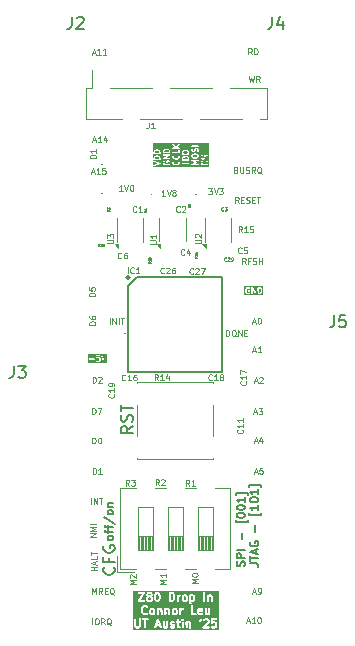
<source format=gbr>
%TF.GenerationSoftware,KiCad,Pcbnew,8.0.1*%
%TF.CreationDate,2024-10-17T14:11:07-05:00*%
%TF.ProjectId,sip-board,7369702d-626f-4617-9264-2e6b69636164,rev?*%
%TF.SameCoordinates,Original*%
%TF.FileFunction,Legend,Top*%
%TF.FilePolarity,Positive*%
%FSLAX46Y46*%
G04 Gerber Fmt 4.6, Leading zero omitted, Abs format (unit mm)*
G04 Created by KiCad (PCBNEW 8.0.1) date 2024-10-17 14:11:07*
%MOMM*%
%LPD*%
G01*
G04 APERTURE LIST*
%ADD10C,0.125000*%
%ADD11C,0.175000*%
%ADD12C,0.087500*%
%ADD13C,0.075000*%
%ADD14C,0.100000*%
%ADD15C,0.150000*%
%ADD16C,0.050000*%
%ADD17C,0.200000*%
%ADD18C,0.120000*%
%ADD19C,0.254000*%
G04 APERTURE END LIST*
D10*
X152097474Y-115069452D02*
X152335569Y-115069452D01*
X152049855Y-115212309D02*
X152216521Y-114712309D01*
X152216521Y-114712309D02*
X152383188Y-115212309D01*
X152787949Y-114712309D02*
X152549854Y-114712309D01*
X152549854Y-114712309D02*
X152526045Y-114950404D01*
X152526045Y-114950404D02*
X152549854Y-114926595D01*
X152549854Y-114926595D02*
X152597473Y-114902785D01*
X152597473Y-114902785D02*
X152716521Y-114902785D01*
X152716521Y-114902785D02*
X152764140Y-114926595D01*
X152764140Y-114926595D02*
X152787949Y-114950404D01*
X152787949Y-114950404D02*
X152811759Y-114998023D01*
X152811759Y-114998023D02*
X152811759Y-115117071D01*
X152811759Y-115117071D02*
X152787949Y-115164690D01*
X152787949Y-115164690D02*
X152764140Y-115188500D01*
X152764140Y-115188500D02*
X152716521Y-115212309D01*
X152716521Y-115212309D02*
X152597473Y-115212309D01*
X152597473Y-115212309D02*
X152549854Y-115188500D01*
X152549854Y-115188500D02*
X152526045Y-115164690D01*
D11*
G36*
X144013080Y-127948309D02*
G01*
X143920282Y-127948755D01*
X143966411Y-127809335D01*
X144013080Y-127948309D01*
G37*
G36*
X143529987Y-126744902D02*
G01*
X143544104Y-126758299D01*
X143562646Y-126793742D01*
X143563874Y-126952285D01*
X143546703Y-126988260D01*
X143533307Y-127002377D01*
X143497621Y-127021046D01*
X143438785Y-127021891D01*
X143403347Y-127004977D01*
X143389228Y-126991579D01*
X143370688Y-126956138D01*
X143369460Y-126797594D01*
X143386630Y-126761619D01*
X143400026Y-126747502D01*
X143435713Y-126728832D01*
X143494547Y-126727987D01*
X143529987Y-126744902D01*
G37*
G36*
X145429986Y-126744902D02*
G01*
X145444103Y-126758299D01*
X145462645Y-126793742D01*
X145463873Y-126952285D01*
X145446702Y-126988260D01*
X145433306Y-127002377D01*
X145397620Y-127021046D01*
X145338784Y-127021891D01*
X145303346Y-127004977D01*
X145289227Y-126991579D01*
X145270687Y-126956138D01*
X145269459Y-126797594D01*
X145286629Y-126761619D01*
X145300025Y-126747502D01*
X145335712Y-126728832D01*
X145394546Y-126727987D01*
X145429986Y-126744902D01*
G37*
G36*
X147584652Y-126739175D02*
G01*
X147436085Y-126769617D01*
X147436054Y-126764408D01*
X147447705Y-126739997D01*
X147468927Y-126728894D01*
X147560957Y-126727865D01*
X147584652Y-126739175D01*
G37*
G36*
X146913320Y-125617942D02*
G01*
X146927437Y-125631339D01*
X146945979Y-125666782D01*
X146947207Y-125825325D01*
X146930036Y-125861300D01*
X146916640Y-125875417D01*
X146881072Y-125894024D01*
X146789042Y-125895053D01*
X146786748Y-125893958D01*
X146786063Y-125601929D01*
X146877625Y-125600905D01*
X146913320Y-125617942D01*
G37*
G36*
X143313320Y-125684608D02*
G01*
X143327438Y-125698005D01*
X143346045Y-125733573D01*
X143347074Y-125825606D01*
X143330038Y-125861299D01*
X143316640Y-125875418D01*
X143281073Y-125894024D01*
X143189040Y-125895053D01*
X143153347Y-125878017D01*
X143139228Y-125864619D01*
X143120622Y-125829052D01*
X143119593Y-125737019D01*
X143136629Y-125701326D01*
X143150026Y-125687208D01*
X143185594Y-125668601D01*
X143277627Y-125667572D01*
X143313320Y-125684608D01*
G37*
G36*
X143313320Y-125384608D02*
G01*
X143327438Y-125398005D01*
X143344594Y-125430800D01*
X143330038Y-125461299D01*
X143316640Y-125475418D01*
X143281073Y-125494024D01*
X143189040Y-125495053D01*
X143153347Y-125478017D01*
X143139228Y-125464619D01*
X143122072Y-125431825D01*
X143136629Y-125401326D01*
X143150026Y-125387208D01*
X143185594Y-125368601D01*
X143277627Y-125367572D01*
X143313320Y-125384608D01*
G37*
G36*
X143946654Y-125384609D02*
G01*
X143960771Y-125398005D01*
X143982980Y-125440456D01*
X144012551Y-125553500D01*
X144013879Y-125698599D01*
X143986771Y-125812271D01*
X143963370Y-125861300D01*
X143949974Y-125875417D01*
X143914071Y-125894199D01*
X143888337Y-125894716D01*
X143853347Y-125878016D01*
X143839230Y-125864620D01*
X143817019Y-125822165D01*
X143787450Y-125709126D01*
X143786122Y-125564027D01*
X143813230Y-125450353D01*
X143836629Y-125401326D01*
X143850026Y-125387209D01*
X143885930Y-125368426D01*
X143911664Y-125367909D01*
X143946654Y-125384609D01*
G37*
G36*
X145151529Y-125389519D02*
G01*
X145193562Y-125430301D01*
X145216313Y-125473790D01*
X145245914Y-125586950D01*
X145247049Y-125665949D01*
X145220105Y-125778935D01*
X145196880Y-125827599D01*
X145154634Y-125871139D01*
X145089324Y-125893910D01*
X145020630Y-125894539D01*
X145019396Y-125368025D01*
X145082164Y-125367451D01*
X145151529Y-125389519D01*
G37*
G36*
X146279987Y-125617942D02*
G01*
X146294104Y-125631339D01*
X146312646Y-125666782D01*
X146313874Y-125825325D01*
X146296703Y-125861300D01*
X146283307Y-125875417D01*
X146247621Y-125894086D01*
X146188785Y-125894931D01*
X146153347Y-125878017D01*
X146139228Y-125864619D01*
X146120688Y-125829178D01*
X146119460Y-125670634D01*
X146136630Y-125634659D01*
X146150026Y-125620542D01*
X146185713Y-125601872D01*
X146244547Y-125601027D01*
X146279987Y-125617942D01*
G37*
G36*
X149074999Y-128410233D02*
G01*
X141858334Y-128410233D01*
X141858334Y-127535233D01*
X141945834Y-127535233D01*
X141947426Y-128088241D01*
X141946521Y-128090958D01*
X141947472Y-128104353D01*
X141947515Y-128118970D01*
X141948717Y-128121874D01*
X141948941Y-128125013D01*
X141955072Y-128141032D01*
X141990130Y-128208043D01*
X141993914Y-128217178D01*
X141996659Y-128220523D01*
X141997544Y-128222214D01*
X141999288Y-128223726D01*
X142004795Y-128230437D01*
X142040724Y-128264533D01*
X142046354Y-128271025D01*
X142049948Y-128273287D01*
X142051387Y-128274653D01*
X142053522Y-128275537D01*
X142060870Y-128280163D01*
X142117039Y-128306970D01*
X142118056Y-128307987D01*
X142126486Y-128311479D01*
X142143557Y-128319626D01*
X142146693Y-128319848D01*
X142149598Y-128321052D01*
X142166668Y-128322733D01*
X142287080Y-128321387D01*
X142289057Y-128322046D01*
X142300427Y-128321238D01*
X142317071Y-128321052D01*
X142319975Y-128319848D01*
X142323112Y-128319626D01*
X142339132Y-128313496D01*
X142406148Y-128278436D01*
X142415282Y-128274653D01*
X142418625Y-128271908D01*
X142420315Y-128271025D01*
X142421828Y-128269280D01*
X142428541Y-128263771D01*
X142462634Y-128227842D01*
X142469126Y-128222213D01*
X142471389Y-128218616D01*
X142472755Y-128217178D01*
X142473639Y-128215042D01*
X142478263Y-128207697D01*
X142505070Y-128151529D01*
X142506088Y-128150512D01*
X142509582Y-128142076D01*
X142517727Y-128125011D01*
X142517949Y-128121874D01*
X142519153Y-128118970D01*
X142520834Y-128101900D01*
X142519251Y-127552303D01*
X142580848Y-127552303D01*
X142593913Y-127583845D01*
X142618055Y-127607987D01*
X142649597Y-127621052D01*
X142666667Y-127622733D01*
X142779371Y-127622278D01*
X142780848Y-128252303D01*
X142793913Y-128283845D01*
X142818055Y-128307987D01*
X142849597Y-128321052D01*
X142883737Y-128321052D01*
X142915279Y-128307987D01*
X142939421Y-128283845D01*
X142952486Y-128252303D01*
X142954167Y-128235233D01*
X142954141Y-128224289D01*
X143646520Y-128224289D01*
X143648940Y-128258343D01*
X143664209Y-128288881D01*
X143690001Y-128311250D01*
X143722389Y-128322046D01*
X143756443Y-128319626D01*
X143786981Y-128304357D01*
X143809350Y-128278565D01*
X143816343Y-128262903D01*
X143862819Y-128122431D01*
X144071215Y-128121431D01*
X144123983Y-128278566D01*
X144146352Y-128304358D01*
X144176890Y-128319626D01*
X144210944Y-128322046D01*
X144243332Y-128311250D01*
X144269124Y-128288881D01*
X144284393Y-128258344D01*
X144286813Y-128224289D01*
X144283010Y-128207563D01*
X144135591Y-127768566D01*
X144345833Y-127768566D01*
X144347379Y-128121709D01*
X144346520Y-128124290D01*
X144347448Y-128137356D01*
X144347514Y-128152303D01*
X144348717Y-128155207D01*
X144348940Y-128158345D01*
X144355071Y-128174365D01*
X144388025Y-128237358D01*
X144390651Y-128245233D01*
X144394417Y-128249576D01*
X144397542Y-128255548D01*
X144405834Y-128262739D01*
X144413020Y-128271025D01*
X144421652Y-128276458D01*
X144423334Y-128277917D01*
X144424684Y-128278367D01*
X144427536Y-128280162D01*
X144483703Y-128306969D01*
X144484721Y-128307987D01*
X144493156Y-128311481D01*
X144510222Y-128319626D01*
X144513358Y-128319848D01*
X144516263Y-128321052D01*
X144533333Y-128322733D01*
X144620687Y-128321478D01*
X144622389Y-128322046D01*
X144632825Y-128321304D01*
X144650403Y-128321052D01*
X144653307Y-128319848D01*
X144656444Y-128319626D01*
X144672464Y-128313496D01*
X144684127Y-128307393D01*
X144684721Y-128307987D01*
X144716263Y-128321052D01*
X144750403Y-128321052D01*
X144781945Y-128307987D01*
X144806087Y-128283845D01*
X144819152Y-128252303D01*
X144820833Y-128235233D01*
X144819559Y-127868566D01*
X144945833Y-127868566D01*
X144946574Y-127890794D01*
X144946520Y-127890957D01*
X144946632Y-127892541D01*
X144947514Y-127918970D01*
X144948717Y-127921874D01*
X144948940Y-127925012D01*
X144955071Y-127941031D01*
X144988021Y-128004016D01*
X144990649Y-128011899D01*
X144994419Y-128016246D01*
X144997541Y-128022213D01*
X145005827Y-128029399D01*
X145013018Y-128037691D01*
X145021654Y-128043127D01*
X145023333Y-128044583D01*
X145024681Y-128045032D01*
X145027534Y-128046828D01*
X145083703Y-128073636D01*
X145084721Y-128074654D01*
X145093150Y-128078145D01*
X145110221Y-128086293D01*
X145113358Y-128086515D01*
X145116263Y-128087719D01*
X145133333Y-128089400D01*
X145211213Y-128088281D01*
X145234942Y-128099606D01*
X145244593Y-128118053D01*
X145235625Y-128136843D01*
X145214405Y-128147944D01*
X145122375Y-128148973D01*
X145056444Y-128117507D01*
X145022389Y-128115087D01*
X144989999Y-128125884D01*
X144964208Y-128148253D01*
X144948940Y-128178789D01*
X144946520Y-128212844D01*
X144957317Y-128245234D01*
X144979686Y-128271025D01*
X144994202Y-128280163D01*
X145050371Y-128306970D01*
X145051388Y-128307987D01*
X145059818Y-128311479D01*
X145076889Y-128319626D01*
X145080025Y-128319848D01*
X145082930Y-128321052D01*
X145100000Y-128322733D01*
X145220412Y-128321387D01*
X145222389Y-128322046D01*
X145233759Y-128321238D01*
X145250403Y-128321052D01*
X145253307Y-128319848D01*
X145256444Y-128319626D01*
X145272464Y-128313496D01*
X145335453Y-128280542D01*
X145343334Y-128277916D01*
X145347679Y-128274146D01*
X145353647Y-128271025D01*
X145360836Y-128262736D01*
X145369125Y-128255547D01*
X145374561Y-128246911D01*
X145376016Y-128245234D01*
X145376464Y-128243887D01*
X145378263Y-128241031D01*
X145405070Y-128184861D01*
X145406087Y-128183845D01*
X145409579Y-128175414D01*
X145417726Y-128158344D01*
X145417948Y-128155207D01*
X145419152Y-128152303D01*
X145420833Y-128135233D01*
X145420091Y-128113006D01*
X145420146Y-128112844D01*
X145420033Y-128111249D01*
X145419152Y-128084830D01*
X145417948Y-128081925D01*
X145417726Y-128078789D01*
X145411596Y-128062770D01*
X145378643Y-127999779D01*
X145376016Y-127991899D01*
X145372246Y-127987552D01*
X145369125Y-127981586D01*
X145360836Y-127974396D01*
X145353647Y-127966108D01*
X145345011Y-127960671D01*
X145343334Y-127959217D01*
X145341987Y-127958768D01*
X145339131Y-127956970D01*
X145282961Y-127930162D01*
X145281945Y-127929146D01*
X145273514Y-127925653D01*
X145256444Y-127917507D01*
X145253307Y-127917284D01*
X145250403Y-127916081D01*
X145233333Y-127914400D01*
X145155451Y-127915518D01*
X145131722Y-127904192D01*
X145122071Y-127885745D01*
X145131039Y-127866957D01*
X145152380Y-127855792D01*
X145211213Y-127854947D01*
X145276888Y-127886293D01*
X145310943Y-127888713D01*
X145343333Y-127877917D01*
X145369124Y-127855548D01*
X145384392Y-127825012D01*
X145386813Y-127790957D01*
X145385039Y-127785636D01*
X145447514Y-127785636D01*
X145460579Y-127817178D01*
X145484721Y-127841320D01*
X145516263Y-127854385D01*
X145533333Y-127856066D01*
X145546706Y-127855986D01*
X145547430Y-128121559D01*
X145546520Y-128124290D01*
X145547474Y-128137718D01*
X145547514Y-128152303D01*
X145548717Y-128155207D01*
X145548940Y-128158345D01*
X145555071Y-128174365D01*
X145588025Y-128237358D01*
X145590651Y-128245233D01*
X145594417Y-128249576D01*
X145597542Y-128255548D01*
X145605834Y-128262739D01*
X145613020Y-128271025D01*
X145621652Y-128276458D01*
X145623334Y-128277917D01*
X145624684Y-128278367D01*
X145627536Y-128280162D01*
X145683703Y-128306969D01*
X145684721Y-128307987D01*
X145693156Y-128311481D01*
X145710222Y-128319626D01*
X145713358Y-128319848D01*
X145716263Y-128321052D01*
X145733333Y-128322733D01*
X145817070Y-128321052D01*
X145848612Y-128307987D01*
X145872754Y-128283845D01*
X145885819Y-128252303D01*
X145885819Y-128218163D01*
X145872754Y-128186621D01*
X145848612Y-128162479D01*
X145817070Y-128149414D01*
X145800000Y-128147733D01*
X145755001Y-128148636D01*
X145731723Y-128137526D01*
X145720782Y-128116611D01*
X145720069Y-127854959D01*
X145817070Y-127854385D01*
X145848612Y-127841320D01*
X145872754Y-127817178D01*
X145885819Y-127785636D01*
X145885819Y-127751496D01*
X145872754Y-127719954D01*
X145848612Y-127695812D01*
X145817070Y-127682747D01*
X145800000Y-127681066D01*
X145719597Y-127681542D01*
X145719336Y-127585637D01*
X145914181Y-127585637D01*
X145927246Y-127617179D01*
X145927250Y-127617183D01*
X145938127Y-127630437D01*
X145984719Y-127674653D01*
X145984720Y-127674654D01*
X146000200Y-127681066D01*
X146010260Y-127685233D01*
X145984721Y-127695812D01*
X145960579Y-127719954D01*
X145947514Y-127751496D01*
X145945833Y-127768566D01*
X145947514Y-128252303D01*
X145960579Y-128283845D01*
X145984721Y-128307987D01*
X146016263Y-128321052D01*
X146050403Y-128321052D01*
X146081945Y-128307987D01*
X146106087Y-128283845D01*
X146119152Y-128252303D01*
X146120833Y-128235233D01*
X146119211Y-127768566D01*
X146279166Y-127768566D01*
X146280847Y-128252303D01*
X146293912Y-128283845D01*
X146318054Y-128307987D01*
X146349596Y-128321052D01*
X146383736Y-128321052D01*
X146415278Y-128307987D01*
X146439420Y-128283845D01*
X146452485Y-128252303D01*
X146454166Y-128235233D01*
X146452907Y-127872955D01*
X146485712Y-127855792D01*
X146544546Y-127854947D01*
X146568276Y-127866273D01*
X146579247Y-127887245D01*
X146580847Y-128252303D01*
X146593912Y-128283845D01*
X146618054Y-128307987D01*
X146649596Y-128321052D01*
X146683736Y-128321052D01*
X146715278Y-128307987D01*
X146739420Y-128283845D01*
X146752485Y-128252304D01*
X147714180Y-128252304D01*
X147727245Y-128283846D01*
X147751386Y-128307987D01*
X147782928Y-128321052D01*
X147782929Y-128321052D01*
X147799999Y-128322733D01*
X148250402Y-128321052D01*
X148281944Y-128307987D01*
X148306086Y-128283845D01*
X148319151Y-128252303D01*
X148319151Y-128218163D01*
X148306086Y-128186621D01*
X148281944Y-128162479D01*
X148250402Y-128149414D01*
X148233332Y-128147733D01*
X148009553Y-128148568D01*
X148251085Y-127905637D01*
X148253647Y-127904357D01*
X148262445Y-127894212D01*
X148272752Y-127883846D01*
X148273955Y-127880941D01*
X148276016Y-127878565D01*
X148276709Y-127877012D01*
X148412907Y-127877012D01*
X148414180Y-127881231D01*
X148414180Y-127885637D01*
X148419074Y-127897454D01*
X148422769Y-127909698D01*
X148425558Y-127913107D01*
X148427245Y-127917179D01*
X148436292Y-127926226D01*
X148444389Y-127936122D01*
X148448269Y-127938203D01*
X148451386Y-127941320D01*
X148463203Y-127946214D01*
X148474474Y-127952261D01*
X148478858Y-127952699D01*
X148482928Y-127954385D01*
X148495715Y-127954385D01*
X148508445Y-127955658D01*
X148512664Y-127954385D01*
X148517070Y-127954385D01*
X148528887Y-127949490D01*
X148541131Y-127945796D01*
X148544540Y-127943006D01*
X148548612Y-127941320D01*
X148561871Y-127930438D01*
X148583357Y-127907796D01*
X148618852Y-127889227D01*
X148744127Y-127888081D01*
X148779985Y-127905195D01*
X148794102Y-127918591D01*
X148812671Y-127954086D01*
X148813817Y-128079361D01*
X148796703Y-128115219D01*
X148783305Y-128129338D01*
X148747813Y-128147905D01*
X148622538Y-128149051D01*
X148586678Y-128131936D01*
X148548613Y-128095813D01*
X148517071Y-128082748D01*
X148482929Y-128082747D01*
X148451387Y-128095812D01*
X148427246Y-128119952D01*
X148414181Y-128151494D01*
X148414180Y-128185636D01*
X148427245Y-128217178D01*
X148438126Y-128230437D01*
X148474055Y-128264533D01*
X148479685Y-128271025D01*
X148483279Y-128273287D01*
X148484718Y-128274653D01*
X148486853Y-128275537D01*
X148494201Y-128280163D01*
X148550370Y-128306970D01*
X148551387Y-128307987D01*
X148559817Y-128311479D01*
X148576888Y-128319626D01*
X148580024Y-128319848D01*
X148582929Y-128321052D01*
X148599999Y-128322733D01*
X148753569Y-128321327D01*
X148755723Y-128322046D01*
X148767638Y-128321199D01*
X148783736Y-128321052D01*
X148786640Y-128319848D01*
X148789778Y-128319626D01*
X148805797Y-128313495D01*
X148872806Y-128278439D01*
X148881945Y-128274654D01*
X148885290Y-128271908D01*
X148886979Y-128271025D01*
X148888491Y-128269281D01*
X148895204Y-128263772D01*
X148929298Y-128227844D01*
X148935791Y-128222213D01*
X148938054Y-128218616D01*
X148939419Y-128217179D01*
X148940303Y-128215044D01*
X148944928Y-128207697D01*
X148971735Y-128151529D01*
X148972753Y-128150512D01*
X148976247Y-128142076D01*
X148984392Y-128125011D01*
X148984614Y-128121874D01*
X148985818Y-128118970D01*
X148987499Y-128101900D01*
X148986094Y-127948330D01*
X148986812Y-127946177D01*
X148985965Y-127934261D01*
X148985818Y-127918163D01*
X148984614Y-127915258D01*
X148984392Y-127912122D01*
X148978262Y-127896103D01*
X148943203Y-127829088D01*
X148939419Y-127819952D01*
X148936674Y-127816608D01*
X148935791Y-127814919D01*
X148934046Y-127813405D01*
X148928537Y-127806693D01*
X148892610Y-127772600D01*
X148886979Y-127766108D01*
X148883382Y-127763844D01*
X148881944Y-127762479D01*
X148879807Y-127761594D01*
X148872463Y-127756971D01*
X148816295Y-127730163D01*
X148815278Y-127729146D01*
X148806848Y-127725654D01*
X148789778Y-127717507D01*
X148786640Y-127717284D01*
X148783736Y-127716081D01*
X148766666Y-127714400D01*
X148613096Y-127715804D01*
X148610943Y-127715087D01*
X148602444Y-127715690D01*
X148611327Y-127622358D01*
X148883736Y-127621052D01*
X148915278Y-127607987D01*
X148939420Y-127583845D01*
X148952485Y-127552303D01*
X148952485Y-127518163D01*
X148939420Y-127486621D01*
X148915278Y-127462479D01*
X148883736Y-127449414D01*
X148866666Y-127447733D01*
X148536628Y-127449316D01*
X148524886Y-127448142D01*
X148520741Y-127449392D01*
X148516262Y-127449414D01*
X148504438Y-127454311D01*
X148492200Y-127458004D01*
X148488792Y-127460792D01*
X148484720Y-127462479D01*
X148475671Y-127471527D01*
X148465776Y-127479624D01*
X148463694Y-127483504D01*
X148460578Y-127486621D01*
X148455683Y-127498438D01*
X148449637Y-127509709D01*
X148448345Y-127516153D01*
X148447513Y-127518163D01*
X148447513Y-127520305D01*
X148446266Y-127526527D01*
X148415680Y-127847872D01*
X148414180Y-127851495D01*
X148414180Y-127863637D01*
X148412907Y-127877012D01*
X148276709Y-127877012D01*
X148283009Y-127862903D01*
X148315033Y-127762244D01*
X148319151Y-127752303D01*
X148319579Y-127747955D01*
X148320145Y-127746177D01*
X148319981Y-127743872D01*
X148320832Y-127735233D01*
X148319737Y-127680730D01*
X148320145Y-127679509D01*
X148319543Y-127671043D01*
X148319151Y-127651496D01*
X148317947Y-127648591D01*
X148317725Y-127645455D01*
X148311594Y-127629435D01*
X148276533Y-127562416D01*
X148272752Y-127553287D01*
X148270008Y-127549944D01*
X148269124Y-127548253D01*
X148267378Y-127546739D01*
X148261871Y-127540028D01*
X148225940Y-127505930D01*
X148220312Y-127499441D01*
X148216718Y-127497179D01*
X148215278Y-127495812D01*
X148213139Y-127494926D01*
X148205796Y-127490304D01*
X148149628Y-127463496D01*
X148148611Y-127462479D01*
X148140181Y-127458987D01*
X148123111Y-127450840D01*
X148119973Y-127450617D01*
X148117069Y-127449414D01*
X148099999Y-127447733D01*
X147946429Y-127449137D01*
X147944276Y-127448420D01*
X147932360Y-127449266D01*
X147916262Y-127449414D01*
X147913357Y-127450617D01*
X147910221Y-127450840D01*
X147894202Y-127456970D01*
X147827187Y-127492028D01*
X147818051Y-127495813D01*
X147814707Y-127498557D01*
X147813018Y-127499441D01*
X147811504Y-127501185D01*
X147804792Y-127506695D01*
X147760578Y-127553288D01*
X147747513Y-127584830D01*
X147747514Y-127618972D01*
X147760579Y-127650514D01*
X147784720Y-127674654D01*
X147816262Y-127687719D01*
X147850404Y-127687718D01*
X147881946Y-127674653D01*
X147895205Y-127663771D01*
X147916690Y-127641129D01*
X147952185Y-127622560D01*
X148077460Y-127621414D01*
X148113318Y-127638528D01*
X148127436Y-127651925D01*
X148146218Y-127687828D01*
X148146834Y-127718523D01*
X148125276Y-127786285D01*
X147727245Y-128186620D01*
X147714180Y-128218162D01*
X147714180Y-128252304D01*
X146752485Y-128252304D01*
X146752485Y-128252303D01*
X146754166Y-128235233D01*
X146752619Y-127882089D01*
X146753479Y-127879509D01*
X146752550Y-127866442D01*
X146752485Y-127851496D01*
X146751281Y-127848591D01*
X146751059Y-127845455D01*
X146744928Y-127829435D01*
X146711977Y-127766449D01*
X146709350Y-127758567D01*
X146705579Y-127754219D01*
X146702458Y-127748253D01*
X146694172Y-127741067D01*
X146686981Y-127732775D01*
X146678342Y-127727337D01*
X146676666Y-127725884D01*
X146675319Y-127725435D01*
X146672464Y-127723638D01*
X146616295Y-127696829D01*
X146615278Y-127695812D01*
X146606846Y-127692319D01*
X146589778Y-127684173D01*
X146586640Y-127683950D01*
X146583736Y-127682747D01*
X146566666Y-127681066D01*
X146479310Y-127682320D01*
X146477608Y-127681753D01*
X146467176Y-127682494D01*
X146449596Y-127682747D01*
X146446689Y-127683951D01*
X146443553Y-127684174D01*
X146427534Y-127690304D01*
X146415871Y-127696405D01*
X146415278Y-127695812D01*
X146383736Y-127682747D01*
X146349596Y-127682747D01*
X146318054Y-127695812D01*
X146293912Y-127719954D01*
X146280847Y-127751496D01*
X146279166Y-127768566D01*
X146119211Y-127768566D01*
X146119152Y-127751496D01*
X146106087Y-127719954D01*
X146081945Y-127695812D01*
X146056405Y-127685233D01*
X146070225Y-127679509D01*
X147413186Y-127679509D01*
X147423982Y-127711899D01*
X147446351Y-127737691D01*
X147476887Y-127752959D01*
X147510942Y-127755379D01*
X147543332Y-127744583D01*
X147569124Y-127722214D01*
X147578261Y-127707697D01*
X147651059Y-127558345D01*
X147653479Y-127524290D01*
X147642683Y-127491900D01*
X147620313Y-127466108D01*
X147589778Y-127450840D01*
X147555723Y-127448420D01*
X147523333Y-127459216D01*
X147497541Y-127481586D01*
X147488404Y-127496102D01*
X147415606Y-127645454D01*
X147413186Y-127679509D01*
X146070225Y-127679509D01*
X146081946Y-127674654D01*
X146095205Y-127663772D01*
X146139420Y-127617179D01*
X146139419Y-127617179D01*
X146139421Y-127617178D01*
X146152486Y-127585636D01*
X146152486Y-127551494D01*
X146139420Y-127519952D01*
X146128538Y-127506693D01*
X146081964Y-127462497D01*
X146081946Y-127462479D01*
X146050404Y-127449414D01*
X146016262Y-127449414D01*
X145984720Y-127462479D01*
X145971461Y-127473361D01*
X145927246Y-127519953D01*
X145914181Y-127551495D01*
X145914181Y-127585637D01*
X145719336Y-127585637D01*
X145719152Y-127518163D01*
X145706087Y-127486621D01*
X145681945Y-127462479D01*
X145650403Y-127449414D01*
X145616263Y-127449414D01*
X145584721Y-127462479D01*
X145560579Y-127486621D01*
X145547514Y-127518163D01*
X145545833Y-127535233D01*
X145546234Y-127682569D01*
X145516263Y-127682747D01*
X145484721Y-127695812D01*
X145460579Y-127719954D01*
X145447514Y-127751496D01*
X145447514Y-127785636D01*
X145385039Y-127785636D01*
X145376017Y-127758567D01*
X145353648Y-127732775D01*
X145339131Y-127723638D01*
X145282962Y-127696829D01*
X145281945Y-127695812D01*
X145273513Y-127692319D01*
X145256445Y-127684173D01*
X145253307Y-127683950D01*
X145250403Y-127682747D01*
X145233333Y-127681066D01*
X145145978Y-127682320D01*
X145144276Y-127681753D01*
X145133839Y-127682494D01*
X145116263Y-127682747D01*
X145113358Y-127683950D01*
X145110221Y-127684173D01*
X145094201Y-127690304D01*
X145031211Y-127723256D01*
X145023333Y-127725883D01*
X145018987Y-127729652D01*
X145013018Y-127732775D01*
X145005827Y-127741066D01*
X144997541Y-127748253D01*
X144992107Y-127756885D01*
X144990649Y-127758567D01*
X144990198Y-127759917D01*
X144988404Y-127762769D01*
X144961596Y-127818936D01*
X144960579Y-127819954D01*
X144957087Y-127828383D01*
X144948940Y-127845454D01*
X144948717Y-127848591D01*
X144947514Y-127851496D01*
X144945833Y-127868566D01*
X144819559Y-127868566D01*
X144819152Y-127751496D01*
X144806087Y-127719954D01*
X144781945Y-127695812D01*
X144750403Y-127682747D01*
X144716263Y-127682747D01*
X144684721Y-127695812D01*
X144660579Y-127719954D01*
X144647514Y-127751496D01*
X144645833Y-127768566D01*
X144647091Y-128130844D01*
X144614287Y-128148006D01*
X144555451Y-128148851D01*
X144531723Y-128137526D01*
X144520751Y-128116552D01*
X144519152Y-127751496D01*
X144506087Y-127719954D01*
X144481945Y-127695812D01*
X144450403Y-127682747D01*
X144416263Y-127682747D01*
X144384721Y-127695812D01*
X144360579Y-127719954D01*
X144347514Y-127751496D01*
X144345833Y-127768566D01*
X144135591Y-127768566D01*
X144051485Y-127518110D01*
X144051060Y-127512123D01*
X144046232Y-127502467D01*
X144042684Y-127491901D01*
X144038587Y-127487177D01*
X144035791Y-127481585D01*
X144027503Y-127474396D01*
X144020315Y-127466109D01*
X144014722Y-127463312D01*
X144009999Y-127459216D01*
X143999591Y-127455746D01*
X143989778Y-127450840D01*
X143983541Y-127450396D01*
X143977611Y-127448420D01*
X143966667Y-127449197D01*
X143955723Y-127448420D01*
X143949792Y-127450396D01*
X143943557Y-127450840D01*
X143933745Y-127455746D01*
X143923335Y-127459216D01*
X143918611Y-127463312D01*
X143913019Y-127466109D01*
X143905830Y-127474396D01*
X143897543Y-127481585D01*
X143894746Y-127487177D01*
X143890650Y-127491901D01*
X143883657Y-127507563D01*
X143716855Y-128011706D01*
X143714181Y-128018163D01*
X143714181Y-128019789D01*
X143646520Y-128224289D01*
X142954141Y-128224289D01*
X142952728Y-127621580D01*
X143083737Y-127621052D01*
X143115279Y-127607987D01*
X143139421Y-127583845D01*
X143152486Y-127552303D01*
X143152486Y-127518163D01*
X143139421Y-127486621D01*
X143115279Y-127462479D01*
X143083737Y-127449414D01*
X143066667Y-127447733D01*
X142649597Y-127449414D01*
X142618055Y-127462479D01*
X142593913Y-127486621D01*
X142580848Y-127518163D01*
X142580848Y-127552303D01*
X142519251Y-127552303D01*
X142519153Y-127518163D01*
X142506088Y-127486621D01*
X142481946Y-127462479D01*
X142450404Y-127449414D01*
X142416264Y-127449414D01*
X142384722Y-127462479D01*
X142360580Y-127486621D01*
X142347515Y-127518163D01*
X142345834Y-127535233D01*
X142347399Y-128078844D01*
X142330037Y-128115220D01*
X142316641Y-128129337D01*
X142281073Y-128147944D01*
X142189043Y-128148973D01*
X142153347Y-128131936D01*
X142139230Y-128118540D01*
X142120780Y-128083273D01*
X142119153Y-127518163D01*
X142106088Y-127486621D01*
X142081946Y-127462479D01*
X142050404Y-127449414D01*
X142016264Y-127449414D01*
X141984722Y-127462479D01*
X141960580Y-127486621D01*
X141947515Y-127518163D01*
X141945834Y-127535233D01*
X141858334Y-127535233D01*
X141858334Y-126708273D01*
X142495834Y-126708273D01*
X142497208Y-126803983D01*
X142495937Y-126812527D01*
X142497480Y-126822968D01*
X142497515Y-126825343D01*
X142498008Y-126826533D01*
X142498446Y-126829495D01*
X142531697Y-126956608D01*
X142532274Y-126964718D01*
X142537156Y-126977475D01*
X142537550Y-126978980D01*
X142537926Y-126979488D01*
X142538405Y-126980738D01*
X142573466Y-127047757D01*
X142577247Y-127056885D01*
X142579989Y-127060226D01*
X142580876Y-127061921D01*
X142582625Y-127063438D01*
X142588129Y-127070144D01*
X142646769Y-127127041D01*
X142647543Y-127128588D01*
X142655274Y-127135293D01*
X142668054Y-127147693D01*
X142670959Y-127148896D01*
X142673335Y-127150957D01*
X142688997Y-127157950D01*
X142789655Y-127189974D01*
X142799597Y-127194092D01*
X142803944Y-127194520D01*
X142805723Y-127195086D01*
X142808027Y-127194922D01*
X142816667Y-127195773D01*
X142884720Y-127194406D01*
X142894278Y-127195086D01*
X142898479Y-127194130D01*
X142900404Y-127194092D01*
X142902538Y-127193207D01*
X142911004Y-127191283D01*
X142998554Y-127160758D01*
X143000406Y-127160758D01*
X143010250Y-127156680D01*
X143026666Y-127150957D01*
X143029041Y-127148897D01*
X143031948Y-127147693D01*
X143045207Y-127136811D01*
X143089421Y-127090218D01*
X143102486Y-127058675D01*
X143102486Y-127024534D01*
X143089420Y-126992992D01*
X143065279Y-126968852D01*
X143033737Y-126955787D01*
X142999595Y-126955787D01*
X142968053Y-126968853D01*
X142954794Y-126979735D01*
X142937069Y-126998412D01*
X142872302Y-127020994D01*
X142833376Y-127021775D01*
X142765138Y-127000066D01*
X142723106Y-126959283D01*
X142700352Y-126915789D01*
X142670753Y-126802636D01*
X142670355Y-126774940D01*
X143195834Y-126774940D01*
X143197280Y-126961718D01*
X143196521Y-126963997D01*
X143197393Y-126976269D01*
X143197515Y-126992010D01*
X143198718Y-126994914D01*
X143198941Y-126998052D01*
X143205072Y-127014071D01*
X143240127Y-127081080D01*
X143243913Y-127090219D01*
X143246658Y-127093564D01*
X143247542Y-127095253D01*
X143249285Y-127096765D01*
X143254795Y-127103478D01*
X143290722Y-127137572D01*
X143296354Y-127144065D01*
X143299950Y-127146328D01*
X143301388Y-127147693D01*
X143303522Y-127148577D01*
X143310870Y-127153202D01*
X143367037Y-127180009D01*
X143368055Y-127181027D01*
X143376490Y-127184521D01*
X143393556Y-127192666D01*
X143396692Y-127192888D01*
X143399597Y-127194092D01*
X143416667Y-127195773D01*
X143504021Y-127194518D01*
X143505723Y-127195086D01*
X143516159Y-127194344D01*
X143533737Y-127194092D01*
X143536641Y-127192888D01*
X143539778Y-127192666D01*
X143555798Y-127186536D01*
X143622814Y-127151476D01*
X143631948Y-127147693D01*
X143635291Y-127144948D01*
X143636981Y-127144065D01*
X143638494Y-127142320D01*
X143645207Y-127136811D01*
X143679300Y-127100883D01*
X143685791Y-127095254D01*
X143688055Y-127091657D01*
X143689421Y-127090218D01*
X143690305Y-127088082D01*
X143694929Y-127080738D01*
X143721736Y-127024570D01*
X143722755Y-127023552D01*
X143726250Y-127015114D01*
X143734393Y-126998053D01*
X143734615Y-126994916D01*
X143735820Y-126992010D01*
X143737501Y-126974940D01*
X143736054Y-126788161D01*
X143736814Y-126785883D01*
X143735941Y-126773610D01*
X143735820Y-126757870D01*
X143734616Y-126754965D01*
X143734394Y-126751828D01*
X143728263Y-126735808D01*
X143693203Y-126668792D01*
X143689421Y-126659660D01*
X143686676Y-126656316D01*
X143685792Y-126654625D01*
X143684045Y-126653110D01*
X143678539Y-126646401D01*
X143673486Y-126641606D01*
X143862500Y-126641606D01*
X143864181Y-127125343D01*
X143877246Y-127156885D01*
X143901388Y-127181027D01*
X143932930Y-127194092D01*
X143967070Y-127194092D01*
X143998612Y-127181027D01*
X144022754Y-127156885D01*
X144035819Y-127125343D01*
X144037500Y-127108273D01*
X144036241Y-126745995D01*
X144069046Y-126728832D01*
X144127880Y-126727987D01*
X144151610Y-126739313D01*
X144162581Y-126760285D01*
X144164181Y-127125343D01*
X144177246Y-127156885D01*
X144201388Y-127181027D01*
X144232930Y-127194092D01*
X144267070Y-127194092D01*
X144298612Y-127181027D01*
X144322754Y-127156885D01*
X144335819Y-127125343D01*
X144337500Y-127108273D01*
X144335953Y-126755129D01*
X144336813Y-126752549D01*
X144335884Y-126739482D01*
X144335819Y-126724536D01*
X144334615Y-126721631D01*
X144334393Y-126718495D01*
X144328262Y-126702475D01*
X144296419Y-126641606D01*
X144495833Y-126641606D01*
X144497514Y-127125343D01*
X144510579Y-127156885D01*
X144534721Y-127181027D01*
X144566263Y-127194092D01*
X144600403Y-127194092D01*
X144631945Y-127181027D01*
X144656087Y-127156885D01*
X144669152Y-127125343D01*
X144670833Y-127108273D01*
X144669574Y-126745995D01*
X144702379Y-126728832D01*
X144761213Y-126727987D01*
X144784943Y-126739313D01*
X144795914Y-126760285D01*
X144797514Y-127125343D01*
X144810579Y-127156885D01*
X144834721Y-127181027D01*
X144866263Y-127194092D01*
X144900403Y-127194092D01*
X144931945Y-127181027D01*
X144956087Y-127156885D01*
X144969152Y-127125343D01*
X144970833Y-127108273D01*
X144969373Y-126774940D01*
X145095833Y-126774940D01*
X145097279Y-126961718D01*
X145096520Y-126963997D01*
X145097392Y-126976269D01*
X145097514Y-126992010D01*
X145098717Y-126994914D01*
X145098940Y-126998052D01*
X145105071Y-127014071D01*
X145140126Y-127081080D01*
X145143912Y-127090219D01*
X145146657Y-127093564D01*
X145147541Y-127095253D01*
X145149284Y-127096765D01*
X145154794Y-127103478D01*
X145190721Y-127137572D01*
X145196353Y-127144065D01*
X145199949Y-127146328D01*
X145201387Y-127147693D01*
X145203521Y-127148577D01*
X145210869Y-127153202D01*
X145267036Y-127180009D01*
X145268054Y-127181027D01*
X145276489Y-127184521D01*
X145293555Y-127192666D01*
X145296691Y-127192888D01*
X145299596Y-127194092D01*
X145316666Y-127195773D01*
X145404020Y-127194518D01*
X145405722Y-127195086D01*
X145416158Y-127194344D01*
X145433736Y-127194092D01*
X145436640Y-127192888D01*
X145439777Y-127192666D01*
X145455797Y-127186536D01*
X145522813Y-127151476D01*
X145531947Y-127147693D01*
X145535290Y-127144948D01*
X145536980Y-127144065D01*
X145538493Y-127142320D01*
X145545206Y-127136811D01*
X145579299Y-127100883D01*
X145585790Y-127095254D01*
X145588054Y-127091657D01*
X145589420Y-127090218D01*
X145590304Y-127088082D01*
X145594928Y-127080738D01*
X145621735Y-127024570D01*
X145622754Y-127023552D01*
X145626249Y-127015114D01*
X145634392Y-126998053D01*
X145634614Y-126994916D01*
X145635819Y-126992010D01*
X145637500Y-126974940D01*
X145636053Y-126788161D01*
X145636813Y-126785883D01*
X145635940Y-126773610D01*
X145635819Y-126757870D01*
X145634615Y-126754965D01*
X145634393Y-126751828D01*
X145628262Y-126735808D01*
X145593202Y-126668792D01*
X145589420Y-126659660D01*
X145586675Y-126656316D01*
X145585791Y-126654625D01*
X145584044Y-126653110D01*
X145578538Y-126646401D01*
X145573485Y-126641606D01*
X145762499Y-126641606D01*
X145764180Y-127125343D01*
X145777245Y-127156885D01*
X145801387Y-127181027D01*
X145832929Y-127194092D01*
X145867069Y-127194092D01*
X145898611Y-127181027D01*
X145922753Y-127156885D01*
X145935818Y-127125343D01*
X145937499Y-127108273D01*
X145936417Y-126796983D01*
X145953295Y-126761619D01*
X145966692Y-126747502D01*
X146002596Y-126728719D01*
X146067069Y-126727425D01*
X146098611Y-126714360D01*
X146122753Y-126690218D01*
X146135818Y-126658676D01*
X146135818Y-126624536D01*
X146122753Y-126592994D01*
X146098611Y-126568852D01*
X146067069Y-126555787D01*
X146049999Y-126554106D01*
X145995497Y-126555200D01*
X145994276Y-126554793D01*
X145985810Y-126555394D01*
X145966263Y-126555787D01*
X145963358Y-126556990D01*
X145960221Y-126557213D01*
X145944201Y-126563344D01*
X145910653Y-126580894D01*
X145898611Y-126568852D01*
X145867069Y-126555787D01*
X145832929Y-126555787D01*
X145801387Y-126568852D01*
X145777245Y-126592994D01*
X145764180Y-126624536D01*
X145762499Y-126641606D01*
X145573485Y-126641606D01*
X145542612Y-126612308D01*
X145536981Y-126605815D01*
X145533385Y-126603551D01*
X145531946Y-126602186D01*
X145529808Y-126601300D01*
X145522464Y-126596678D01*
X145466295Y-126569869D01*
X145465278Y-126568852D01*
X145456846Y-126565359D01*
X145439778Y-126557213D01*
X145436640Y-126556990D01*
X145433736Y-126555787D01*
X145416666Y-126554106D01*
X145329310Y-126555360D01*
X145327608Y-126554793D01*
X145317176Y-126555534D01*
X145299596Y-126555787D01*
X145296689Y-126556991D01*
X145293553Y-126557214D01*
X145277534Y-126563344D01*
X145210521Y-126598402D01*
X145201388Y-126602186D01*
X145198042Y-126604931D01*
X145196352Y-126605816D01*
X145194839Y-126607560D01*
X145188129Y-126613067D01*
X145154032Y-126648996D01*
X145147541Y-126654626D01*
X145145278Y-126658220D01*
X145143913Y-126659659D01*
X145143028Y-126661793D01*
X145138403Y-126669142D01*
X145111595Y-126725311D01*
X145110579Y-126726328D01*
X145107086Y-126734758D01*
X145098940Y-126751829D01*
X145098717Y-126754965D01*
X145097514Y-126757870D01*
X145095833Y-126774940D01*
X144969373Y-126774940D01*
X144969286Y-126755129D01*
X144970146Y-126752549D01*
X144969217Y-126739482D01*
X144969152Y-126724536D01*
X144967948Y-126721631D01*
X144967726Y-126718495D01*
X144961595Y-126702475D01*
X144928644Y-126639489D01*
X144926017Y-126631607D01*
X144922246Y-126627259D01*
X144919125Y-126621293D01*
X144910839Y-126614107D01*
X144903648Y-126605815D01*
X144895009Y-126600377D01*
X144893333Y-126598924D01*
X144891986Y-126598475D01*
X144889131Y-126596678D01*
X144832962Y-126569869D01*
X144831945Y-126568852D01*
X144823513Y-126565359D01*
X144806445Y-126557213D01*
X144803307Y-126556990D01*
X144800403Y-126555787D01*
X144783333Y-126554106D01*
X144695977Y-126555360D01*
X144694275Y-126554793D01*
X144683843Y-126555534D01*
X144666263Y-126555787D01*
X144663356Y-126556991D01*
X144660220Y-126557214D01*
X144644201Y-126563344D01*
X144632538Y-126569445D01*
X144631945Y-126568852D01*
X144600403Y-126555787D01*
X144566263Y-126555787D01*
X144534721Y-126568852D01*
X144510579Y-126592994D01*
X144497514Y-126624536D01*
X144495833Y-126641606D01*
X144296419Y-126641606D01*
X144295311Y-126639489D01*
X144292684Y-126631607D01*
X144288913Y-126627259D01*
X144285792Y-126621293D01*
X144277506Y-126614107D01*
X144270315Y-126605815D01*
X144261676Y-126600377D01*
X144260000Y-126598924D01*
X144258653Y-126598475D01*
X144255798Y-126596678D01*
X144199629Y-126569869D01*
X144198612Y-126568852D01*
X144190180Y-126565359D01*
X144173112Y-126557213D01*
X144169974Y-126556990D01*
X144167070Y-126555787D01*
X144150000Y-126554106D01*
X144062644Y-126555360D01*
X144060942Y-126554793D01*
X144050510Y-126555534D01*
X144032930Y-126555787D01*
X144030023Y-126556991D01*
X144026887Y-126557214D01*
X144010868Y-126563344D01*
X143999205Y-126569445D01*
X143998612Y-126568852D01*
X143967070Y-126555787D01*
X143932930Y-126555787D01*
X143901388Y-126568852D01*
X143877246Y-126592994D01*
X143864181Y-126624536D01*
X143862500Y-126641606D01*
X143673486Y-126641606D01*
X143642613Y-126612308D01*
X143636982Y-126605815D01*
X143633386Y-126603551D01*
X143631947Y-126602186D01*
X143629809Y-126601300D01*
X143622465Y-126596678D01*
X143566296Y-126569869D01*
X143565279Y-126568852D01*
X143556847Y-126565359D01*
X143539779Y-126557213D01*
X143536641Y-126556990D01*
X143533737Y-126555787D01*
X143516667Y-126554106D01*
X143429311Y-126555360D01*
X143427609Y-126554793D01*
X143417177Y-126555534D01*
X143399597Y-126555787D01*
X143396690Y-126556991D01*
X143393554Y-126557214D01*
X143377535Y-126563344D01*
X143310522Y-126598402D01*
X143301389Y-126602186D01*
X143298043Y-126604931D01*
X143296353Y-126605816D01*
X143294840Y-126607560D01*
X143288130Y-126613067D01*
X143254033Y-126648996D01*
X143247542Y-126654626D01*
X143245279Y-126658220D01*
X143243914Y-126659659D01*
X143243029Y-126661793D01*
X143238404Y-126669142D01*
X143211596Y-126725311D01*
X143210580Y-126726328D01*
X143207087Y-126734758D01*
X143198941Y-126751829D01*
X143198718Y-126754965D01*
X143197515Y-126757870D01*
X143195834Y-126774940D01*
X142670355Y-126774940D01*
X142669618Y-126723637D01*
X142696563Y-126610647D01*
X142719789Y-126561985D01*
X142762032Y-126518446D01*
X142827698Y-126495551D01*
X142866624Y-126494770D01*
X142935313Y-126516623D01*
X142968053Y-126547693D01*
X142999595Y-126560759D01*
X143033737Y-126560759D01*
X143065279Y-126547694D01*
X143089420Y-126523554D01*
X143102486Y-126492012D01*
X143102486Y-126457871D01*
X143089421Y-126426328D01*
X143078540Y-126413069D01*
X143073486Y-126408273D01*
X146729165Y-126408273D01*
X146730846Y-127125343D01*
X146743911Y-127156885D01*
X146768053Y-127181027D01*
X146799595Y-127194092D01*
X146816665Y-127195773D01*
X147167069Y-127194092D01*
X147198611Y-127181027D01*
X147222753Y-127156885D01*
X147235818Y-127125343D01*
X147235818Y-127091203D01*
X147222753Y-127059661D01*
X147198611Y-127035519D01*
X147167069Y-127022454D01*
X147149999Y-127020773D01*
X146903962Y-127021953D01*
X146903618Y-126875032D01*
X147262499Y-126875032D01*
X147263313Y-126879105D01*
X147263999Y-126994888D01*
X147263186Y-126997329D01*
X147264089Y-127010041D01*
X147264180Y-127025343D01*
X147265383Y-127028247D01*
X147265606Y-127031384D01*
X147271736Y-127047404D01*
X147304689Y-127110393D01*
X147307316Y-127118274D01*
X147311085Y-127122619D01*
X147314207Y-127128587D01*
X147322495Y-127135776D01*
X147329685Y-127144065D01*
X147338320Y-127149501D01*
X147339998Y-127150956D01*
X147341344Y-127151404D01*
X147344201Y-127153203D01*
X147400370Y-127180010D01*
X147401387Y-127181027D01*
X147409817Y-127184519D01*
X147426888Y-127192666D01*
X147430024Y-127192888D01*
X147432929Y-127194092D01*
X147449999Y-127195773D01*
X147570411Y-127194427D01*
X147572388Y-127195086D01*
X147583758Y-127194278D01*
X147600402Y-127194092D01*
X147603306Y-127192888D01*
X147606443Y-127192666D01*
X147622463Y-127186536D01*
X147703646Y-127144065D01*
X147726015Y-127118274D01*
X147736812Y-127085884D01*
X147734392Y-127051829D01*
X147719124Y-127021293D01*
X147693333Y-126998924D01*
X147660943Y-126988127D01*
X147626888Y-126990547D01*
X147610869Y-126996677D01*
X147564404Y-127020984D01*
X147472374Y-127022013D01*
X147448388Y-127010565D01*
X147437388Y-126989537D01*
X147437132Y-126946403D01*
X147692431Y-126894092D01*
X147700402Y-126894092D01*
X147708205Y-126890859D01*
X147716901Y-126889078D01*
X147724025Y-126884307D01*
X147731944Y-126881027D01*
X147738068Y-126874902D01*
X147745268Y-126870081D01*
X147750023Y-126862947D01*
X147756086Y-126856885D01*
X147759402Y-126848879D01*
X147764206Y-126841673D01*
X147765869Y-126833265D01*
X147769151Y-126825343D01*
X147770832Y-126808273D01*
X147770830Y-126808189D01*
X147770832Y-126808181D01*
X147770829Y-126808170D01*
X147769737Y-126753770D01*
X147770145Y-126752549D01*
X147769543Y-126744083D01*
X147769151Y-126724536D01*
X147767947Y-126721631D01*
X147767725Y-126718495D01*
X147761594Y-126702475D01*
X147729751Y-126641606D01*
X147895832Y-126641606D01*
X147897378Y-126994749D01*
X147896519Y-126997330D01*
X147897447Y-127010396D01*
X147897513Y-127025343D01*
X147898716Y-127028247D01*
X147898939Y-127031385D01*
X147905070Y-127047405D01*
X147938024Y-127110398D01*
X147940650Y-127118273D01*
X147944416Y-127122616D01*
X147947541Y-127128588D01*
X147955833Y-127135779D01*
X147963019Y-127144065D01*
X147971651Y-127149498D01*
X147973333Y-127150957D01*
X147974683Y-127151407D01*
X147977535Y-127153202D01*
X148033702Y-127180009D01*
X148034720Y-127181027D01*
X148043155Y-127184521D01*
X148060221Y-127192666D01*
X148063357Y-127192888D01*
X148066262Y-127194092D01*
X148083332Y-127195773D01*
X148170686Y-127194518D01*
X148172388Y-127195086D01*
X148182824Y-127194344D01*
X148200402Y-127194092D01*
X148203306Y-127192888D01*
X148206443Y-127192666D01*
X148222463Y-127186536D01*
X148234126Y-127180433D01*
X148234720Y-127181027D01*
X148266262Y-127194092D01*
X148300402Y-127194092D01*
X148331944Y-127181027D01*
X148356086Y-127156885D01*
X148369151Y-127125343D01*
X148370832Y-127108273D01*
X148369151Y-126624536D01*
X148356086Y-126592994D01*
X148331944Y-126568852D01*
X148300402Y-126555787D01*
X148266262Y-126555787D01*
X148234720Y-126568852D01*
X148210578Y-126592994D01*
X148197513Y-126624536D01*
X148195832Y-126641606D01*
X148197090Y-127003884D01*
X148164286Y-127021046D01*
X148105450Y-127021891D01*
X148081722Y-127010566D01*
X148070750Y-126989592D01*
X148069151Y-126624536D01*
X148056086Y-126592994D01*
X148031944Y-126568852D01*
X148000402Y-126555787D01*
X147966262Y-126555787D01*
X147934720Y-126568852D01*
X147910578Y-126592994D01*
X147897513Y-126624536D01*
X147895832Y-126641606D01*
X147729751Y-126641606D01*
X147728643Y-126639489D01*
X147726016Y-126631607D01*
X147722245Y-126627259D01*
X147719124Y-126621293D01*
X147710838Y-126614107D01*
X147703647Y-126605815D01*
X147695008Y-126600377D01*
X147693332Y-126598924D01*
X147691985Y-126598475D01*
X147689130Y-126596678D01*
X147632961Y-126569869D01*
X147631944Y-126568852D01*
X147623512Y-126565359D01*
X147606444Y-126557213D01*
X147603306Y-126556990D01*
X147600402Y-126555787D01*
X147583332Y-126554106D01*
X147462918Y-126555451D01*
X147460942Y-126554793D01*
X147449571Y-126555600D01*
X147432929Y-126555787D01*
X147430024Y-126556990D01*
X147426887Y-126557213D01*
X147410867Y-126563344D01*
X147347877Y-126596296D01*
X147339999Y-126598923D01*
X147335653Y-126602692D01*
X147329684Y-126605815D01*
X147322493Y-126614106D01*
X147314207Y-126621293D01*
X147308773Y-126629925D01*
X147307315Y-126631607D01*
X147306864Y-126632957D01*
X147305070Y-126635809D01*
X147278262Y-126691976D01*
X147277245Y-126692994D01*
X147273753Y-126701423D01*
X147265606Y-126718494D01*
X147265383Y-126721631D01*
X147264180Y-126724536D01*
X147262499Y-126741606D01*
X147263266Y-126871152D01*
X147262499Y-126875032D01*
X146903618Y-126875032D01*
X146902484Y-126391203D01*
X146889419Y-126359661D01*
X146865277Y-126335519D01*
X146833735Y-126322454D01*
X146799595Y-126322454D01*
X146768053Y-126335519D01*
X146743911Y-126359661D01*
X146730846Y-126391203D01*
X146729165Y-126408273D01*
X143073486Y-126408273D01*
X143052799Y-126388641D01*
X143052458Y-126387958D01*
X143048064Y-126384147D01*
X143031948Y-126368853D01*
X143029041Y-126367648D01*
X143026666Y-126365589D01*
X143011004Y-126358596D01*
X142910345Y-126326571D01*
X142900404Y-126322454D01*
X142896056Y-126322025D01*
X142894278Y-126321460D01*
X142891973Y-126321623D01*
X142883334Y-126320773D01*
X142815280Y-126322139D01*
X142805723Y-126321460D01*
X142801521Y-126322415D01*
X142799597Y-126322454D01*
X142797462Y-126323338D01*
X142788997Y-126325263D01*
X142701449Y-126355787D01*
X142699596Y-126355787D01*
X142689746Y-126359867D01*
X142673335Y-126365589D01*
X142670959Y-126367649D01*
X142668054Y-126368853D01*
X142654795Y-126379734D01*
X142588805Y-126447747D01*
X142580876Y-126454625D01*
X142578554Y-126458313D01*
X142577247Y-126459661D01*
X142576362Y-126461795D01*
X142571739Y-126469142D01*
X142541852Y-126531759D01*
X142537550Y-126537566D01*
X142532992Y-126550323D01*
X142532274Y-126551828D01*
X142532229Y-126552459D01*
X142531779Y-126553719D01*
X142500999Y-126682791D01*
X142497515Y-126691203D01*
X142496475Y-126701762D01*
X142495937Y-126704019D01*
X142496127Y-126705296D01*
X142495834Y-126708273D01*
X141858334Y-126708273D01*
X141858334Y-125981404D01*
X142245834Y-125981404D01*
X142247515Y-125989808D01*
X142247515Y-125998383D01*
X142250831Y-126006388D01*
X142252530Y-126014883D01*
X142257299Y-126022004D01*
X142260580Y-126029925D01*
X142266705Y-126036050D01*
X142271527Y-126043250D01*
X142278660Y-126048005D01*
X142284722Y-126054067D01*
X142292725Y-126057382D01*
X142299933Y-126062187D01*
X142308341Y-126063850D01*
X142316264Y-126067132D01*
X142333334Y-126068813D01*
X142333423Y-126068812D01*
X142333425Y-126068813D01*
X142333426Y-126068812D01*
X142817070Y-126067132D01*
X142848612Y-126054067D01*
X142872754Y-126029925D01*
X142885819Y-125998383D01*
X142885819Y-125964243D01*
X142872754Y-125932701D01*
X142848612Y-125908559D01*
X142817070Y-125895494D01*
X142800000Y-125893813D01*
X142495742Y-125894870D01*
X142615382Y-125714646D01*
X142945834Y-125714646D01*
X142947179Y-125835060D01*
X142946521Y-125837037D01*
X142947328Y-125848407D01*
X142947515Y-125865050D01*
X142948718Y-125867954D01*
X142948941Y-125871092D01*
X142955072Y-125887111D01*
X142990127Y-125954120D01*
X142993913Y-125963259D01*
X142996658Y-125966604D01*
X142997542Y-125968293D01*
X142999285Y-125969805D01*
X143004795Y-125976518D01*
X143040722Y-126010612D01*
X143046354Y-126017105D01*
X143049950Y-126019368D01*
X143051388Y-126020733D01*
X143053522Y-126021617D01*
X143060870Y-126026242D01*
X143117037Y-126053049D01*
X143118055Y-126054067D01*
X143126490Y-126057561D01*
X143143556Y-126065706D01*
X143146692Y-126065928D01*
X143149597Y-126067132D01*
X143166667Y-126068813D01*
X143287081Y-126067467D01*
X143289058Y-126068126D01*
X143300428Y-126067318D01*
X143317071Y-126067132D01*
X143319975Y-126065928D01*
X143323113Y-126065706D01*
X143339132Y-126059575D01*
X143406141Y-126024519D01*
X143415280Y-126020734D01*
X143418625Y-126017988D01*
X143420314Y-126017105D01*
X143421826Y-126015361D01*
X143428539Y-126009852D01*
X143462633Y-125973924D01*
X143469126Y-125968293D01*
X143471389Y-125964696D01*
X143472754Y-125963259D01*
X143473638Y-125961124D01*
X143478263Y-125953777D01*
X143505070Y-125897609D01*
X143506088Y-125896592D01*
X143509582Y-125888156D01*
X143517727Y-125871091D01*
X143517949Y-125867954D01*
X143519153Y-125865050D01*
X143520834Y-125847980D01*
X143519488Y-125727565D01*
X143520147Y-125725589D01*
X143519339Y-125714219D01*
X143519153Y-125697576D01*
X143517949Y-125694671D01*
X143517727Y-125691535D01*
X143511596Y-125675515D01*
X143476535Y-125608496D01*
X143472754Y-125599367D01*
X143470010Y-125596024D01*
X143469126Y-125594333D01*
X143467380Y-125592819D01*
X143461873Y-125586108D01*
X143456189Y-125580714D01*
X143462633Y-125573924D01*
X143469126Y-125568293D01*
X143471389Y-125564696D01*
X143472754Y-125563259D01*
X143473638Y-125561124D01*
X143478263Y-125553777D01*
X143481030Y-125547980D01*
X143612501Y-125547980D01*
X143613980Y-125709652D01*
X143612604Y-125718900D01*
X143614161Y-125729430D01*
X143614182Y-125731716D01*
X143614675Y-125732906D01*
X143615113Y-125735868D01*
X143648364Y-125862981D01*
X143648941Y-125871093D01*
X143653823Y-125883850D01*
X143654217Y-125885354D01*
X143654593Y-125885862D01*
X143655072Y-125887112D01*
X143690130Y-125954123D01*
X143693914Y-125963258D01*
X143696659Y-125966603D01*
X143697544Y-125968294D01*
X143699288Y-125969806D01*
X143704795Y-125976517D01*
X143740724Y-126010613D01*
X143746354Y-126017105D01*
X143749948Y-126019367D01*
X143751387Y-126020733D01*
X143753522Y-126021617D01*
X143760870Y-126026243D01*
X143817039Y-126053050D01*
X143818056Y-126054067D01*
X143826486Y-126057559D01*
X143843557Y-126065706D01*
X143846693Y-126065928D01*
X143849598Y-126067132D01*
X143866668Y-126068813D01*
X143921168Y-126067718D01*
X143922390Y-126068126D01*
X143930855Y-126067524D01*
X143950404Y-126067132D01*
X143953308Y-126065928D01*
X143956445Y-126065706D01*
X143972465Y-126059576D01*
X144039481Y-126024516D01*
X144048615Y-126020733D01*
X144051958Y-126017988D01*
X144053648Y-126017105D01*
X144055161Y-126015360D01*
X144061874Y-126009851D01*
X144095967Y-125973923D01*
X144102458Y-125968294D01*
X144104722Y-125964697D01*
X144106088Y-125963258D01*
X144106972Y-125961122D01*
X144111596Y-125953778D01*
X144141480Y-125891163D01*
X144145785Y-125885354D01*
X144150345Y-125872590D01*
X144151060Y-125871093D01*
X144151104Y-125870465D01*
X144151556Y-125869202D01*
X144182336Y-125740127D01*
X144185820Y-125731716D01*
X144186859Y-125721156D01*
X144187398Y-125718900D01*
X144187207Y-125717622D01*
X144187501Y-125714646D01*
X144186021Y-125552973D01*
X144187398Y-125543726D01*
X144185840Y-125533200D01*
X144185820Y-125530910D01*
X144185325Y-125529716D01*
X144184888Y-125526758D01*
X144151636Y-125399641D01*
X144151060Y-125391533D01*
X144146178Y-125378777D01*
X144145785Y-125377272D01*
X144145408Y-125376763D01*
X144144930Y-125375514D01*
X144109871Y-125308501D01*
X144106088Y-125299368D01*
X144103342Y-125296022D01*
X144102458Y-125294332D01*
X144100713Y-125292819D01*
X144095207Y-125286109D01*
X144090153Y-125281313D01*
X144845834Y-125281313D01*
X144847515Y-125998383D01*
X144860580Y-126029925D01*
X144884722Y-126054067D01*
X144916264Y-126067132D01*
X144933334Y-126068813D01*
X145099251Y-126067295D01*
X145110945Y-126068126D01*
X145115243Y-126067148D01*
X145117071Y-126067132D01*
X145119205Y-126066247D01*
X145127671Y-126064323D01*
X145215219Y-126033799D01*
X145217072Y-126033799D01*
X145226926Y-126029717D01*
X145243333Y-126023997D01*
X145245706Y-126021938D01*
X145248614Y-126020734D01*
X145261873Y-126009852D01*
X145327866Y-125941834D01*
X145335793Y-125934960D01*
X145338113Y-125931273D01*
X145339421Y-125929926D01*
X145340304Y-125927793D01*
X145344931Y-125920444D01*
X145374815Y-125857827D01*
X145379118Y-125852020D01*
X145383678Y-125839256D01*
X145384394Y-125837757D01*
X145384438Y-125837128D01*
X145384889Y-125835868D01*
X145415668Y-125706794D01*
X145419153Y-125698383D01*
X145420192Y-125687823D01*
X145420731Y-125685567D01*
X145420540Y-125684289D01*
X145420834Y-125681313D01*
X145419459Y-125585602D01*
X145420731Y-125577059D01*
X145419187Y-125566622D01*
X145419153Y-125564243D01*
X145418658Y-125563049D01*
X145418221Y-125560091D01*
X145406333Y-125514646D01*
X145545834Y-125514646D01*
X145547515Y-125998383D01*
X145560580Y-126029925D01*
X145584722Y-126054067D01*
X145616264Y-126067132D01*
X145650404Y-126067132D01*
X145681946Y-126054067D01*
X145706088Y-126029925D01*
X145719153Y-125998383D01*
X145720834Y-125981313D01*
X145719752Y-125670023D01*
X145730272Y-125647980D01*
X145945834Y-125647980D01*
X145947280Y-125834758D01*
X145946521Y-125837037D01*
X145947393Y-125849309D01*
X145947515Y-125865050D01*
X145948718Y-125867954D01*
X145948941Y-125871092D01*
X145955072Y-125887111D01*
X145990127Y-125954120D01*
X145993913Y-125963259D01*
X145996658Y-125966604D01*
X145997542Y-125968293D01*
X145999285Y-125969805D01*
X146004795Y-125976518D01*
X146040722Y-126010612D01*
X146046354Y-126017105D01*
X146049950Y-126019368D01*
X146051388Y-126020733D01*
X146053522Y-126021617D01*
X146060870Y-126026242D01*
X146117037Y-126053049D01*
X146118055Y-126054067D01*
X146126490Y-126057561D01*
X146143556Y-126065706D01*
X146146692Y-126065928D01*
X146149597Y-126067132D01*
X146166667Y-126068813D01*
X146254021Y-126067558D01*
X146255723Y-126068126D01*
X146266159Y-126067384D01*
X146283737Y-126067132D01*
X146286641Y-126065928D01*
X146289778Y-126065706D01*
X146305798Y-126059576D01*
X146372814Y-126024516D01*
X146381948Y-126020733D01*
X146385291Y-126017988D01*
X146386981Y-126017105D01*
X146388494Y-126015360D01*
X146395207Y-126009851D01*
X146429300Y-125973923D01*
X146435791Y-125968294D01*
X146438055Y-125964697D01*
X146439421Y-125963258D01*
X146440305Y-125961122D01*
X146444929Y-125953778D01*
X146471736Y-125897610D01*
X146472755Y-125896592D01*
X146476250Y-125888154D01*
X146484393Y-125871093D01*
X146484615Y-125867956D01*
X146485820Y-125865050D01*
X146487501Y-125847980D01*
X146486054Y-125661201D01*
X146486814Y-125658923D01*
X146485941Y-125646650D01*
X146485820Y-125630910D01*
X146484616Y-125628005D01*
X146484394Y-125624868D01*
X146478263Y-125608848D01*
X146443203Y-125541832D01*
X146439421Y-125532700D01*
X146436676Y-125529356D01*
X146435792Y-125527665D01*
X146434045Y-125526150D01*
X146428539Y-125519441D01*
X146423486Y-125514646D01*
X146612500Y-125514646D01*
X146613530Y-125954094D01*
X146613187Y-125958924D01*
X146613544Y-125959995D01*
X146614181Y-126231716D01*
X146627246Y-126263258D01*
X146651388Y-126287400D01*
X146682930Y-126300465D01*
X146717070Y-126300465D01*
X146748612Y-126287400D01*
X146772754Y-126263258D01*
X146785819Y-126231716D01*
X146787500Y-126214646D01*
X146787157Y-126068583D01*
X146887079Y-126067467D01*
X146889056Y-126068126D01*
X146900426Y-126067318D01*
X146917070Y-126067132D01*
X146919974Y-126065928D01*
X146923111Y-126065706D01*
X146939131Y-126059576D01*
X147006147Y-126024516D01*
X147015281Y-126020733D01*
X147018624Y-126017988D01*
X147020314Y-126017105D01*
X147021827Y-126015360D01*
X147028540Y-126009851D01*
X147062633Y-125973923D01*
X147069124Y-125968294D01*
X147071388Y-125964697D01*
X147072754Y-125963258D01*
X147073638Y-125961122D01*
X147078262Y-125953778D01*
X147105069Y-125897610D01*
X147106088Y-125896592D01*
X147109583Y-125888154D01*
X147117726Y-125871093D01*
X147117948Y-125867956D01*
X147119153Y-125865050D01*
X147120834Y-125847980D01*
X147119387Y-125661201D01*
X147120147Y-125658923D01*
X147119274Y-125646650D01*
X147119153Y-125630910D01*
X147117949Y-125628005D01*
X147117727Y-125624868D01*
X147111596Y-125608848D01*
X147076536Y-125541832D01*
X147072754Y-125532700D01*
X147070009Y-125529356D01*
X147069125Y-125527665D01*
X147067378Y-125526150D01*
X147061872Y-125519441D01*
X147025946Y-125485348D01*
X147020315Y-125478855D01*
X147016719Y-125476591D01*
X147015280Y-125475226D01*
X147013142Y-125474340D01*
X147005798Y-125469718D01*
X146949629Y-125442909D01*
X146948612Y-125441892D01*
X146940180Y-125438399D01*
X146923112Y-125430253D01*
X146919974Y-125430030D01*
X146917070Y-125428827D01*
X146900000Y-125427146D01*
X146779586Y-125428491D01*
X146777610Y-125427833D01*
X146766239Y-125428640D01*
X146749597Y-125428827D01*
X146746692Y-125430030D01*
X146743555Y-125430253D01*
X146731578Y-125434836D01*
X146717070Y-125428827D01*
X146682930Y-125428827D01*
X146651388Y-125441892D01*
X146627246Y-125466034D01*
X146614181Y-125497576D01*
X146612500Y-125514646D01*
X146423486Y-125514646D01*
X146392613Y-125485348D01*
X146386982Y-125478855D01*
X146383386Y-125476591D01*
X146381947Y-125475226D01*
X146379809Y-125474340D01*
X146372465Y-125469718D01*
X146316296Y-125442909D01*
X146315279Y-125441892D01*
X146306847Y-125438399D01*
X146289779Y-125430253D01*
X146286641Y-125430030D01*
X146283737Y-125428827D01*
X146266667Y-125427146D01*
X146179311Y-125428400D01*
X146177609Y-125427833D01*
X146167177Y-125428574D01*
X146149597Y-125428827D01*
X146146690Y-125430031D01*
X146143554Y-125430254D01*
X146127535Y-125436384D01*
X146060522Y-125471442D01*
X146051389Y-125475226D01*
X146048043Y-125477971D01*
X146046353Y-125478856D01*
X146044840Y-125480600D01*
X146038130Y-125486107D01*
X146004033Y-125522036D01*
X145997542Y-125527666D01*
X145995279Y-125531260D01*
X145993914Y-125532699D01*
X145993029Y-125534833D01*
X145988404Y-125542182D01*
X145961596Y-125598351D01*
X145960580Y-125599368D01*
X145957087Y-125607798D01*
X145948941Y-125624869D01*
X145948718Y-125628005D01*
X145947515Y-125630910D01*
X145945834Y-125647980D01*
X145730272Y-125647980D01*
X145736630Y-125634659D01*
X145750027Y-125620542D01*
X145785931Y-125601759D01*
X145850404Y-125600465D01*
X145881946Y-125587400D01*
X145906088Y-125563258D01*
X145919153Y-125531716D01*
X145919153Y-125497576D01*
X145906088Y-125466034D01*
X145881946Y-125441892D01*
X145850404Y-125428827D01*
X145833334Y-125427146D01*
X145778832Y-125428240D01*
X145777611Y-125427833D01*
X145769145Y-125428434D01*
X145749598Y-125428827D01*
X145746693Y-125430030D01*
X145743556Y-125430253D01*
X145727536Y-125436384D01*
X145693988Y-125453934D01*
X145681946Y-125441892D01*
X145650404Y-125428827D01*
X145616264Y-125428827D01*
X145584722Y-125441892D01*
X145560580Y-125466034D01*
X145547515Y-125497576D01*
X145545834Y-125514646D01*
X145406333Y-125514646D01*
X145384970Y-125432978D01*
X145384394Y-125424869D01*
X145379511Y-125412109D01*
X145379118Y-125410606D01*
X145378741Y-125410097D01*
X145378264Y-125408850D01*
X145343202Y-125341829D01*
X145339421Y-125332700D01*
X145336677Y-125329357D01*
X145335793Y-125327666D01*
X145334047Y-125326151D01*
X145328540Y-125319441D01*
X145289243Y-125281313D01*
X147779166Y-125281313D01*
X147780847Y-125998383D01*
X147793912Y-126029925D01*
X147818054Y-126054067D01*
X147849596Y-126067132D01*
X147883736Y-126067132D01*
X147915278Y-126054067D01*
X147939420Y-126029925D01*
X147952485Y-125998383D01*
X147954166Y-125981313D01*
X147953072Y-125514646D01*
X148112499Y-125514646D01*
X148114180Y-125998383D01*
X148127245Y-126029925D01*
X148151387Y-126054067D01*
X148182929Y-126067132D01*
X148217069Y-126067132D01*
X148248611Y-126054067D01*
X148272753Y-126029925D01*
X148285818Y-125998383D01*
X148287499Y-125981313D01*
X148286240Y-125619035D01*
X148319045Y-125601872D01*
X148377879Y-125601027D01*
X148401609Y-125612353D01*
X148412580Y-125633325D01*
X148414180Y-125998383D01*
X148427245Y-126029925D01*
X148451387Y-126054067D01*
X148482929Y-126067132D01*
X148517069Y-126067132D01*
X148548611Y-126054067D01*
X148572753Y-126029925D01*
X148585818Y-125998383D01*
X148587499Y-125981313D01*
X148585952Y-125628169D01*
X148586812Y-125625589D01*
X148585883Y-125612522D01*
X148585818Y-125597576D01*
X148584614Y-125594671D01*
X148584392Y-125591535D01*
X148578261Y-125575515D01*
X148545310Y-125512529D01*
X148542683Y-125504647D01*
X148538912Y-125500299D01*
X148535791Y-125494333D01*
X148527505Y-125487147D01*
X148520314Y-125478855D01*
X148511675Y-125473417D01*
X148509999Y-125471964D01*
X148508652Y-125471515D01*
X148505797Y-125469718D01*
X148449628Y-125442909D01*
X148448611Y-125441892D01*
X148440179Y-125438399D01*
X148423111Y-125430253D01*
X148419973Y-125430030D01*
X148417069Y-125428827D01*
X148399999Y-125427146D01*
X148312643Y-125428400D01*
X148310941Y-125427833D01*
X148300509Y-125428574D01*
X148282929Y-125428827D01*
X148280022Y-125430031D01*
X148276886Y-125430254D01*
X148260867Y-125436384D01*
X148249204Y-125442485D01*
X148248611Y-125441892D01*
X148217069Y-125428827D01*
X148182929Y-125428827D01*
X148151387Y-125441892D01*
X148127245Y-125466034D01*
X148114180Y-125497576D01*
X148112499Y-125514646D01*
X147953072Y-125514646D01*
X147952485Y-125264243D01*
X147939420Y-125232701D01*
X147915278Y-125208559D01*
X147883736Y-125195494D01*
X147849596Y-125195494D01*
X147818054Y-125208559D01*
X147793912Y-125232701D01*
X147780847Y-125264243D01*
X147779166Y-125281313D01*
X145289243Y-125281313D01*
X145269897Y-125262542D01*
X145269125Y-125260998D01*
X145261404Y-125254302D01*
X145248614Y-125241892D01*
X145245706Y-125240687D01*
X145243333Y-125238629D01*
X145227671Y-125231636D01*
X145127012Y-125199611D01*
X145117071Y-125195494D01*
X145112723Y-125195065D01*
X145110945Y-125194500D01*
X145108640Y-125194663D01*
X145100001Y-125193813D01*
X144916264Y-125195494D01*
X144884722Y-125208559D01*
X144860580Y-125232701D01*
X144847515Y-125264243D01*
X144845834Y-125281313D01*
X144090153Y-125281313D01*
X144059277Y-125252012D01*
X144053648Y-125245521D01*
X144050053Y-125243258D01*
X144048615Y-125241893D01*
X144046480Y-125241008D01*
X144039132Y-125236383D01*
X143982962Y-125209575D01*
X143981946Y-125208559D01*
X143973515Y-125205066D01*
X143956445Y-125196920D01*
X143953308Y-125196697D01*
X143950404Y-125195494D01*
X143933334Y-125193813D01*
X143878833Y-125194907D01*
X143877612Y-125194500D01*
X143869146Y-125195101D01*
X143849598Y-125195494D01*
X143846693Y-125196697D01*
X143843557Y-125196920D01*
X143827538Y-125203050D01*
X143760523Y-125238108D01*
X143751387Y-125241893D01*
X143748043Y-125244637D01*
X143746354Y-125245521D01*
X143744840Y-125247265D01*
X143738128Y-125252775D01*
X143704034Y-125288702D01*
X143697544Y-125294332D01*
X143695279Y-125297928D01*
X143693914Y-125299368D01*
X143693029Y-125301503D01*
X143688406Y-125308848D01*
X143658518Y-125371466D01*
X143654217Y-125377272D01*
X143649660Y-125390025D01*
X143648941Y-125391533D01*
X143648896Y-125392165D01*
X143648446Y-125393425D01*
X143617666Y-125522498D01*
X143614182Y-125530910D01*
X143613142Y-125541469D01*
X143612604Y-125543726D01*
X143612794Y-125545003D01*
X143612501Y-125547980D01*
X143481030Y-125547980D01*
X143505070Y-125497609D01*
X143506088Y-125496592D01*
X143509582Y-125488156D01*
X143517727Y-125471091D01*
X143517949Y-125467954D01*
X143519153Y-125465050D01*
X143520834Y-125447980D01*
X143520092Y-125425751D01*
X143520147Y-125425589D01*
X143520034Y-125424004D01*
X143519153Y-125397576D01*
X143517949Y-125394671D01*
X143517727Y-125391535D01*
X143511596Y-125375515D01*
X143476535Y-125308496D01*
X143472754Y-125299367D01*
X143470010Y-125296024D01*
X143469126Y-125294333D01*
X143467380Y-125292819D01*
X143461873Y-125286108D01*
X143425942Y-125252010D01*
X143420314Y-125245521D01*
X143416720Y-125243259D01*
X143415280Y-125241892D01*
X143413141Y-125241006D01*
X143405798Y-125236384D01*
X143349630Y-125209576D01*
X143348613Y-125208559D01*
X143340183Y-125205067D01*
X143323113Y-125196920D01*
X143319975Y-125196697D01*
X143317071Y-125195494D01*
X143300001Y-125193813D01*
X143179586Y-125195158D01*
X143177610Y-125194500D01*
X143166240Y-125195307D01*
X143149597Y-125195494D01*
X143146692Y-125196697D01*
X143143556Y-125196920D01*
X143127536Y-125203051D01*
X143060517Y-125238111D01*
X143051388Y-125241893D01*
X143048045Y-125244636D01*
X143046354Y-125245521D01*
X143044840Y-125247266D01*
X143038129Y-125252774D01*
X143004031Y-125288704D01*
X142997542Y-125294333D01*
X142995280Y-125297926D01*
X142993913Y-125299367D01*
X142993027Y-125301505D01*
X142988405Y-125308849D01*
X142961597Y-125365016D01*
X142960580Y-125366034D01*
X142957088Y-125374463D01*
X142948941Y-125391534D01*
X142948718Y-125394671D01*
X142947515Y-125397576D01*
X142945834Y-125414646D01*
X142946575Y-125436874D01*
X142946521Y-125437037D01*
X142946633Y-125438621D01*
X142947515Y-125465050D01*
X142948718Y-125467954D01*
X142948941Y-125471092D01*
X142955072Y-125487111D01*
X142990127Y-125554120D01*
X142993913Y-125563259D01*
X142996658Y-125566604D01*
X142997542Y-125568293D01*
X142999285Y-125569805D01*
X143004795Y-125576518D01*
X143010478Y-125581911D01*
X143004031Y-125588704D01*
X142997542Y-125594333D01*
X142995280Y-125597926D01*
X142993913Y-125599367D01*
X142993027Y-125601505D01*
X142988405Y-125608849D01*
X142961597Y-125665016D01*
X142960580Y-125666034D01*
X142957088Y-125674463D01*
X142948941Y-125691534D01*
X142948718Y-125694671D01*
X142947515Y-125697576D01*
X142945834Y-125714646D01*
X142615382Y-125714646D01*
X142866873Y-125335805D01*
X142872754Y-125329925D01*
X142876033Y-125322006D01*
X142880875Y-125314714D01*
X142882539Y-125306301D01*
X142885819Y-125298383D01*
X142885819Y-125289720D01*
X142887500Y-125281222D01*
X142885819Y-125272817D01*
X142885819Y-125264243D01*
X142882502Y-125256237D01*
X142880804Y-125247743D01*
X142876034Y-125240621D01*
X142872754Y-125232701D01*
X142866628Y-125226575D01*
X142861807Y-125219376D01*
X142854672Y-125214619D01*
X142848612Y-125208559D01*
X142840611Y-125205245D01*
X142833401Y-125200438D01*
X142824988Y-125198773D01*
X142817070Y-125195494D01*
X142800000Y-125193813D01*
X142799910Y-125193813D01*
X142799909Y-125193813D01*
X142799907Y-125193813D01*
X142316264Y-125195494D01*
X142284722Y-125208559D01*
X142260580Y-125232701D01*
X142247515Y-125264243D01*
X142247515Y-125298383D01*
X142260580Y-125329925D01*
X142284722Y-125354067D01*
X142316264Y-125367132D01*
X142333334Y-125368813D01*
X142637591Y-125367755D01*
X142266463Y-125926817D01*
X142260580Y-125932701D01*
X142257298Y-125940623D01*
X142252460Y-125947912D01*
X142250796Y-125956320D01*
X142247515Y-125964243D01*
X142247515Y-125972907D01*
X142245834Y-125981404D01*
X141858334Y-125981404D01*
X141858334Y-125106313D01*
X149074999Y-125106313D01*
X149074999Y-128410233D01*
G37*
D10*
X138391283Y-112652309D02*
X138391283Y-112152309D01*
X138391283Y-112152309D02*
X138510331Y-112152309D01*
X138510331Y-112152309D02*
X138581759Y-112176119D01*
X138581759Y-112176119D02*
X138629378Y-112223738D01*
X138629378Y-112223738D02*
X138653188Y-112271357D01*
X138653188Y-112271357D02*
X138676997Y-112366595D01*
X138676997Y-112366595D02*
X138676997Y-112438023D01*
X138676997Y-112438023D02*
X138653188Y-112533261D01*
X138653188Y-112533261D02*
X138629378Y-112580880D01*
X138629378Y-112580880D02*
X138581759Y-112628500D01*
X138581759Y-112628500D02*
X138510331Y-112652309D01*
X138510331Y-112652309D02*
X138391283Y-112652309D01*
X138986521Y-112152309D02*
X139034140Y-112152309D01*
X139034140Y-112152309D02*
X139081759Y-112176119D01*
X139081759Y-112176119D02*
X139105569Y-112199928D01*
X139105569Y-112199928D02*
X139129378Y-112247547D01*
X139129378Y-112247547D02*
X139153188Y-112342785D01*
X139153188Y-112342785D02*
X139153188Y-112461833D01*
X139153188Y-112461833D02*
X139129378Y-112557071D01*
X139129378Y-112557071D02*
X139105569Y-112604690D01*
X139105569Y-112604690D02*
X139081759Y-112628500D01*
X139081759Y-112628500D02*
X139034140Y-112652309D01*
X139034140Y-112652309D02*
X138986521Y-112652309D01*
X138986521Y-112652309D02*
X138938902Y-112628500D01*
X138938902Y-112628500D02*
X138915093Y-112604690D01*
X138915093Y-112604690D02*
X138891283Y-112557071D01*
X138891283Y-112557071D02*
X138867474Y-112461833D01*
X138867474Y-112461833D02*
X138867474Y-112342785D01*
X138867474Y-112342785D02*
X138891283Y-112247547D01*
X138891283Y-112247547D02*
X138915093Y-112199928D01*
X138915093Y-112199928D02*
X138938902Y-112176119D01*
X138938902Y-112176119D02*
X138986521Y-112152309D01*
X147312309Y-124468716D02*
X146812309Y-124468716D01*
X146812309Y-124468716D02*
X147169452Y-124302049D01*
X147169452Y-124302049D02*
X146812309Y-124135383D01*
X146812309Y-124135383D02*
X147312309Y-124135383D01*
X146812309Y-123802049D02*
X146812309Y-123754430D01*
X146812309Y-123754430D02*
X146836119Y-123706811D01*
X146836119Y-123706811D02*
X146859928Y-123683001D01*
X146859928Y-123683001D02*
X146907547Y-123659192D01*
X146907547Y-123659192D02*
X147002785Y-123635382D01*
X147002785Y-123635382D02*
X147121833Y-123635382D01*
X147121833Y-123635382D02*
X147217071Y-123659192D01*
X147217071Y-123659192D02*
X147264690Y-123683001D01*
X147264690Y-123683001D02*
X147288500Y-123706811D01*
X147288500Y-123706811D02*
X147312309Y-123754430D01*
X147312309Y-123754430D02*
X147312309Y-123802049D01*
X147312309Y-123802049D02*
X147288500Y-123849668D01*
X147288500Y-123849668D02*
X147264690Y-123873477D01*
X147264690Y-123873477D02*
X147217071Y-123897287D01*
X147217071Y-123897287D02*
X147121833Y-123921096D01*
X147121833Y-123921096D02*
X147002785Y-123921096D01*
X147002785Y-123921096D02*
X146907547Y-123897287D01*
X146907547Y-123897287D02*
X146859928Y-123873477D01*
X146859928Y-123873477D02*
X146836119Y-123849668D01*
X146836119Y-123849668D02*
X146812309Y-123802049D01*
X148213664Y-91062309D02*
X148523188Y-91062309D01*
X148523188Y-91062309D02*
X148356521Y-91252785D01*
X148356521Y-91252785D02*
X148427950Y-91252785D01*
X148427950Y-91252785D02*
X148475569Y-91276595D01*
X148475569Y-91276595D02*
X148499378Y-91300404D01*
X148499378Y-91300404D02*
X148523188Y-91348023D01*
X148523188Y-91348023D02*
X148523188Y-91467071D01*
X148523188Y-91467071D02*
X148499378Y-91514690D01*
X148499378Y-91514690D02*
X148475569Y-91538500D01*
X148475569Y-91538500D02*
X148427950Y-91562309D01*
X148427950Y-91562309D02*
X148285093Y-91562309D01*
X148285093Y-91562309D02*
X148237474Y-91538500D01*
X148237474Y-91538500D02*
X148213664Y-91514690D01*
X148666045Y-91062309D02*
X148832711Y-91562309D01*
X148832711Y-91562309D02*
X148999378Y-91062309D01*
X149118425Y-91062309D02*
X149427949Y-91062309D01*
X149427949Y-91062309D02*
X149261282Y-91252785D01*
X149261282Y-91252785D02*
X149332711Y-91252785D01*
X149332711Y-91252785D02*
X149380330Y-91276595D01*
X149380330Y-91276595D02*
X149404139Y-91300404D01*
X149404139Y-91300404D02*
X149427949Y-91348023D01*
X149427949Y-91348023D02*
X149427949Y-91467071D01*
X149427949Y-91467071D02*
X149404139Y-91514690D01*
X149404139Y-91514690D02*
X149380330Y-91538500D01*
X149380330Y-91538500D02*
X149332711Y-91562309D01*
X149332711Y-91562309D02*
X149189854Y-91562309D01*
X149189854Y-91562309D02*
X149142235Y-91538500D01*
X149142235Y-91538500D02*
X149118425Y-91514690D01*
X142052309Y-124578716D02*
X141552309Y-124578716D01*
X141552309Y-124578716D02*
X141909452Y-124412049D01*
X141909452Y-124412049D02*
X141552309Y-124245383D01*
X141552309Y-124245383D02*
X142052309Y-124245383D01*
X141599928Y-124031096D02*
X141576119Y-124007287D01*
X141576119Y-124007287D02*
X141552309Y-123959668D01*
X141552309Y-123959668D02*
X141552309Y-123840620D01*
X141552309Y-123840620D02*
X141576119Y-123793001D01*
X141576119Y-123793001D02*
X141599928Y-123769192D01*
X141599928Y-123769192D02*
X141647547Y-123745382D01*
X141647547Y-123745382D02*
X141695166Y-123745382D01*
X141695166Y-123745382D02*
X141766595Y-123769192D01*
X141766595Y-123769192D02*
X142052309Y-124054906D01*
X142052309Y-124054906D02*
X142052309Y-123745382D01*
X138317474Y-89679452D02*
X138555569Y-89679452D01*
X138269855Y-89822309D02*
X138436521Y-89322309D01*
X138436521Y-89322309D02*
X138603188Y-89822309D01*
X139031759Y-89822309D02*
X138746045Y-89822309D01*
X138888902Y-89822309D02*
X138888902Y-89322309D01*
X138888902Y-89322309D02*
X138841283Y-89393738D01*
X138841283Y-89393738D02*
X138793664Y-89441357D01*
X138793664Y-89441357D02*
X138746045Y-89465166D01*
X139484139Y-89322309D02*
X139246044Y-89322309D01*
X139246044Y-89322309D02*
X139222235Y-89560404D01*
X139222235Y-89560404D02*
X139246044Y-89536595D01*
X139246044Y-89536595D02*
X139293663Y-89512785D01*
X139293663Y-89512785D02*
X139412711Y-89512785D01*
X139412711Y-89512785D02*
X139460330Y-89536595D01*
X139460330Y-89536595D02*
X139484139Y-89560404D01*
X139484139Y-89560404D02*
X139507949Y-89608023D01*
X139507949Y-89608023D02*
X139507949Y-89727071D01*
X139507949Y-89727071D02*
X139484139Y-89774690D01*
X139484139Y-89774690D02*
X139460330Y-89798500D01*
X139460330Y-89798500D02*
X139412711Y-89822309D01*
X139412711Y-89822309D02*
X139293663Y-89822309D01*
X139293663Y-89822309D02*
X139246044Y-89798500D01*
X139246044Y-89798500D02*
X139222235Y-89774690D01*
X151987474Y-104789452D02*
X152225569Y-104789452D01*
X151939855Y-104932309D02*
X152106521Y-104432309D01*
X152106521Y-104432309D02*
X152273188Y-104932309D01*
X152701759Y-104932309D02*
X152416045Y-104932309D01*
X152558902Y-104932309D02*
X152558902Y-104432309D01*
X152558902Y-104432309D02*
X152511283Y-104503738D01*
X152511283Y-104503738D02*
X152463664Y-104551357D01*
X152463664Y-104551357D02*
X152416045Y-104575166D01*
X151467474Y-127719452D02*
X151705569Y-127719452D01*
X151419855Y-127862309D02*
X151586521Y-127362309D01*
X151586521Y-127362309D02*
X151753188Y-127862309D01*
X152181759Y-127862309D02*
X151896045Y-127862309D01*
X152038902Y-127862309D02*
X152038902Y-127362309D01*
X152038902Y-127362309D02*
X151991283Y-127433738D01*
X151991283Y-127433738D02*
X151943664Y-127481357D01*
X151943664Y-127481357D02*
X151896045Y-127505166D01*
X152491282Y-127362309D02*
X152538901Y-127362309D01*
X152538901Y-127362309D02*
X152586520Y-127386119D01*
X152586520Y-127386119D02*
X152610330Y-127409928D01*
X152610330Y-127409928D02*
X152634139Y-127457547D01*
X152634139Y-127457547D02*
X152657949Y-127552785D01*
X152657949Y-127552785D02*
X152657949Y-127671833D01*
X152657949Y-127671833D02*
X152634139Y-127767071D01*
X152634139Y-127767071D02*
X152610330Y-127814690D01*
X152610330Y-127814690D02*
X152586520Y-127838500D01*
X152586520Y-127838500D02*
X152538901Y-127862309D01*
X152538901Y-127862309D02*
X152491282Y-127862309D01*
X152491282Y-127862309D02*
X152443663Y-127838500D01*
X152443663Y-127838500D02*
X152419854Y-127814690D01*
X152419854Y-127814690D02*
X152396044Y-127767071D01*
X152396044Y-127767071D02*
X152372235Y-127671833D01*
X152372235Y-127671833D02*
X152372235Y-127552785D01*
X152372235Y-127552785D02*
X152396044Y-127457547D01*
X152396044Y-127457547D02*
X152419854Y-127409928D01*
X152419854Y-127409928D02*
X152443663Y-127386119D01*
X152443663Y-127386119D02*
X152491282Y-127362309D01*
D12*
X144548517Y-91684259D02*
X144262803Y-91684259D01*
X144405660Y-91684259D02*
X144405660Y-91184259D01*
X144405660Y-91184259D02*
X144358041Y-91255688D01*
X144358041Y-91255688D02*
X144310422Y-91303307D01*
X144310422Y-91303307D02*
X144262803Y-91327116D01*
X144691374Y-91184259D02*
X144858040Y-91684259D01*
X144858040Y-91684259D02*
X145024707Y-91184259D01*
X145262802Y-91398545D02*
X145215183Y-91374735D01*
X145215183Y-91374735D02*
X145191373Y-91350926D01*
X145191373Y-91350926D02*
X145167564Y-91303307D01*
X145167564Y-91303307D02*
X145167564Y-91279497D01*
X145167564Y-91279497D02*
X145191373Y-91231878D01*
X145191373Y-91231878D02*
X145215183Y-91208069D01*
X145215183Y-91208069D02*
X145262802Y-91184259D01*
X145262802Y-91184259D02*
X145358040Y-91184259D01*
X145358040Y-91184259D02*
X145405659Y-91208069D01*
X145405659Y-91208069D02*
X145429468Y-91231878D01*
X145429468Y-91231878D02*
X145453278Y-91279497D01*
X145453278Y-91279497D02*
X145453278Y-91303307D01*
X145453278Y-91303307D02*
X145429468Y-91350926D01*
X145429468Y-91350926D02*
X145405659Y-91374735D01*
X145405659Y-91374735D02*
X145358040Y-91398545D01*
X145358040Y-91398545D02*
X145262802Y-91398545D01*
X145262802Y-91398545D02*
X145215183Y-91422354D01*
X145215183Y-91422354D02*
X145191373Y-91446164D01*
X145191373Y-91446164D02*
X145167564Y-91493783D01*
X145167564Y-91493783D02*
X145167564Y-91589021D01*
X145167564Y-91589021D02*
X145191373Y-91636640D01*
X145191373Y-91636640D02*
X145215183Y-91660450D01*
X145215183Y-91660450D02*
X145262802Y-91684259D01*
X145262802Y-91684259D02*
X145358040Y-91684259D01*
X145358040Y-91684259D02*
X145405659Y-91660450D01*
X145405659Y-91660450D02*
X145429468Y-91636640D01*
X145429468Y-91636640D02*
X145453278Y-91589021D01*
X145453278Y-91589021D02*
X145453278Y-91493783D01*
X145453278Y-91493783D02*
X145429468Y-91446164D01*
X145429468Y-91446164D02*
X145405659Y-91422354D01*
X145405659Y-91422354D02*
X145358040Y-91398545D01*
D10*
X152107474Y-112479452D02*
X152345569Y-112479452D01*
X152059855Y-112622309D02*
X152226521Y-112122309D01*
X152226521Y-112122309D02*
X152393188Y-112622309D01*
X152774140Y-112288976D02*
X152774140Y-112622309D01*
X152655092Y-112098500D02*
X152536045Y-112455642D01*
X152536045Y-112455642D02*
X152845568Y-112455642D01*
X151643664Y-81552309D02*
X151762712Y-82052309D01*
X151762712Y-82052309D02*
X151857950Y-81695166D01*
X151857950Y-81695166D02*
X151953188Y-82052309D01*
X151953188Y-82052309D02*
X152072236Y-81552309D01*
X152548426Y-82052309D02*
X152381760Y-81814214D01*
X152262712Y-82052309D02*
X152262712Y-81552309D01*
X152262712Y-81552309D02*
X152453188Y-81552309D01*
X152453188Y-81552309D02*
X152500807Y-81576119D01*
X152500807Y-81576119D02*
X152524617Y-81599928D01*
X152524617Y-81599928D02*
X152548426Y-81647547D01*
X152548426Y-81647547D02*
X152548426Y-81718976D01*
X152548426Y-81718976D02*
X152524617Y-81766595D01*
X152524617Y-81766595D02*
X152500807Y-81790404D01*
X152500807Y-81790404D02*
X152453188Y-81814214D01*
X152453188Y-81814214D02*
X152262712Y-81814214D01*
X152107474Y-107389452D02*
X152345569Y-107389452D01*
X152059855Y-107532309D02*
X152226521Y-107032309D01*
X152226521Y-107032309D02*
X152393188Y-107532309D01*
X152536045Y-107079928D02*
X152559854Y-107056119D01*
X152559854Y-107056119D02*
X152607473Y-107032309D01*
X152607473Y-107032309D02*
X152726521Y-107032309D01*
X152726521Y-107032309D02*
X152774140Y-107056119D01*
X152774140Y-107056119D02*
X152797949Y-107079928D01*
X152797949Y-107079928D02*
X152821759Y-107127547D01*
X152821759Y-107127547D02*
X152821759Y-107175166D01*
X152821759Y-107175166D02*
X152797949Y-107246595D01*
X152797949Y-107246595D02*
X152512235Y-107532309D01*
X152512235Y-107532309D02*
X152821759Y-107532309D01*
X138371283Y-125402309D02*
X138371283Y-124902309D01*
X138371283Y-124902309D02*
X138537950Y-125259452D01*
X138537950Y-125259452D02*
X138704616Y-124902309D01*
X138704616Y-124902309D02*
X138704616Y-125402309D01*
X139228426Y-125402309D02*
X139061760Y-125164214D01*
X138942712Y-125402309D02*
X138942712Y-124902309D01*
X138942712Y-124902309D02*
X139133188Y-124902309D01*
X139133188Y-124902309D02*
X139180807Y-124926119D01*
X139180807Y-124926119D02*
X139204617Y-124949928D01*
X139204617Y-124949928D02*
X139228426Y-124997547D01*
X139228426Y-124997547D02*
X139228426Y-125068976D01*
X139228426Y-125068976D02*
X139204617Y-125116595D01*
X139204617Y-125116595D02*
X139180807Y-125140404D01*
X139180807Y-125140404D02*
X139133188Y-125164214D01*
X139133188Y-125164214D02*
X138942712Y-125164214D01*
X139442712Y-125140404D02*
X139609379Y-125140404D01*
X139680807Y-125402309D02*
X139442712Y-125402309D01*
X139442712Y-125402309D02*
X139442712Y-124902309D01*
X139442712Y-124902309D02*
X139680807Y-124902309D01*
X140228426Y-125449928D02*
X140180807Y-125426119D01*
X140180807Y-125426119D02*
X140133188Y-125378500D01*
X140133188Y-125378500D02*
X140061760Y-125307071D01*
X140061760Y-125307071D02*
X140014141Y-125283261D01*
X140014141Y-125283261D02*
X139966522Y-125283261D01*
X139990331Y-125402309D02*
X139942712Y-125378500D01*
X139942712Y-125378500D02*
X139895093Y-125330880D01*
X139895093Y-125330880D02*
X139871284Y-125235642D01*
X139871284Y-125235642D02*
X139871284Y-125068976D01*
X139871284Y-125068976D02*
X139895093Y-124973738D01*
X139895093Y-124973738D02*
X139942712Y-124926119D01*
X139942712Y-124926119D02*
X139990331Y-124902309D01*
X139990331Y-124902309D02*
X140085569Y-124902309D01*
X140085569Y-124902309D02*
X140133188Y-124926119D01*
X140133188Y-124926119D02*
X140180807Y-124973738D01*
X140180807Y-124973738D02*
X140204617Y-125068976D01*
X140204617Y-125068976D02*
X140204617Y-125235642D01*
X140204617Y-125235642D02*
X140180807Y-125330880D01*
X140180807Y-125330880D02*
X140133188Y-125378500D01*
X140133188Y-125378500D02*
X140085569Y-125402309D01*
X140085569Y-125402309D02*
X139990331Y-125402309D01*
G36*
X139633268Y-105817309D02*
G01*
X138031041Y-105817309D01*
X138031041Y-105525751D01*
X138093541Y-105525751D01*
X138127365Y-105559575D01*
X138151283Y-105564333D01*
X138282213Y-105562794D01*
X138284017Y-105716227D01*
X138317841Y-105750051D01*
X138365677Y-105750051D01*
X138399501Y-105716227D01*
X138404259Y-105692309D01*
X138402720Y-105561378D01*
X138556154Y-105559575D01*
X138589978Y-105525751D01*
X138589978Y-105477915D01*
X138560521Y-105448458D01*
X138686687Y-105448458D01*
X138688780Y-105451016D01*
X138688780Y-105454321D01*
X138703649Y-105469190D01*
X138716977Y-105485480D01*
X138720268Y-105485809D01*
X138722605Y-105488146D01*
X138743642Y-105488146D01*
X138764576Y-105490239D01*
X138767134Y-105488146D01*
X138770439Y-105488146D01*
X138790716Y-105474598D01*
X138803565Y-105459434D01*
X138828590Y-105444930D01*
X138916826Y-105441994D01*
X138943358Y-105453276D01*
X138955586Y-105463638D01*
X138970090Y-105488663D01*
X138973026Y-105576899D01*
X138961744Y-105603431D01*
X138951382Y-105615659D01*
X138926356Y-105630163D01*
X138838122Y-105633099D01*
X138811586Y-105621816D01*
X138770440Y-105586948D01*
X138722606Y-105586947D01*
X138688780Y-105620772D01*
X138688779Y-105668606D01*
X138702327Y-105688883D01*
X138721744Y-105705337D01*
X138723115Y-105709450D01*
X138742381Y-105724402D01*
X138746115Y-105725989D01*
X138746413Y-105726242D01*
X138746708Y-105726242D01*
X138787618Y-105743637D01*
X138794032Y-105750051D01*
X138810323Y-105753291D01*
X138813520Y-105754651D01*
X138814878Y-105754198D01*
X138817950Y-105754809D01*
X138930647Y-105751058D01*
X138941428Y-105754652D01*
X138957857Y-105750152D01*
X138960916Y-105750051D01*
X138961929Y-105749037D01*
X138964948Y-105748211D01*
X139002856Y-105726242D01*
X139008535Y-105726242D01*
X139028812Y-105712693D01*
X139031297Y-105709759D01*
X139031832Y-105709450D01*
X139032008Y-105708920D01*
X139045264Y-105693275D01*
X139049375Y-105691906D01*
X139064327Y-105672641D01*
X139065915Y-105668904D01*
X139066169Y-105668606D01*
X139066168Y-105668309D01*
X139083563Y-105627403D01*
X139089978Y-105620989D01*
X139093218Y-105604698D01*
X139094578Y-105601502D01*
X139094124Y-105600142D01*
X139094736Y-105597071D01*
X139090985Y-105484370D01*
X139094578Y-105473592D01*
X139090079Y-105457163D01*
X139089978Y-105454105D01*
X139088964Y-105453091D01*
X139088138Y-105450072D01*
X139066168Y-105412163D01*
X139066168Y-105406487D01*
X139052620Y-105386210D01*
X139049685Y-105383723D01*
X139049375Y-105383188D01*
X139048845Y-105383011D01*
X139033203Y-105369756D01*
X139031833Y-105365646D01*
X139012568Y-105350694D01*
X139008831Y-105349105D01*
X139008534Y-105348853D01*
X139008239Y-105348853D01*
X138967330Y-105331457D01*
X138960916Y-105325043D01*
X138944625Y-105321802D01*
X138941429Y-105320443D01*
X138940069Y-105320896D01*
X138936998Y-105320285D01*
X138824297Y-105324035D01*
X138818087Y-105321965D01*
X138823658Y-105253840D01*
X139032344Y-105250051D01*
X139066168Y-105216227D01*
X139066168Y-105187878D01*
X139112751Y-105187878D01*
X139115800Y-105212073D01*
X139280680Y-105692836D01*
X139279417Y-105696740D01*
X139287703Y-105713312D01*
X139294544Y-105733259D01*
X139298720Y-105735347D01*
X139300809Y-105739524D01*
X139319604Y-105745789D01*
X139337328Y-105754651D01*
X139341759Y-105753174D01*
X139346190Y-105754651D01*
X139363914Y-105745789D01*
X139382709Y-105739524D01*
X139384797Y-105735347D01*
X139388974Y-105733259D01*
X139401052Y-105712073D01*
X139570768Y-105187878D01*
X139549376Y-105145094D01*
X139503995Y-105129967D01*
X139461211Y-105151359D01*
X139449133Y-105172545D01*
X139342513Y-105501856D01*
X139222308Y-105151359D01*
X139179524Y-105129967D01*
X139134143Y-105145094D01*
X139112751Y-105187878D01*
X139066168Y-105187878D01*
X139066168Y-105168391D01*
X139032344Y-105134567D01*
X139008426Y-105129809D01*
X138769088Y-105134155D01*
X138752277Y-105132474D01*
X138749793Y-105134505D01*
X138746413Y-105134567D01*
X138731535Y-105149444D01*
X138715255Y-105162765D01*
X138713956Y-105167023D01*
X138712589Y-105168391D01*
X138712589Y-105171506D01*
X138708141Y-105186091D01*
X138690262Y-105404738D01*
X138688780Y-105406487D01*
X138688780Y-105422862D01*
X138686687Y-105448458D01*
X138560521Y-105448458D01*
X138556154Y-105444091D01*
X138532236Y-105439333D01*
X138401304Y-105440871D01*
X138399501Y-105287439D01*
X138365677Y-105253615D01*
X138317841Y-105253615D01*
X138284017Y-105287439D01*
X138279259Y-105311357D01*
X138280797Y-105442287D01*
X138127365Y-105444091D01*
X138093541Y-105477915D01*
X138093541Y-105525751D01*
X138031041Y-105525751D01*
X138031041Y-105067309D01*
X139633268Y-105067309D01*
X139633268Y-105817309D01*
G37*
X151366997Y-97452309D02*
X151200331Y-97214214D01*
X151081283Y-97452309D02*
X151081283Y-96952309D01*
X151081283Y-96952309D02*
X151271759Y-96952309D01*
X151271759Y-96952309D02*
X151319378Y-96976119D01*
X151319378Y-96976119D02*
X151343188Y-96999928D01*
X151343188Y-96999928D02*
X151366997Y-97047547D01*
X151366997Y-97047547D02*
X151366997Y-97118976D01*
X151366997Y-97118976D02*
X151343188Y-97166595D01*
X151343188Y-97166595D02*
X151319378Y-97190404D01*
X151319378Y-97190404D02*
X151271759Y-97214214D01*
X151271759Y-97214214D02*
X151081283Y-97214214D01*
X151747950Y-97190404D02*
X151581283Y-97190404D01*
X151581283Y-97452309D02*
X151581283Y-96952309D01*
X151581283Y-96952309D02*
X151819378Y-96952309D01*
X151986045Y-97428500D02*
X152057473Y-97452309D01*
X152057473Y-97452309D02*
X152176521Y-97452309D01*
X152176521Y-97452309D02*
X152224140Y-97428500D01*
X152224140Y-97428500D02*
X152247949Y-97404690D01*
X152247949Y-97404690D02*
X152271759Y-97357071D01*
X152271759Y-97357071D02*
X152271759Y-97309452D01*
X152271759Y-97309452D02*
X152247949Y-97261833D01*
X152247949Y-97261833D02*
X152224140Y-97238023D01*
X152224140Y-97238023D02*
X152176521Y-97214214D01*
X152176521Y-97214214D02*
X152081283Y-97190404D01*
X152081283Y-97190404D02*
X152033664Y-97166595D01*
X152033664Y-97166595D02*
X152009854Y-97142785D01*
X152009854Y-97142785D02*
X151986045Y-97095166D01*
X151986045Y-97095166D02*
X151986045Y-97047547D01*
X151986045Y-97047547D02*
X152009854Y-96999928D01*
X152009854Y-96999928D02*
X152033664Y-96976119D01*
X152033664Y-96976119D02*
X152081283Y-96952309D01*
X152081283Y-96952309D02*
X152200330Y-96952309D01*
X152200330Y-96952309D02*
X152271759Y-96976119D01*
X152486044Y-97452309D02*
X152486044Y-96952309D01*
X152486044Y-97190404D02*
X152771758Y-97190404D01*
X152771758Y-97452309D02*
X152771758Y-96952309D01*
X138411283Y-107512309D02*
X138411283Y-107012309D01*
X138411283Y-107012309D02*
X138530331Y-107012309D01*
X138530331Y-107012309D02*
X138601759Y-107036119D01*
X138601759Y-107036119D02*
X138649378Y-107083738D01*
X138649378Y-107083738D02*
X138673188Y-107131357D01*
X138673188Y-107131357D02*
X138696997Y-107226595D01*
X138696997Y-107226595D02*
X138696997Y-107298023D01*
X138696997Y-107298023D02*
X138673188Y-107393261D01*
X138673188Y-107393261D02*
X138649378Y-107440880D01*
X138649378Y-107440880D02*
X138601759Y-107488500D01*
X138601759Y-107488500D02*
X138530331Y-107512309D01*
X138530331Y-107512309D02*
X138411283Y-107512309D01*
X138887474Y-107059928D02*
X138911283Y-107036119D01*
X138911283Y-107036119D02*
X138958902Y-107012309D01*
X138958902Y-107012309D02*
X139077950Y-107012309D01*
X139077950Y-107012309D02*
X139125569Y-107036119D01*
X139125569Y-107036119D02*
X139149378Y-107059928D01*
X139149378Y-107059928D02*
X139173188Y-107107547D01*
X139173188Y-107107547D02*
X139173188Y-107155166D01*
X139173188Y-107155166D02*
X139149378Y-107226595D01*
X139149378Y-107226595D02*
X138863664Y-107512309D01*
X138863664Y-107512309D02*
X139173188Y-107512309D01*
X138447474Y-86999452D02*
X138685569Y-86999452D01*
X138399855Y-87142309D02*
X138566521Y-86642309D01*
X138566521Y-86642309D02*
X138733188Y-87142309D01*
X139161759Y-87142309D02*
X138876045Y-87142309D01*
X139018902Y-87142309D02*
X139018902Y-86642309D01*
X139018902Y-86642309D02*
X138971283Y-86713738D01*
X138971283Y-86713738D02*
X138923664Y-86761357D01*
X138923664Y-86761357D02*
X138876045Y-86785166D01*
X139590330Y-86808976D02*
X139590330Y-87142309D01*
X139471282Y-86618500D02*
X139352235Y-86975642D01*
X139352235Y-86975642D02*
X139661758Y-86975642D01*
X151967474Y-125249452D02*
X152205569Y-125249452D01*
X151919855Y-125392309D02*
X152086521Y-124892309D01*
X152086521Y-124892309D02*
X152253188Y-125392309D01*
X152443664Y-125392309D02*
X152538902Y-125392309D01*
X152538902Y-125392309D02*
X152586521Y-125368500D01*
X152586521Y-125368500D02*
X152610330Y-125344690D01*
X152610330Y-125344690D02*
X152657949Y-125273261D01*
X152657949Y-125273261D02*
X152681759Y-125178023D01*
X152681759Y-125178023D02*
X152681759Y-124987547D01*
X152681759Y-124987547D02*
X152657949Y-124939928D01*
X152657949Y-124939928D02*
X152634140Y-124916119D01*
X152634140Y-124916119D02*
X152586521Y-124892309D01*
X152586521Y-124892309D02*
X152491283Y-124892309D01*
X152491283Y-124892309D02*
X152443664Y-124916119D01*
X152443664Y-124916119D02*
X152419854Y-124939928D01*
X152419854Y-124939928D02*
X152396045Y-124987547D01*
X152396045Y-124987547D02*
X152396045Y-125106595D01*
X152396045Y-125106595D02*
X152419854Y-125154214D01*
X152419854Y-125154214D02*
X152443664Y-125178023D01*
X152443664Y-125178023D02*
X152491283Y-125201833D01*
X152491283Y-125201833D02*
X152586521Y-125201833D01*
X152586521Y-125201833D02*
X152634140Y-125178023D01*
X152634140Y-125178023D02*
X152657949Y-125154214D01*
X152657949Y-125154214D02*
X152681759Y-125106595D01*
X144642309Y-124518716D02*
X144142309Y-124518716D01*
X144142309Y-124518716D02*
X144499452Y-124352049D01*
X144499452Y-124352049D02*
X144142309Y-124185383D01*
X144142309Y-124185383D02*
X144642309Y-124185383D01*
X144642309Y-123685382D02*
X144642309Y-123971096D01*
X144642309Y-123828239D02*
X144142309Y-123828239D01*
X144142309Y-123828239D02*
X144213738Y-123875858D01*
X144213738Y-123875858D02*
X144261357Y-123923477D01*
X144261357Y-123923477D02*
X144285166Y-123971096D01*
X138612309Y-100178716D02*
X138112309Y-100178716D01*
X138112309Y-100178716D02*
X138112309Y-100059668D01*
X138112309Y-100059668D02*
X138136119Y-99988240D01*
X138136119Y-99988240D02*
X138183738Y-99940621D01*
X138183738Y-99940621D02*
X138231357Y-99916811D01*
X138231357Y-99916811D02*
X138326595Y-99893002D01*
X138326595Y-99893002D02*
X138398023Y-99893002D01*
X138398023Y-99893002D02*
X138493261Y-99916811D01*
X138493261Y-99916811D02*
X138540880Y-99940621D01*
X138540880Y-99940621D02*
X138588500Y-99988240D01*
X138588500Y-99988240D02*
X138612309Y-100059668D01*
X138612309Y-100059668D02*
X138612309Y-100178716D01*
X138112309Y-99440621D02*
X138112309Y-99678716D01*
X138112309Y-99678716D02*
X138350404Y-99702525D01*
X138350404Y-99702525D02*
X138326595Y-99678716D01*
X138326595Y-99678716D02*
X138302785Y-99631097D01*
X138302785Y-99631097D02*
X138302785Y-99512049D01*
X138302785Y-99512049D02*
X138326595Y-99464430D01*
X138326595Y-99464430D02*
X138350404Y-99440621D01*
X138350404Y-99440621D02*
X138398023Y-99416811D01*
X138398023Y-99416811D02*
X138517071Y-99416811D01*
X138517071Y-99416811D02*
X138564690Y-99440621D01*
X138564690Y-99440621D02*
X138588500Y-99464430D01*
X138588500Y-99464430D02*
X138612309Y-99512049D01*
X138612309Y-99512049D02*
X138612309Y-99631097D01*
X138612309Y-99631097D02*
X138588500Y-99678716D01*
X138588500Y-99678716D02*
X138564690Y-99702525D01*
X138732309Y-120548716D02*
X138232309Y-120548716D01*
X138232309Y-120548716D02*
X138732309Y-120263002D01*
X138732309Y-120263002D02*
X138232309Y-120263002D01*
X138732309Y-120024906D02*
X138232309Y-120024906D01*
X138232309Y-120024906D02*
X138589452Y-119858239D01*
X138589452Y-119858239D02*
X138232309Y-119691573D01*
X138232309Y-119691573D02*
X138732309Y-119691573D01*
X138732309Y-119453477D02*
X138232309Y-119453477D01*
X138632309Y-102588716D02*
X138132309Y-102588716D01*
X138132309Y-102588716D02*
X138132309Y-102469668D01*
X138132309Y-102469668D02*
X138156119Y-102398240D01*
X138156119Y-102398240D02*
X138203738Y-102350621D01*
X138203738Y-102350621D02*
X138251357Y-102326811D01*
X138251357Y-102326811D02*
X138346595Y-102303002D01*
X138346595Y-102303002D02*
X138418023Y-102303002D01*
X138418023Y-102303002D02*
X138513261Y-102326811D01*
X138513261Y-102326811D02*
X138560880Y-102350621D01*
X138560880Y-102350621D02*
X138608500Y-102398240D01*
X138608500Y-102398240D02*
X138632309Y-102469668D01*
X138632309Y-102469668D02*
X138632309Y-102588716D01*
X138132309Y-101874430D02*
X138132309Y-101969668D01*
X138132309Y-101969668D02*
X138156119Y-102017287D01*
X138156119Y-102017287D02*
X138179928Y-102041097D01*
X138179928Y-102041097D02*
X138251357Y-102088716D01*
X138251357Y-102088716D02*
X138346595Y-102112525D01*
X138346595Y-102112525D02*
X138537071Y-102112525D01*
X138537071Y-102112525D02*
X138584690Y-102088716D01*
X138584690Y-102088716D02*
X138608500Y-102064906D01*
X138608500Y-102064906D02*
X138632309Y-102017287D01*
X138632309Y-102017287D02*
X138632309Y-101922049D01*
X138632309Y-101922049D02*
X138608500Y-101874430D01*
X138608500Y-101874430D02*
X138584690Y-101850621D01*
X138584690Y-101850621D02*
X138537071Y-101826811D01*
X138537071Y-101826811D02*
X138418023Y-101826811D01*
X138418023Y-101826811D02*
X138370404Y-101850621D01*
X138370404Y-101850621D02*
X138346595Y-101874430D01*
X138346595Y-101874430D02*
X138322785Y-101922049D01*
X138322785Y-101922049D02*
X138322785Y-102017287D01*
X138322785Y-102017287D02*
X138346595Y-102064906D01*
X138346595Y-102064906D02*
X138370404Y-102088716D01*
X138370404Y-102088716D02*
X138418023Y-102112525D01*
X138381283Y-110152309D02*
X138381283Y-109652309D01*
X138381283Y-109652309D02*
X138500331Y-109652309D01*
X138500331Y-109652309D02*
X138571759Y-109676119D01*
X138571759Y-109676119D02*
X138619378Y-109723738D01*
X138619378Y-109723738D02*
X138643188Y-109771357D01*
X138643188Y-109771357D02*
X138666997Y-109866595D01*
X138666997Y-109866595D02*
X138666997Y-109938023D01*
X138666997Y-109938023D02*
X138643188Y-110033261D01*
X138643188Y-110033261D02*
X138619378Y-110080880D01*
X138619378Y-110080880D02*
X138571759Y-110128500D01*
X138571759Y-110128500D02*
X138500331Y-110152309D01*
X138500331Y-110152309D02*
X138381283Y-110152309D01*
X138833664Y-109652309D02*
X139166997Y-109652309D01*
X139166997Y-109652309D02*
X138952712Y-110152309D01*
X152057474Y-110029452D02*
X152295569Y-110029452D01*
X152009855Y-110172309D02*
X152176521Y-109672309D01*
X152176521Y-109672309D02*
X152343188Y-110172309D01*
X152462235Y-109672309D02*
X152771759Y-109672309D01*
X152771759Y-109672309D02*
X152605092Y-109862785D01*
X152605092Y-109862785D02*
X152676521Y-109862785D01*
X152676521Y-109862785D02*
X152724140Y-109886595D01*
X152724140Y-109886595D02*
X152747949Y-109910404D01*
X152747949Y-109910404D02*
X152771759Y-109958023D01*
X152771759Y-109958023D02*
X152771759Y-110077071D01*
X152771759Y-110077071D02*
X152747949Y-110124690D01*
X152747949Y-110124690D02*
X152724140Y-110148500D01*
X152724140Y-110148500D02*
X152676521Y-110172309D01*
X152676521Y-110172309D02*
X152533664Y-110172309D01*
X152533664Y-110172309D02*
X152486045Y-110148500D01*
X152486045Y-110148500D02*
X152462235Y-110124690D01*
X138752309Y-123388716D02*
X138252309Y-123388716D01*
X138490404Y-123388716D02*
X138490404Y-123103002D01*
X138752309Y-123103002D02*
X138252309Y-123103002D01*
X138609452Y-122888715D02*
X138609452Y-122650620D01*
X138752309Y-122936334D02*
X138252309Y-122769668D01*
X138252309Y-122769668D02*
X138752309Y-122603001D01*
X138752309Y-122198240D02*
X138752309Y-122436335D01*
X138752309Y-122436335D02*
X138252309Y-122436335D01*
X138252309Y-122103001D02*
X138252309Y-121817287D01*
X138752309Y-121960144D02*
X138252309Y-121960144D01*
G36*
X152534376Y-99521602D02*
G01*
X152588617Y-99536837D01*
X152618471Y-99563733D01*
X152636262Y-99594431D01*
X152636364Y-99596515D01*
X152658884Y-99673690D01*
X152658307Y-99676595D01*
X152661025Y-99731061D01*
X152660173Y-99732865D01*
X152643623Y-99812054D01*
X152641097Y-99815310D01*
X152626647Y-99849289D01*
X152596419Y-99882843D01*
X152552494Y-99899863D01*
X152497042Y-99901709D01*
X152493602Y-99522861D01*
X152534214Y-99521510D01*
X152534376Y-99521602D01*
G37*
G36*
X152845807Y-100087309D02*
G01*
X151262474Y-100087309D01*
X151262474Y-99676595D01*
X151324974Y-99676595D01*
X151327893Y-99735092D01*
X151325655Y-99738823D01*
X151326840Y-99763181D01*
X151350306Y-99843596D01*
X151348941Y-99847692D01*
X151355382Y-99871212D01*
X151377350Y-99909118D01*
X151377350Y-99914797D01*
X151390898Y-99935074D01*
X151394025Y-99937891D01*
X151394144Y-99938096D01*
X151394316Y-99938153D01*
X151437378Y-99976948D01*
X151441762Y-99985716D01*
X151456324Y-99994017D01*
X151458794Y-99996242D01*
X151460227Y-99996242D01*
X151462948Y-99997793D01*
X151525546Y-100015375D01*
X151530222Y-100020051D01*
X151554140Y-100024809D01*
X151558175Y-100024540D01*
X151558572Y-100024652D01*
X151558889Y-100024493D01*
X151592535Y-100022255D01*
X151597327Y-100024651D01*
X151621523Y-100021602D01*
X151625494Y-100020063D01*
X151625677Y-100020051D01*
X151625772Y-100019955D01*
X151686971Y-99996242D01*
X151697106Y-99996242D01*
X151711093Y-99986895D01*
X151714138Y-99985716D01*
X151714779Y-99984432D01*
X151717383Y-99982693D01*
X151754734Y-99938612D01*
X151754739Y-99938608D01*
X151754739Y-99938606D01*
X151754740Y-99938606D01*
X151754739Y-99938602D01*
X151759497Y-99914690D01*
X151754739Y-99724105D01*
X151720915Y-99690281D01*
X151696997Y-99685523D01*
X151577841Y-99690281D01*
X151544017Y-99724105D01*
X151544017Y-99771941D01*
X151577841Y-99805765D01*
X151601759Y-99810523D01*
X151636023Y-99809154D01*
X151637922Y-99885213D01*
X151599942Y-99899929D01*
X151570005Y-99901920D01*
X151519665Y-99887781D01*
X151489810Y-99860885D01*
X151472018Y-99830185D01*
X151471917Y-99828103D01*
X151449396Y-99750927D01*
X151449974Y-99748023D01*
X151447255Y-99693556D01*
X151448108Y-99691753D01*
X151464657Y-99612563D01*
X151467184Y-99609308D01*
X151481634Y-99575326D01*
X151511859Y-99541776D01*
X151555868Y-99524722D01*
X151606940Y-99522174D01*
X151668757Y-99548461D01*
X151714137Y-99533335D01*
X151735531Y-99490550D01*
X151726117Y-99462309D01*
X151848783Y-99462309D01*
X151853541Y-99986227D01*
X151887365Y-100020051D01*
X151935201Y-100020051D01*
X151969025Y-99986227D01*
X151973783Y-99962309D01*
X151971307Y-99689691D01*
X152139181Y-99978136D01*
X152139255Y-99986227D01*
X152150344Y-99997316D01*
X152158729Y-100011723D01*
X152167009Y-100013981D01*
X152173079Y-100020051D01*
X152189265Y-100020051D01*
X152204878Y-100024309D01*
X152212330Y-100020051D01*
X152220915Y-100020051D01*
X152232362Y-100008603D01*
X152246411Y-100000576D01*
X152248669Y-99992296D01*
X152254739Y-99986227D01*
X152259497Y-99962309D01*
X152254956Y-99462309D01*
X152372593Y-99462309D01*
X152377351Y-99986227D01*
X152411175Y-100020051D01*
X152435093Y-100024809D01*
X152542853Y-100021222D01*
X152549710Y-100024651D01*
X152573905Y-100021602D01*
X152577893Y-100020056D01*
X152578059Y-100020051D01*
X152578154Y-100019955D01*
X152639351Y-99996242D01*
X152649487Y-99996242D01*
X152663480Y-99986892D01*
X152666519Y-99985715D01*
X152667159Y-99984434D01*
X152669764Y-99982694D01*
X152708140Y-99940094D01*
X152714137Y-99938096D01*
X152729089Y-99918831D01*
X152730692Y-99915061D01*
X152730930Y-99914797D01*
X152730930Y-99914501D01*
X152744780Y-99881929D01*
X152747215Y-99880469D01*
X152757632Y-99858419D01*
X152774953Y-99775536D01*
X152778549Y-99771941D01*
X152783307Y-99748023D01*
X152780387Y-99689525D01*
X152782626Y-99685795D01*
X152781441Y-99661437D01*
X152757974Y-99581021D01*
X152759340Y-99576926D01*
X152752900Y-99553406D01*
X152730930Y-99515497D01*
X152730930Y-99509821D01*
X152717382Y-99489544D01*
X152714256Y-99486728D01*
X152714137Y-99486522D01*
X152713963Y-99486464D01*
X152670904Y-99447672D01*
X152666520Y-99438904D01*
X152651952Y-99430599D01*
X152649486Y-99428377D01*
X152648055Y-99428377D01*
X152645334Y-99426826D01*
X152582734Y-99409242D01*
X152578059Y-99404567D01*
X152554141Y-99399809D01*
X152411175Y-99404567D01*
X152377351Y-99438391D01*
X152372593Y-99462309D01*
X152254956Y-99462309D01*
X152254739Y-99438391D01*
X152220915Y-99404567D01*
X152173079Y-99404567D01*
X152139255Y-99438391D01*
X152134497Y-99462309D01*
X152136972Y-99734926D01*
X151969098Y-99446482D01*
X151969025Y-99438391D01*
X151957934Y-99427300D01*
X151949550Y-99412894D01*
X151941269Y-99410635D01*
X151935201Y-99404567D01*
X151919018Y-99404567D01*
X151903402Y-99400308D01*
X151895949Y-99404567D01*
X151887365Y-99404567D01*
X151875919Y-99416012D01*
X151861868Y-99424042D01*
X151859609Y-99432322D01*
X151853541Y-99438391D01*
X151848783Y-99462309D01*
X151726117Y-99462309D01*
X151720404Y-99445170D01*
X151701139Y-99430218D01*
X151655901Y-99410981D01*
X151649487Y-99404567D01*
X151633196Y-99401326D01*
X151630000Y-99399967D01*
X151628640Y-99400420D01*
X151625569Y-99399809D01*
X151564363Y-99402863D01*
X151558571Y-99399967D01*
X151534375Y-99403016D01*
X151530394Y-99404558D01*
X151530222Y-99404567D01*
X151530126Y-99404662D01*
X151468927Y-99428377D01*
X151458795Y-99428377D01*
X151444804Y-99437724D01*
X151441761Y-99438904D01*
X151441119Y-99440186D01*
X151438518Y-99441925D01*
X151400142Y-99484522D01*
X151394144Y-99486522D01*
X151379192Y-99505787D01*
X151377588Y-99509556D01*
X151377351Y-99509821D01*
X151377351Y-99510116D01*
X151363500Y-99542688D01*
X151361066Y-99544149D01*
X151350649Y-99566199D01*
X151333327Y-99649081D01*
X151329732Y-99652677D01*
X151324974Y-99676595D01*
X151262474Y-99676595D01*
X151262474Y-99337309D01*
X152845807Y-99337309D01*
X152845807Y-100087309D01*
G37*
X140963188Y-91262309D02*
X140677474Y-91262309D01*
X140820331Y-91262309D02*
X140820331Y-90762309D01*
X140820331Y-90762309D02*
X140772712Y-90833738D01*
X140772712Y-90833738D02*
X140725093Y-90881357D01*
X140725093Y-90881357D02*
X140677474Y-90905166D01*
X141106045Y-90762309D02*
X141272711Y-91262309D01*
X141272711Y-91262309D02*
X141439378Y-90762309D01*
X141701282Y-90762309D02*
X141748901Y-90762309D01*
X141748901Y-90762309D02*
X141796520Y-90786119D01*
X141796520Y-90786119D02*
X141820330Y-90809928D01*
X141820330Y-90809928D02*
X141844139Y-90857547D01*
X141844139Y-90857547D02*
X141867949Y-90952785D01*
X141867949Y-90952785D02*
X141867949Y-91071833D01*
X141867949Y-91071833D02*
X141844139Y-91167071D01*
X141844139Y-91167071D02*
X141820330Y-91214690D01*
X141820330Y-91214690D02*
X141796520Y-91238500D01*
X141796520Y-91238500D02*
X141748901Y-91262309D01*
X141748901Y-91262309D02*
X141701282Y-91262309D01*
X141701282Y-91262309D02*
X141653663Y-91238500D01*
X141653663Y-91238500D02*
X141629854Y-91214690D01*
X141629854Y-91214690D02*
X141606044Y-91167071D01*
X141606044Y-91167071D02*
X141582235Y-91071833D01*
X141582235Y-91071833D02*
X141582235Y-90952785D01*
X141582235Y-90952785D02*
X141606044Y-90857547D01*
X141606044Y-90857547D02*
X141629854Y-90809928D01*
X141629854Y-90809928D02*
X141653663Y-90786119D01*
X141653663Y-90786119D02*
X141701282Y-90762309D01*
X138381283Y-127972309D02*
X138381283Y-127472309D01*
X138714616Y-127472309D02*
X138809854Y-127472309D01*
X138809854Y-127472309D02*
X138857473Y-127496119D01*
X138857473Y-127496119D02*
X138905092Y-127543738D01*
X138905092Y-127543738D02*
X138928902Y-127638976D01*
X138928902Y-127638976D02*
X138928902Y-127805642D01*
X138928902Y-127805642D02*
X138905092Y-127900880D01*
X138905092Y-127900880D02*
X138857473Y-127948500D01*
X138857473Y-127948500D02*
X138809854Y-127972309D01*
X138809854Y-127972309D02*
X138714616Y-127972309D01*
X138714616Y-127972309D02*
X138666997Y-127948500D01*
X138666997Y-127948500D02*
X138619378Y-127900880D01*
X138619378Y-127900880D02*
X138595569Y-127805642D01*
X138595569Y-127805642D02*
X138595569Y-127638976D01*
X138595569Y-127638976D02*
X138619378Y-127543738D01*
X138619378Y-127543738D02*
X138666997Y-127496119D01*
X138666997Y-127496119D02*
X138714616Y-127472309D01*
X139428902Y-127972309D02*
X139262236Y-127734214D01*
X139143188Y-127972309D02*
X139143188Y-127472309D01*
X139143188Y-127472309D02*
X139333664Y-127472309D01*
X139333664Y-127472309D02*
X139381283Y-127496119D01*
X139381283Y-127496119D02*
X139405093Y-127519928D01*
X139405093Y-127519928D02*
X139428902Y-127567547D01*
X139428902Y-127567547D02*
X139428902Y-127638976D01*
X139428902Y-127638976D02*
X139405093Y-127686595D01*
X139405093Y-127686595D02*
X139381283Y-127710404D01*
X139381283Y-127710404D02*
X139333664Y-127734214D01*
X139333664Y-127734214D02*
X139143188Y-127734214D01*
X139976521Y-128019928D02*
X139928902Y-127996119D01*
X139928902Y-127996119D02*
X139881283Y-127948500D01*
X139881283Y-127948500D02*
X139809855Y-127877071D01*
X139809855Y-127877071D02*
X139762236Y-127853261D01*
X139762236Y-127853261D02*
X139714617Y-127853261D01*
X139738426Y-127972309D02*
X139690807Y-127948500D01*
X139690807Y-127948500D02*
X139643188Y-127900880D01*
X139643188Y-127900880D02*
X139619379Y-127805642D01*
X139619379Y-127805642D02*
X139619379Y-127638976D01*
X139619379Y-127638976D02*
X139643188Y-127543738D01*
X139643188Y-127543738D02*
X139690807Y-127496119D01*
X139690807Y-127496119D02*
X139738426Y-127472309D01*
X139738426Y-127472309D02*
X139833664Y-127472309D01*
X139833664Y-127472309D02*
X139881283Y-127496119D01*
X139881283Y-127496119D02*
X139928902Y-127543738D01*
X139928902Y-127543738D02*
X139952712Y-127638976D01*
X139952712Y-127638976D02*
X139952712Y-127805642D01*
X139952712Y-127805642D02*
X139928902Y-127900880D01*
X139928902Y-127900880D02*
X139881283Y-127948500D01*
X139881283Y-127948500D02*
X139833664Y-127972309D01*
X139833664Y-127972309D02*
X139738426Y-127972309D01*
X150786997Y-92292309D02*
X150620331Y-92054214D01*
X150501283Y-92292309D02*
X150501283Y-91792309D01*
X150501283Y-91792309D02*
X150691759Y-91792309D01*
X150691759Y-91792309D02*
X150739378Y-91816119D01*
X150739378Y-91816119D02*
X150763188Y-91839928D01*
X150763188Y-91839928D02*
X150786997Y-91887547D01*
X150786997Y-91887547D02*
X150786997Y-91958976D01*
X150786997Y-91958976D02*
X150763188Y-92006595D01*
X150763188Y-92006595D02*
X150739378Y-92030404D01*
X150739378Y-92030404D02*
X150691759Y-92054214D01*
X150691759Y-92054214D02*
X150501283Y-92054214D01*
X151001283Y-92030404D02*
X151167950Y-92030404D01*
X151239378Y-92292309D02*
X151001283Y-92292309D01*
X151001283Y-92292309D02*
X151001283Y-91792309D01*
X151001283Y-91792309D02*
X151239378Y-91792309D01*
X151429855Y-92268500D02*
X151501283Y-92292309D01*
X151501283Y-92292309D02*
X151620331Y-92292309D01*
X151620331Y-92292309D02*
X151667950Y-92268500D01*
X151667950Y-92268500D02*
X151691759Y-92244690D01*
X151691759Y-92244690D02*
X151715569Y-92197071D01*
X151715569Y-92197071D02*
X151715569Y-92149452D01*
X151715569Y-92149452D02*
X151691759Y-92101833D01*
X151691759Y-92101833D02*
X151667950Y-92078023D01*
X151667950Y-92078023D02*
X151620331Y-92054214D01*
X151620331Y-92054214D02*
X151525093Y-92030404D01*
X151525093Y-92030404D02*
X151477474Y-92006595D01*
X151477474Y-92006595D02*
X151453664Y-91982785D01*
X151453664Y-91982785D02*
X151429855Y-91935166D01*
X151429855Y-91935166D02*
X151429855Y-91887547D01*
X151429855Y-91887547D02*
X151453664Y-91839928D01*
X151453664Y-91839928D02*
X151477474Y-91816119D01*
X151477474Y-91816119D02*
X151525093Y-91792309D01*
X151525093Y-91792309D02*
X151644140Y-91792309D01*
X151644140Y-91792309D02*
X151715569Y-91816119D01*
X151929854Y-92030404D02*
X152096521Y-92030404D01*
X152167949Y-92292309D02*
X151929854Y-92292309D01*
X151929854Y-92292309D02*
X151929854Y-91792309D01*
X151929854Y-91792309D02*
X152167949Y-91792309D01*
X152310807Y-91792309D02*
X152596521Y-91792309D01*
X152453664Y-92292309D02*
X152453664Y-91792309D01*
X138431283Y-115232309D02*
X138431283Y-114732309D01*
X138431283Y-114732309D02*
X138550331Y-114732309D01*
X138550331Y-114732309D02*
X138621759Y-114756119D01*
X138621759Y-114756119D02*
X138669378Y-114803738D01*
X138669378Y-114803738D02*
X138693188Y-114851357D01*
X138693188Y-114851357D02*
X138716997Y-114946595D01*
X138716997Y-114946595D02*
X138716997Y-115018023D01*
X138716997Y-115018023D02*
X138693188Y-115113261D01*
X138693188Y-115113261D02*
X138669378Y-115160880D01*
X138669378Y-115160880D02*
X138621759Y-115208500D01*
X138621759Y-115208500D02*
X138550331Y-115232309D01*
X138550331Y-115232309D02*
X138431283Y-115232309D01*
X139193188Y-115232309D02*
X138907474Y-115232309D01*
X139050331Y-115232309D02*
X139050331Y-114732309D01*
X139050331Y-114732309D02*
X139002712Y-114803738D01*
X139002712Y-114803738D02*
X138955093Y-114851357D01*
X138955093Y-114851357D02*
X138907474Y-114875166D01*
G36*
X146302921Y-88422684D02*
G01*
X146382110Y-88439233D01*
X146385366Y-88441760D01*
X146419345Y-88456209D01*
X146452899Y-88486437D01*
X146469919Y-88530361D01*
X146471765Y-88585814D01*
X146092917Y-88589254D01*
X146091566Y-88548642D01*
X146091658Y-88548481D01*
X146106893Y-88494239D01*
X146133789Y-88464385D01*
X146164487Y-88446594D01*
X146166571Y-88446493D01*
X146243746Y-88423972D01*
X146246651Y-88424550D01*
X146301117Y-88421831D01*
X146302921Y-88422684D01*
G37*
G36*
X143888005Y-88375065D02*
G01*
X143967194Y-88391614D01*
X143970450Y-88394141D01*
X144004429Y-88408590D01*
X144037983Y-88438818D01*
X144055003Y-88482742D01*
X144056849Y-88538195D01*
X143678001Y-88541635D01*
X143676650Y-88501023D01*
X143676742Y-88500862D01*
X143691977Y-88446620D01*
X143718873Y-88416766D01*
X143749571Y-88398975D01*
X143751655Y-88398874D01*
X143828830Y-88376353D01*
X143831735Y-88376931D01*
X143886201Y-88374212D01*
X143888005Y-88375065D01*
G37*
G36*
X147155511Y-88208397D02*
G01*
X147231058Y-88224186D01*
X147258811Y-88249188D01*
X147275267Y-88277582D01*
X147277859Y-88342507D01*
X147266985Y-88368079D01*
X147237853Y-88400416D01*
X147173574Y-88419173D01*
X147170670Y-88418596D01*
X147023015Y-88422282D01*
X147019162Y-88420462D01*
X146943614Y-88404673D01*
X146915865Y-88379674D01*
X146899406Y-88351276D01*
X146896814Y-88286351D01*
X146907688Y-88260780D01*
X146936820Y-88228443D01*
X147001100Y-88209685D01*
X147004004Y-88210263D01*
X147151658Y-88206576D01*
X147155511Y-88208397D01*
G37*
G36*
X146350539Y-87898874D02*
G01*
X146426086Y-87914663D01*
X146453839Y-87939665D01*
X146470295Y-87968059D01*
X146472887Y-88032984D01*
X146462013Y-88058556D01*
X146432881Y-88090893D01*
X146368602Y-88109650D01*
X146365698Y-88109073D01*
X146218043Y-88112759D01*
X146214190Y-88110939D01*
X146138642Y-88095150D01*
X146110893Y-88070151D01*
X146094434Y-88041753D01*
X146091842Y-87976828D01*
X146102716Y-87951257D01*
X146131848Y-87918920D01*
X146196128Y-87900162D01*
X146199032Y-87900740D01*
X146346686Y-87897053D01*
X146350539Y-87898874D01*
G37*
G36*
X143888005Y-87875065D02*
G01*
X143967194Y-87891614D01*
X143970450Y-87894141D01*
X144004429Y-87908590D01*
X144037983Y-87938818D01*
X144055003Y-87982742D01*
X144056849Y-88038195D01*
X143678001Y-88041635D01*
X143676650Y-88001023D01*
X143676742Y-88000862D01*
X143691977Y-87946620D01*
X143718873Y-87916766D01*
X143749571Y-87898975D01*
X143751655Y-87898874D01*
X143828830Y-87876353D01*
X143831735Y-87876931D01*
X143886201Y-87874212D01*
X143888005Y-87875065D01*
G37*
G36*
X144692977Y-87779826D02*
G01*
X144772166Y-87796375D01*
X144775422Y-87798902D01*
X144809401Y-87813351D01*
X144842955Y-87843579D01*
X144859975Y-87887503D01*
X144861821Y-87942956D01*
X144482973Y-87946396D01*
X144481622Y-87905784D01*
X144481714Y-87905623D01*
X144496949Y-87851381D01*
X144523845Y-87821527D01*
X144554543Y-87803736D01*
X144556627Y-87803635D01*
X144633802Y-87781114D01*
X144636707Y-87781692D01*
X144691173Y-87778973D01*
X144692977Y-87779826D01*
G37*
G36*
X148267309Y-89224986D02*
G01*
X143492449Y-89224986D01*
X143492449Y-89095713D01*
X143555107Y-89095713D01*
X143570234Y-89141094D01*
X143613018Y-89162486D01*
X143637213Y-89159437D01*
X144117976Y-88994556D01*
X144121880Y-88995820D01*
X144138452Y-88987533D01*
X144158399Y-88980693D01*
X144160487Y-88976516D01*
X144164664Y-88974428D01*
X144170929Y-88955633D01*
X144179791Y-88937909D01*
X144178314Y-88933478D01*
X144179791Y-88929047D01*
X144170929Y-88911323D01*
X144164664Y-88892528D01*
X144160487Y-88890439D01*
X144158399Y-88886263D01*
X144137213Y-88874185D01*
X143952650Y-88814430D01*
X144359921Y-88814430D01*
X144362975Y-88875635D01*
X144360079Y-88881429D01*
X144363128Y-88905624D01*
X144364670Y-88909604D01*
X144364679Y-88909777D01*
X144364774Y-88909872D01*
X144388489Y-88971071D01*
X144388489Y-88981204D01*
X144397836Y-88995194D01*
X144399016Y-88998238D01*
X144400298Y-88998879D01*
X144402037Y-89001481D01*
X144444634Y-89039856D01*
X144446634Y-89045855D01*
X144465899Y-89060807D01*
X144469668Y-89062410D01*
X144469933Y-89062648D01*
X144470228Y-89062648D01*
X144502800Y-89076498D01*
X144504261Y-89078933D01*
X144526311Y-89089350D01*
X144609193Y-89106671D01*
X144612789Y-89110267D01*
X144636707Y-89115025D01*
X144695204Y-89112105D01*
X144698935Y-89114344D01*
X144723293Y-89113159D01*
X144803708Y-89089692D01*
X144807804Y-89091058D01*
X144831324Y-89084617D01*
X144869230Y-89062648D01*
X144874909Y-89062649D01*
X144895186Y-89049101D01*
X144898003Y-89045973D01*
X144898208Y-89045855D01*
X144898265Y-89045682D01*
X144937060Y-89002620D01*
X144945828Y-88998237D01*
X144954129Y-88983674D01*
X144956354Y-88981205D01*
X144956354Y-88979771D01*
X144957905Y-88977051D01*
X144975487Y-88914452D01*
X144980163Y-88909777D01*
X144984921Y-88885859D01*
X144984652Y-88881823D01*
X144984764Y-88881427D01*
X144984605Y-88881109D01*
X144982367Y-88847465D01*
X144984764Y-88842672D01*
X144984205Y-88838240D01*
X145164893Y-88838240D01*
X145165161Y-88842277D01*
X145165051Y-88842671D01*
X145165208Y-88842986D01*
X145167446Y-88876637D01*
X145165051Y-88881429D01*
X145168100Y-88905624D01*
X145169638Y-88909595D01*
X145169651Y-88909777D01*
X145169746Y-88909872D01*
X145193461Y-88971071D01*
X145193461Y-88981204D01*
X145202808Y-88995194D01*
X145203988Y-88998238D01*
X145205270Y-88998879D01*
X145207009Y-89001481D01*
X145249606Y-89039856D01*
X145251606Y-89045855D01*
X145270871Y-89060807D01*
X145274640Y-89062410D01*
X145274905Y-89062648D01*
X145275200Y-89062648D01*
X145307772Y-89076498D01*
X145309233Y-89078933D01*
X145331283Y-89089350D01*
X145414165Y-89106671D01*
X145417761Y-89110267D01*
X145441679Y-89115025D01*
X145500176Y-89112105D01*
X145503907Y-89114344D01*
X145528265Y-89113159D01*
X145608680Y-89089692D01*
X145612776Y-89091058D01*
X145636296Y-89084617D01*
X145674202Y-89062648D01*
X145679881Y-89062649D01*
X145700158Y-89049101D01*
X145702975Y-89045973D01*
X145703180Y-89045855D01*
X145703237Y-89045682D01*
X145742032Y-89002620D01*
X145750800Y-88998237D01*
X145759101Y-88983674D01*
X145761326Y-88981205D01*
X145761326Y-88979771D01*
X145762877Y-88977051D01*
X145780459Y-88914452D01*
X145785135Y-88909777D01*
X145789893Y-88885859D01*
X145789624Y-88881823D01*
X145789736Y-88881427D01*
X145789577Y-88881109D01*
X145787339Y-88847465D01*
X145789736Y-88842672D01*
X145786686Y-88818477D01*
X145785147Y-88814505D01*
X145785142Y-88814430D01*
X145969865Y-88814430D01*
X145974623Y-89124062D01*
X146008447Y-89157886D01*
X146056283Y-89157886D01*
X146090107Y-89124062D01*
X146094865Y-89100144D01*
X146093809Y-89031460D01*
X146774898Y-89031460D01*
X146779595Y-89041525D01*
X146779595Y-89052634D01*
X146789315Y-89062354D01*
X146795127Y-89074808D01*
X146805564Y-89078603D01*
X146813419Y-89086458D01*
X146837337Y-89091216D01*
X147361255Y-89086458D01*
X147395079Y-89052634D01*
X147395079Y-89004798D01*
X147361255Y-88970974D01*
X147337337Y-88966216D01*
X147107309Y-88968305D01*
X147219445Y-88914412D01*
X147236691Y-88908141D01*
X147237904Y-88905541D01*
X147240572Y-88904259D01*
X147247876Y-88884172D01*
X147256920Y-88864793D01*
X147255921Y-88862047D01*
X147256919Y-88859305D01*
X147247884Y-88839944D01*
X147247264Y-88838240D01*
X147579809Y-88838240D01*
X147580077Y-88842277D01*
X147579967Y-88842671D01*
X147580124Y-88842986D01*
X147582362Y-88876637D01*
X147579967Y-88881429D01*
X147583016Y-88905624D01*
X147584554Y-88909595D01*
X147584567Y-88909777D01*
X147584662Y-88909872D01*
X147608377Y-88971071D01*
X147608377Y-88981204D01*
X147617724Y-88995194D01*
X147618904Y-88998238D01*
X147620186Y-88998879D01*
X147621925Y-89001481D01*
X147664522Y-89039856D01*
X147666522Y-89045855D01*
X147685787Y-89060807D01*
X147689556Y-89062410D01*
X147689821Y-89062648D01*
X147690116Y-89062648D01*
X147722688Y-89076498D01*
X147724149Y-89078933D01*
X147746199Y-89089350D01*
X147829081Y-89106671D01*
X147832677Y-89110267D01*
X147856595Y-89115025D01*
X147915092Y-89112105D01*
X147918823Y-89114344D01*
X147943181Y-89113159D01*
X148023596Y-89089692D01*
X148027692Y-89091058D01*
X148051212Y-89084617D01*
X148089118Y-89062648D01*
X148094797Y-89062649D01*
X148115074Y-89049101D01*
X148117891Y-89045973D01*
X148118096Y-89045855D01*
X148118153Y-89045682D01*
X148156948Y-89002620D01*
X148165716Y-88998237D01*
X148174017Y-88983674D01*
X148176242Y-88981205D01*
X148176242Y-88979771D01*
X148177793Y-88977051D01*
X148195375Y-88914452D01*
X148200051Y-88909777D01*
X148204809Y-88885859D01*
X148204540Y-88881823D01*
X148204652Y-88881427D01*
X148204493Y-88881109D01*
X148202255Y-88847465D01*
X148204652Y-88842672D01*
X148201602Y-88818477D01*
X148200063Y-88814505D01*
X148200051Y-88814322D01*
X148199954Y-88814225D01*
X148176242Y-88753027D01*
X148176242Y-88742893D01*
X148166895Y-88728905D01*
X148165716Y-88725861D01*
X148164432Y-88725219D01*
X148162693Y-88722616D01*
X148118606Y-88685259D01*
X148070772Y-88685260D01*
X148036947Y-88719086D01*
X148036948Y-88766920D01*
X148050497Y-88787197D01*
X148063823Y-88798489D01*
X148079929Y-88840056D01*
X148081920Y-88869993D01*
X148067781Y-88920333D01*
X148040885Y-88950188D01*
X148010185Y-88967980D01*
X148008103Y-88968082D01*
X147930927Y-88990602D01*
X147928023Y-88990025D01*
X147873556Y-88992743D01*
X147871753Y-88991891D01*
X147792563Y-88975341D01*
X147789308Y-88972815D01*
X147755326Y-88958364D01*
X147721776Y-88928139D01*
X147704688Y-88884041D01*
X147702697Y-88854105D01*
X147717029Y-88803078D01*
X147747670Y-88766919D01*
X147747670Y-88719085D01*
X147713845Y-88685260D01*
X147666011Y-88685260D01*
X147645734Y-88698808D01*
X147625683Y-88722470D01*
X147618904Y-88725860D01*
X147610870Y-88739950D01*
X147608377Y-88742894D01*
X147608377Y-88744325D01*
X147606826Y-88747046D01*
X147589243Y-88809645D01*
X147584567Y-88814322D01*
X147579809Y-88838240D01*
X147247264Y-88838240D01*
X147240573Y-88819839D01*
X147237423Y-88817527D01*
X147236690Y-88815957D01*
X147233898Y-88814941D01*
X147220911Y-88805413D01*
X147110482Y-88755402D01*
X147361255Y-88753125D01*
X147395079Y-88719301D01*
X147395079Y-88671465D01*
X147361255Y-88637641D01*
X147337337Y-88632883D01*
X146849724Y-88637311D01*
X146840081Y-88632944D01*
X146827516Y-88637512D01*
X146813419Y-88637641D01*
X146805564Y-88645495D01*
X146795127Y-88649291D01*
X146789315Y-88661744D01*
X146779595Y-88671465D01*
X146779595Y-88682573D01*
X146774898Y-88692639D01*
X146779595Y-88705555D01*
X146779595Y-88719301D01*
X146787449Y-88727155D01*
X146791245Y-88737593D01*
X146810907Y-88752019D01*
X147051980Y-88861196D01*
X146823758Y-88970880D01*
X146813419Y-88970974D01*
X146804032Y-88980360D01*
X146791245Y-88986506D01*
X146787449Y-88996943D01*
X146779595Y-89004798D01*
X146779595Y-89018543D01*
X146774898Y-89031460D01*
X146093809Y-89031460D01*
X146093621Y-89019230D01*
X146556283Y-89015029D01*
X146590107Y-88981205D01*
X146590107Y-88933369D01*
X146556283Y-88899545D01*
X146532365Y-88894787D01*
X146091770Y-88898788D01*
X146090107Y-88790512D01*
X146056283Y-88756688D01*
X146008447Y-88756688D01*
X145974623Y-88790512D01*
X145969865Y-88814430D01*
X145785142Y-88814430D01*
X145785135Y-88814322D01*
X145785038Y-88814225D01*
X145761326Y-88753027D01*
X145761326Y-88742893D01*
X145751979Y-88728905D01*
X145750800Y-88725861D01*
X145749516Y-88725219D01*
X145747777Y-88722616D01*
X145703690Y-88685259D01*
X145655856Y-88685260D01*
X145622031Y-88719086D01*
X145622032Y-88766920D01*
X145635581Y-88787197D01*
X145648907Y-88798489D01*
X145665013Y-88840056D01*
X145667004Y-88869993D01*
X145652865Y-88920333D01*
X145625969Y-88950188D01*
X145595269Y-88967980D01*
X145593187Y-88968082D01*
X145516011Y-88990602D01*
X145513107Y-88990025D01*
X145458640Y-88992743D01*
X145456837Y-88991891D01*
X145377647Y-88975341D01*
X145374392Y-88972815D01*
X145340410Y-88958364D01*
X145306860Y-88928139D01*
X145289772Y-88884041D01*
X145287781Y-88854105D01*
X145302113Y-88803078D01*
X145332754Y-88766919D01*
X145332754Y-88719085D01*
X145298929Y-88685260D01*
X145251095Y-88685260D01*
X145230818Y-88698808D01*
X145210767Y-88722470D01*
X145203988Y-88725860D01*
X145195954Y-88739950D01*
X145193461Y-88742894D01*
X145193461Y-88744325D01*
X145191910Y-88747046D01*
X145174327Y-88809645D01*
X145169651Y-88814322D01*
X145164893Y-88838240D01*
X144984205Y-88838240D01*
X144981714Y-88818477D01*
X144980175Y-88814505D01*
X144980163Y-88814322D01*
X144980066Y-88814225D01*
X144956354Y-88753027D01*
X144956354Y-88742893D01*
X144947007Y-88728905D01*
X144945828Y-88725861D01*
X144944544Y-88725219D01*
X144942805Y-88722616D01*
X144898724Y-88685264D01*
X144898720Y-88685260D01*
X144898718Y-88685259D01*
X144898714Y-88685259D01*
X144874802Y-88680502D01*
X144684217Y-88685260D01*
X144650393Y-88719084D01*
X144645635Y-88743002D01*
X144650393Y-88862158D01*
X144684217Y-88895982D01*
X144732053Y-88895982D01*
X144765877Y-88862158D01*
X144770635Y-88838240D01*
X144769266Y-88803975D01*
X144845325Y-88802077D01*
X144860041Y-88840056D01*
X144862032Y-88869993D01*
X144847893Y-88920333D01*
X144820997Y-88950188D01*
X144790297Y-88967980D01*
X144788215Y-88968082D01*
X144711039Y-88990602D01*
X144708135Y-88990025D01*
X144653668Y-88992743D01*
X144651865Y-88991891D01*
X144572675Y-88975341D01*
X144569420Y-88972815D01*
X144535438Y-88958364D01*
X144501888Y-88928139D01*
X144484834Y-88884130D01*
X144482286Y-88833058D01*
X144508573Y-88771242D01*
X144493447Y-88725862D01*
X144450662Y-88704468D01*
X144405282Y-88719595D01*
X144390330Y-88738860D01*
X144371093Y-88784097D01*
X144364679Y-88790512D01*
X144361438Y-88806802D01*
X144360079Y-88809999D01*
X144360532Y-88811358D01*
X144359921Y-88814430D01*
X143952650Y-88814430D01*
X143613018Y-88704469D01*
X143570234Y-88725861D01*
X143555107Y-88771242D01*
X143576499Y-88814026D01*
X143597685Y-88826104D01*
X143926996Y-88932723D01*
X143576499Y-89052929D01*
X143555107Y-89095713D01*
X143492449Y-89095713D01*
X143492449Y-88481097D01*
X143554949Y-88481097D01*
X143559707Y-88624063D01*
X143593531Y-88657887D01*
X143617449Y-88662645D01*
X144141367Y-88657887D01*
X144175191Y-88624063D01*
X144179949Y-88600145D01*
X144177834Y-88536597D01*
X144360420Y-88536597D01*
X144364679Y-88544050D01*
X144364679Y-88552634D01*
X144376124Y-88564079D01*
X144384154Y-88578131D01*
X144392434Y-88580389D01*
X144398503Y-88586458D01*
X144422421Y-88591216D01*
X144946339Y-88586458D01*
X144980163Y-88552634D01*
X144980163Y-88504798D01*
X144946339Y-88470974D01*
X144922421Y-88466216D01*
X144649803Y-88468691D01*
X144873947Y-88338240D01*
X145164893Y-88338240D01*
X145165161Y-88342277D01*
X145165051Y-88342671D01*
X145165208Y-88342986D01*
X145167446Y-88376637D01*
X145165051Y-88381429D01*
X145168100Y-88405624D01*
X145169638Y-88409595D01*
X145169651Y-88409777D01*
X145169746Y-88409872D01*
X145193461Y-88471071D01*
X145193461Y-88481204D01*
X145202808Y-88495194D01*
X145203988Y-88498238D01*
X145205270Y-88498879D01*
X145207009Y-88501481D01*
X145249606Y-88539856D01*
X145251606Y-88545855D01*
X145270871Y-88560807D01*
X145274640Y-88562410D01*
X145274905Y-88562648D01*
X145275200Y-88562648D01*
X145307772Y-88576498D01*
X145309233Y-88578933D01*
X145331283Y-88589350D01*
X145414165Y-88606671D01*
X145417761Y-88610267D01*
X145441679Y-88615025D01*
X145500176Y-88612105D01*
X145503907Y-88614344D01*
X145528265Y-88613159D01*
X145608680Y-88589692D01*
X145612776Y-88591058D01*
X145636296Y-88584617D01*
X145674202Y-88562648D01*
X145679881Y-88562649D01*
X145700158Y-88549101D01*
X145702975Y-88545973D01*
X145703180Y-88545855D01*
X145703237Y-88545682D01*
X145718522Y-88528716D01*
X145969865Y-88528716D01*
X145974623Y-88671682D01*
X146008447Y-88705506D01*
X146032365Y-88710264D01*
X146556283Y-88705506D01*
X146590107Y-88671682D01*
X146594865Y-88647764D01*
X146591278Y-88540006D01*
X146594708Y-88533148D01*
X146591658Y-88508952D01*
X146590112Y-88504963D01*
X146590107Y-88504798D01*
X146590011Y-88504702D01*
X146566298Y-88443503D01*
X146566298Y-88433370D01*
X146556950Y-88419380D01*
X146555772Y-88416338D01*
X146554489Y-88415696D01*
X146552750Y-88413093D01*
X146510150Y-88374716D01*
X146508152Y-88368720D01*
X146488887Y-88353768D01*
X146485119Y-88352165D01*
X146484853Y-88351926D01*
X146484555Y-88351926D01*
X146451985Y-88338076D01*
X146450525Y-88335642D01*
X146428475Y-88325225D01*
X146345592Y-88307903D01*
X146341997Y-88304308D01*
X146318079Y-88299550D01*
X146259581Y-88302469D01*
X146255851Y-88300231D01*
X146231493Y-88301416D01*
X146151077Y-88324882D01*
X146146982Y-88323517D01*
X146123462Y-88329957D01*
X146085554Y-88351927D01*
X146079877Y-88351927D01*
X146059600Y-88365475D01*
X146056784Y-88368600D01*
X146056578Y-88368720D01*
X146056520Y-88368893D01*
X146017728Y-88411952D01*
X146008960Y-88416337D01*
X146000655Y-88430904D01*
X145998433Y-88433371D01*
X145998433Y-88434802D01*
X145996882Y-88437523D01*
X145979298Y-88500122D01*
X145974623Y-88504798D01*
X145969865Y-88528716D01*
X145718522Y-88528716D01*
X145742032Y-88502620D01*
X145750800Y-88498237D01*
X145759101Y-88483674D01*
X145761326Y-88481205D01*
X145761326Y-88479771D01*
X145762877Y-88477051D01*
X145780459Y-88414452D01*
X145785135Y-88409777D01*
X145789893Y-88385859D01*
X145789624Y-88381823D01*
X145789736Y-88381427D01*
X145789577Y-88381109D01*
X145787339Y-88347465D01*
X145789736Y-88342672D01*
X145786686Y-88318477D01*
X145785147Y-88314505D01*
X145785135Y-88314322D01*
X145785038Y-88314225D01*
X145766667Y-88266811D01*
X146774837Y-88266811D01*
X146778407Y-88356240D01*
X146774995Y-88366480D01*
X146779469Y-88382818D01*
X146779595Y-88385967D01*
X146780609Y-88386981D01*
X146781436Y-88390000D01*
X146803405Y-88427907D01*
X146803405Y-88433585D01*
X146816953Y-88453862D01*
X146820078Y-88456677D01*
X146820198Y-88456884D01*
X146820371Y-88456941D01*
X146865748Y-88497821D01*
X146871558Y-88507504D01*
X146881940Y-88512409D01*
X146884849Y-88515029D01*
X146887486Y-88515029D01*
X146893608Y-88517921D01*
X146976490Y-88535242D01*
X146980086Y-88538838D01*
X147004004Y-88543596D01*
X147156269Y-88539794D01*
X147161470Y-88542915D01*
X147185828Y-88541730D01*
X147277326Y-88515029D01*
X147289825Y-88515030D01*
X147299517Y-88508554D01*
X147303116Y-88507504D01*
X147304472Y-88505243D01*
X147310102Y-88501482D01*
X147348479Y-88458883D01*
X147354478Y-88456884D01*
X147369430Y-88437618D01*
X147371032Y-88433849D01*
X147371270Y-88433586D01*
X147371270Y-88433290D01*
X147388665Y-88392380D01*
X147395079Y-88385967D01*
X147398319Y-88369675D01*
X147399679Y-88366479D01*
X147399226Y-88365120D01*
X147399837Y-88362049D01*
X147398886Y-88338240D01*
X147579809Y-88338240D01*
X147583559Y-88450939D01*
X147579967Y-88461718D01*
X147584465Y-88478143D01*
X147584567Y-88481205D01*
X147585581Y-88482219D01*
X147586408Y-88485238D01*
X147608376Y-88523144D01*
X147608376Y-88528822D01*
X147621924Y-88549099D01*
X147624859Y-88551586D01*
X147625170Y-88552122D01*
X147625699Y-88552298D01*
X147641341Y-88565553D01*
X147642712Y-88569666D01*
X147661978Y-88584618D01*
X147665712Y-88586205D01*
X147666010Y-88586458D01*
X147666305Y-88586458D01*
X147707215Y-88603853D01*
X147713629Y-88610267D01*
X147729920Y-88613507D01*
X147733117Y-88614867D01*
X147734475Y-88614414D01*
X147737547Y-88615025D01*
X147781330Y-88612112D01*
X147789596Y-88614868D01*
X147805535Y-88610503D01*
X147809084Y-88610267D01*
X147810097Y-88609253D01*
X147813116Y-88608427D01*
X147851025Y-88586458D01*
X147856702Y-88586458D01*
X147876979Y-88572910D01*
X147879465Y-88569975D01*
X147880000Y-88569666D01*
X147880176Y-88569136D01*
X147893432Y-88553492D01*
X147897545Y-88552122D01*
X147912497Y-88532856D01*
X147914085Y-88529119D01*
X147914337Y-88528823D01*
X147914337Y-88528528D01*
X147928187Y-88495956D01*
X147930621Y-88494496D01*
X147941038Y-88472446D01*
X147957588Y-88393255D01*
X147960116Y-88389999D01*
X147974705Y-88355686D01*
X147985066Y-88343460D01*
X148010781Y-88328557D01*
X148029879Y-88327287D01*
X148053431Y-88337302D01*
X148065660Y-88347664D01*
X148080163Y-88372689D01*
X148083107Y-88461171D01*
X148083016Y-88461333D01*
X148056158Y-88556956D01*
X148077550Y-88599741D01*
X148122931Y-88614867D01*
X148165716Y-88593475D01*
X148177793Y-88572289D01*
X148195375Y-88509690D01*
X148200051Y-88505015D01*
X148204809Y-88481097D01*
X148201058Y-88368396D01*
X148204651Y-88357619D01*
X148200152Y-88341190D01*
X148200051Y-88338131D01*
X148199037Y-88337117D01*
X148198211Y-88334098D01*
X148176242Y-88296189D01*
X148176242Y-88290512D01*
X148162693Y-88270235D01*
X148159760Y-88267750D01*
X148159450Y-88267214D01*
X148158918Y-88267036D01*
X148143276Y-88253782D01*
X148141906Y-88249672D01*
X148122641Y-88234720D01*
X148118904Y-88233131D01*
X148118606Y-88232878D01*
X148118309Y-88232878D01*
X148077403Y-88215483D01*
X148070989Y-88209069D01*
X148054698Y-88205828D01*
X148051502Y-88204469D01*
X148050142Y-88204922D01*
X148047071Y-88204311D01*
X148003284Y-88207223D01*
X147995021Y-88204469D01*
X147979083Y-88208832D01*
X147975534Y-88209069D01*
X147974520Y-88210082D01*
X147971501Y-88210909D01*
X147933594Y-88232878D01*
X147927917Y-88232878D01*
X147907640Y-88246426D01*
X147905152Y-88249361D01*
X147904617Y-88249672D01*
X147904440Y-88250201D01*
X147891184Y-88265844D01*
X147887073Y-88267215D01*
X147872121Y-88286480D01*
X147870532Y-88290214D01*
X147870281Y-88290512D01*
X147870280Y-88290807D01*
X147856429Y-88323381D01*
X147853997Y-88324841D01*
X147843580Y-88346890D01*
X147827029Y-88426080D01*
X147824502Y-88429337D01*
X147809911Y-88463650D01*
X147799552Y-88475874D01*
X147773835Y-88490778D01*
X147754739Y-88492048D01*
X147731183Y-88482032D01*
X147718960Y-88471674D01*
X147704454Y-88446645D01*
X147701510Y-88358165D01*
X147701602Y-88358004D01*
X147728461Y-88262380D01*
X147707069Y-88219596D01*
X147661688Y-88204468D01*
X147618904Y-88225860D01*
X147606826Y-88247046D01*
X147589243Y-88309645D01*
X147584567Y-88314322D01*
X147579809Y-88338240D01*
X147398886Y-88338240D01*
X147396266Y-88272619D01*
X147399679Y-88262381D01*
X147395204Y-88246039D01*
X147395079Y-88242893D01*
X147394065Y-88241879D01*
X147393239Y-88238860D01*
X147371270Y-88200951D01*
X147371270Y-88195274D01*
X147357722Y-88174997D01*
X147354597Y-88172182D01*
X147354478Y-88171976D01*
X147354304Y-88171918D01*
X147308923Y-88131035D01*
X147303116Y-88121356D01*
X147292734Y-88116451D01*
X147289825Y-88113830D01*
X147287186Y-88113830D01*
X147281067Y-88110939D01*
X147198183Y-88093616D01*
X147194588Y-88090021D01*
X147170670Y-88085263D01*
X147018403Y-88089064D01*
X147013203Y-88085944D01*
X146988845Y-88087129D01*
X146897343Y-88113831D01*
X146884849Y-88113831D01*
X146875160Y-88120304D01*
X146871557Y-88121356D01*
X146870199Y-88123619D01*
X146864572Y-88127379D01*
X146826196Y-88169976D01*
X146820198Y-88171976D01*
X146805246Y-88191241D01*
X146803642Y-88195010D01*
X146803405Y-88195275D01*
X146803405Y-88195570D01*
X146786009Y-88236478D01*
X146779595Y-88242893D01*
X146776354Y-88259183D01*
X146774995Y-88262380D01*
X146775448Y-88263739D01*
X146774837Y-88266811D01*
X145766667Y-88266811D01*
X145761326Y-88253027D01*
X145761326Y-88242893D01*
X145751979Y-88228905D01*
X145750800Y-88225861D01*
X145749516Y-88225219D01*
X145747777Y-88222616D01*
X145703690Y-88185259D01*
X145655856Y-88185260D01*
X145622031Y-88219086D01*
X145622032Y-88266920D01*
X145635581Y-88287197D01*
X145648907Y-88298489D01*
X145665013Y-88340056D01*
X145667004Y-88369993D01*
X145652865Y-88420333D01*
X145625969Y-88450188D01*
X145595269Y-88467980D01*
X145593187Y-88468082D01*
X145516011Y-88490602D01*
X145513107Y-88490025D01*
X145458640Y-88492743D01*
X145456837Y-88491891D01*
X145377647Y-88475341D01*
X145374392Y-88472815D01*
X145340410Y-88458364D01*
X145306860Y-88428139D01*
X145289772Y-88384041D01*
X145287781Y-88354105D01*
X145302113Y-88303078D01*
X145332754Y-88266919D01*
X145332754Y-88219085D01*
X145298929Y-88185260D01*
X145251095Y-88185260D01*
X145230818Y-88198808D01*
X145210767Y-88222470D01*
X145203988Y-88225860D01*
X145195954Y-88239950D01*
X145193461Y-88242894D01*
X145193461Y-88244325D01*
X145191910Y-88247046D01*
X145174327Y-88309645D01*
X145169651Y-88314322D01*
X145164893Y-88338240D01*
X144873947Y-88338240D01*
X144938248Y-88300817D01*
X144946339Y-88300744D01*
X144957428Y-88289654D01*
X144971835Y-88281270D01*
X144974093Y-88272989D01*
X144980163Y-88266920D01*
X144980163Y-88250733D01*
X144984421Y-88235121D01*
X144980163Y-88227669D01*
X144980163Y-88219084D01*
X144968715Y-88207636D01*
X144960688Y-88193588D01*
X144952408Y-88191329D01*
X144946339Y-88185260D01*
X144922421Y-88180502D01*
X144398503Y-88185260D01*
X144364679Y-88219084D01*
X144364679Y-88266920D01*
X144398503Y-88300744D01*
X144422421Y-88305502D01*
X144695038Y-88303026D01*
X144406594Y-88470900D01*
X144398503Y-88470974D01*
X144387412Y-88482064D01*
X144373006Y-88490449D01*
X144370747Y-88498729D01*
X144364679Y-88504798D01*
X144364679Y-88520980D01*
X144360420Y-88536597D01*
X144177834Y-88536597D01*
X144176362Y-88492387D01*
X144179792Y-88485529D01*
X144176742Y-88461333D01*
X144175196Y-88457344D01*
X144175191Y-88457179D01*
X144175095Y-88457083D01*
X144151382Y-88395884D01*
X144151382Y-88385751D01*
X144142034Y-88371761D01*
X144140856Y-88368719D01*
X144139573Y-88368077D01*
X144137834Y-88365474D01*
X144095234Y-88327097D01*
X144093236Y-88321101D01*
X144073971Y-88306149D01*
X144070203Y-88304546D01*
X144069937Y-88304307D01*
X144069639Y-88304307D01*
X144037069Y-88290457D01*
X144035609Y-88288023D01*
X144013559Y-88277606D01*
X143930676Y-88260284D01*
X143927081Y-88256689D01*
X143903163Y-88251931D01*
X143844665Y-88254850D01*
X143840935Y-88252612D01*
X143816577Y-88253797D01*
X143736161Y-88277263D01*
X143732066Y-88275898D01*
X143708546Y-88282338D01*
X143670638Y-88304308D01*
X143664961Y-88304308D01*
X143644684Y-88317856D01*
X143641868Y-88320981D01*
X143641662Y-88321101D01*
X143641604Y-88321274D01*
X143602812Y-88364333D01*
X143594044Y-88368718D01*
X143585739Y-88383285D01*
X143583517Y-88385752D01*
X143583517Y-88387183D01*
X143581966Y-88389904D01*
X143564382Y-88452503D01*
X143559707Y-88457179D01*
X143554949Y-88481097D01*
X143492449Y-88481097D01*
X143492449Y-87981097D01*
X143554949Y-87981097D01*
X143559707Y-88124062D01*
X143559707Y-88124063D01*
X143593531Y-88157887D01*
X143617449Y-88162645D01*
X144141367Y-88157887D01*
X144175191Y-88124063D01*
X144175191Y-88124062D01*
X144179949Y-88100145D01*
X144176362Y-87992387D01*
X144179792Y-87985529D01*
X144176742Y-87961333D01*
X144175196Y-87957344D01*
X144175191Y-87957179D01*
X144175095Y-87957083D01*
X144151382Y-87895884D01*
X144151382Y-87885858D01*
X144359921Y-87885858D01*
X144364679Y-88028824D01*
X144398503Y-88062648D01*
X144422421Y-88067406D01*
X144946339Y-88062648D01*
X144956353Y-88052634D01*
X145169651Y-88052634D01*
X145203475Y-88086458D01*
X145227393Y-88091216D01*
X145751311Y-88086458D01*
X145785135Y-88052634D01*
X145789893Y-88028716D01*
X145788596Y-87957288D01*
X145969865Y-87957288D01*
X145973435Y-88046717D01*
X145970023Y-88056957D01*
X145974497Y-88073295D01*
X145974623Y-88076444D01*
X145975637Y-88077458D01*
X145976464Y-88080477D01*
X145998433Y-88118384D01*
X145998433Y-88124062D01*
X146011981Y-88144339D01*
X146015106Y-88147154D01*
X146015226Y-88147361D01*
X146015399Y-88147418D01*
X146060776Y-88188298D01*
X146066586Y-88197981D01*
X146076968Y-88202886D01*
X146079877Y-88205506D01*
X146082514Y-88205506D01*
X146088636Y-88208398D01*
X146171518Y-88225719D01*
X146175114Y-88229315D01*
X146199032Y-88234073D01*
X146351297Y-88230271D01*
X146356498Y-88233392D01*
X146380856Y-88232207D01*
X146472354Y-88205506D01*
X146484853Y-88205507D01*
X146494545Y-88199031D01*
X146498144Y-88197981D01*
X146499500Y-88195720D01*
X146505130Y-88191959D01*
X146543507Y-88149360D01*
X146549506Y-88147361D01*
X146564458Y-88128095D01*
X146566060Y-88124326D01*
X146566298Y-88124063D01*
X146566298Y-88123767D01*
X146583693Y-88082857D01*
X146590107Y-88076444D01*
X146593347Y-88060152D01*
X146594707Y-88056956D01*
X146594254Y-88055597D01*
X146594865Y-88052526D01*
X146591294Y-87963096D01*
X146594707Y-87952858D01*
X146590232Y-87936516D01*
X146590107Y-87933370D01*
X146589093Y-87932356D01*
X146588267Y-87929337D01*
X146566298Y-87891428D01*
X146566298Y-87885751D01*
X146552750Y-87865474D01*
X146549625Y-87862659D01*
X146549506Y-87862453D01*
X146549332Y-87862395D01*
X146503951Y-87821512D01*
X146498144Y-87811833D01*
X146487762Y-87806928D01*
X146484853Y-87804307D01*
X146482214Y-87804307D01*
X146476095Y-87801416D01*
X146393211Y-87784093D01*
X146389616Y-87780498D01*
X146365698Y-87775740D01*
X146213431Y-87779541D01*
X146208231Y-87776421D01*
X146183873Y-87777606D01*
X146092371Y-87804308D01*
X146079877Y-87804308D01*
X146070188Y-87810781D01*
X146066585Y-87811833D01*
X146065227Y-87814096D01*
X146059600Y-87817856D01*
X146021224Y-87860453D01*
X146015226Y-87862453D01*
X146000274Y-87881718D01*
X145998670Y-87885487D01*
X145998433Y-87885752D01*
X145998433Y-87886047D01*
X145981037Y-87926955D01*
X145974623Y-87933370D01*
X145971382Y-87949660D01*
X145970023Y-87952857D01*
X145970476Y-87954216D01*
X145969865Y-87957288D01*
X145788596Y-87957288D01*
X145785135Y-87766703D01*
X145761433Y-87743001D01*
X146774837Y-87743001D01*
X146778587Y-87855700D01*
X146774995Y-87866479D01*
X146779493Y-87882904D01*
X146779595Y-87885966D01*
X146780609Y-87886980D01*
X146781436Y-87889999D01*
X146803404Y-87927905D01*
X146803404Y-87933583D01*
X146816952Y-87953860D01*
X146819887Y-87956347D01*
X146820198Y-87956883D01*
X146820727Y-87957059D01*
X146836369Y-87970314D01*
X146837740Y-87974427D01*
X146857006Y-87989379D01*
X146860740Y-87990966D01*
X146861038Y-87991219D01*
X146861333Y-87991219D01*
X146902243Y-88008614D01*
X146908657Y-88015028D01*
X146924948Y-88018268D01*
X146928145Y-88019628D01*
X146929503Y-88019175D01*
X146932575Y-88019786D01*
X146976358Y-88016873D01*
X146984624Y-88019629D01*
X147000563Y-88015264D01*
X147004112Y-88015028D01*
X147005125Y-88014014D01*
X147008144Y-88013188D01*
X147046053Y-87991219D01*
X147051730Y-87991219D01*
X147072007Y-87977671D01*
X147074493Y-87974736D01*
X147075028Y-87974427D01*
X147075204Y-87973897D01*
X147088460Y-87958253D01*
X147092573Y-87956883D01*
X147107525Y-87937617D01*
X147109113Y-87933880D01*
X147109365Y-87933584D01*
X147109365Y-87933289D01*
X147123215Y-87900717D01*
X147125649Y-87899257D01*
X147136066Y-87877207D01*
X147152616Y-87798016D01*
X147155144Y-87794760D01*
X147169733Y-87760447D01*
X147180094Y-87748221D01*
X147205809Y-87733318D01*
X147224907Y-87732048D01*
X147248459Y-87742063D01*
X147260688Y-87752425D01*
X147275191Y-87777450D01*
X147278135Y-87865932D01*
X147278044Y-87866094D01*
X147251186Y-87961717D01*
X147272578Y-88004502D01*
X147317959Y-88019628D01*
X147360744Y-87998236D01*
X147372821Y-87977050D01*
X147390403Y-87914451D01*
X147395079Y-87909776D01*
X147399837Y-87885858D01*
X147396086Y-87773157D01*
X147399679Y-87762380D01*
X147395180Y-87745951D01*
X147395079Y-87742892D01*
X147394065Y-87741878D01*
X147393239Y-87738859D01*
X147371270Y-87700950D01*
X147371270Y-87695273D01*
X147357721Y-87674996D01*
X147354788Y-87672511D01*
X147354478Y-87671975D01*
X147353946Y-87671797D01*
X147338304Y-87658543D01*
X147336934Y-87654433D01*
X147317669Y-87639481D01*
X147313932Y-87637892D01*
X147313634Y-87637639D01*
X147313337Y-87637639D01*
X147272431Y-87620244D01*
X147266017Y-87613830D01*
X147249726Y-87610589D01*
X147246530Y-87609230D01*
X147245170Y-87609683D01*
X147242099Y-87609072D01*
X147198312Y-87611984D01*
X147190049Y-87609230D01*
X147174111Y-87613593D01*
X147170562Y-87613830D01*
X147169548Y-87614843D01*
X147166529Y-87615670D01*
X147128622Y-87637639D01*
X147122945Y-87637639D01*
X147102668Y-87651187D01*
X147100180Y-87654122D01*
X147099645Y-87654433D01*
X147099468Y-87654962D01*
X147086212Y-87670605D01*
X147082101Y-87671976D01*
X147067149Y-87691241D01*
X147065560Y-87694975D01*
X147065309Y-87695273D01*
X147065308Y-87695568D01*
X147051457Y-87728142D01*
X147049025Y-87729602D01*
X147038608Y-87751651D01*
X147022057Y-87830841D01*
X147019530Y-87834098D01*
X147004939Y-87868411D01*
X146994580Y-87880635D01*
X146968863Y-87895539D01*
X146949767Y-87896809D01*
X146926211Y-87886793D01*
X146913988Y-87876435D01*
X146899482Y-87851406D01*
X146896538Y-87762926D01*
X146896630Y-87762765D01*
X146923489Y-87667141D01*
X146902097Y-87624357D01*
X146856716Y-87609229D01*
X146813932Y-87630621D01*
X146801854Y-87651807D01*
X146784271Y-87714406D01*
X146779595Y-87719083D01*
X146774837Y-87743001D01*
X145761433Y-87743001D01*
X145751311Y-87732879D01*
X145703475Y-87732879D01*
X145669651Y-87766703D01*
X145664893Y-87790621D01*
X145668091Y-87966754D01*
X145203475Y-87970974D01*
X145169651Y-88004798D01*
X145169651Y-88052634D01*
X144956353Y-88052634D01*
X144980163Y-88028824D01*
X144984921Y-88004906D01*
X144981334Y-87897148D01*
X144984764Y-87890290D01*
X144981714Y-87866094D01*
X144980168Y-87862105D01*
X144980163Y-87861940D01*
X144980067Y-87861844D01*
X144956354Y-87800645D01*
X144956354Y-87790512D01*
X144947006Y-87776522D01*
X144945828Y-87773480D01*
X144944545Y-87772838D01*
X144942806Y-87770235D01*
X144900206Y-87731858D01*
X144898208Y-87725862D01*
X144878943Y-87710910D01*
X144875175Y-87709307D01*
X144874909Y-87709068D01*
X144874611Y-87709068D01*
X144842041Y-87695218D01*
X144840581Y-87692784D01*
X144818531Y-87682367D01*
X144735648Y-87665045D01*
X144732053Y-87661450D01*
X144708135Y-87656692D01*
X144649637Y-87659611D01*
X144645907Y-87657373D01*
X144621549Y-87658558D01*
X144541133Y-87682024D01*
X144537038Y-87680659D01*
X144513518Y-87687099D01*
X144475610Y-87709069D01*
X144469933Y-87709069D01*
X144449656Y-87722617D01*
X144446840Y-87725742D01*
X144446634Y-87725862D01*
X144446576Y-87726035D01*
X144407784Y-87769094D01*
X144399016Y-87773479D01*
X144390711Y-87788046D01*
X144388489Y-87790513D01*
X144388489Y-87791944D01*
X144386938Y-87794665D01*
X144369354Y-87857264D01*
X144364679Y-87861940D01*
X144359921Y-87885858D01*
X144151382Y-87885858D01*
X144151382Y-87885751D01*
X144142034Y-87871761D01*
X144140856Y-87868719D01*
X144139573Y-87868077D01*
X144137834Y-87865474D01*
X144095234Y-87827097D01*
X144093236Y-87821101D01*
X144073971Y-87806149D01*
X144070203Y-87804546D01*
X144069937Y-87804307D01*
X144069639Y-87804307D01*
X144037069Y-87790457D01*
X144035609Y-87788023D01*
X144013559Y-87777606D01*
X143930676Y-87760284D01*
X143927081Y-87756689D01*
X143903163Y-87751931D01*
X143844665Y-87754850D01*
X143840935Y-87752612D01*
X143816577Y-87753797D01*
X143736161Y-87777263D01*
X143732066Y-87775898D01*
X143708546Y-87782338D01*
X143670638Y-87804308D01*
X143664961Y-87804308D01*
X143644684Y-87817856D01*
X143641868Y-87820981D01*
X143641662Y-87821101D01*
X143641604Y-87821274D01*
X143602812Y-87864333D01*
X143594044Y-87868718D01*
X143585739Y-87883285D01*
X143583517Y-87885752D01*
X143583517Y-87887183D01*
X143581966Y-87889904D01*
X143564382Y-87952503D01*
X143559707Y-87957179D01*
X143554949Y-87981097D01*
X143492449Y-87981097D01*
X143492449Y-87647872D01*
X145169651Y-87647872D01*
X145203475Y-87681696D01*
X145227393Y-87686454D01*
X145751311Y-87681696D01*
X145785135Y-87647872D01*
X145785135Y-87600036D01*
X145751311Y-87566212D01*
X145727393Y-87561454D01*
X145540320Y-87563152D01*
X145535921Y-87558850D01*
X145636799Y-87481205D01*
X146779595Y-87481205D01*
X146813419Y-87515029D01*
X146837337Y-87519787D01*
X147361255Y-87515029D01*
X147395079Y-87481205D01*
X147395079Y-87433369D01*
X147361255Y-87399545D01*
X147337337Y-87394787D01*
X146813419Y-87399545D01*
X146779595Y-87433369D01*
X146779595Y-87481205D01*
X145636799Y-87481205D01*
X145781172Y-87370083D01*
X145787937Y-87322729D01*
X145759236Y-87284461D01*
X145711882Y-87277696D01*
X145689893Y-87288240D01*
X145448892Y-87473735D01*
X145251310Y-87280498D01*
X145203476Y-87280498D01*
X145169651Y-87314323D01*
X145169651Y-87362157D01*
X145183199Y-87382434D01*
X145369566Y-87564703D01*
X145203475Y-87566212D01*
X145169651Y-87600036D01*
X145169651Y-87647872D01*
X143492449Y-87647872D01*
X143492449Y-87215196D01*
X148267309Y-87215196D01*
X148267309Y-89224986D01*
G37*
X151896997Y-79712309D02*
X151730331Y-79474214D01*
X151611283Y-79712309D02*
X151611283Y-79212309D01*
X151611283Y-79212309D02*
X151801759Y-79212309D01*
X151801759Y-79212309D02*
X151849378Y-79236119D01*
X151849378Y-79236119D02*
X151873188Y-79259928D01*
X151873188Y-79259928D02*
X151896997Y-79307547D01*
X151896997Y-79307547D02*
X151896997Y-79378976D01*
X151896997Y-79378976D02*
X151873188Y-79426595D01*
X151873188Y-79426595D02*
X151849378Y-79450404D01*
X151849378Y-79450404D02*
X151801759Y-79474214D01*
X151801759Y-79474214D02*
X151611283Y-79474214D01*
X152111283Y-79712309D02*
X152111283Y-79212309D01*
X152111283Y-79212309D02*
X152230331Y-79212309D01*
X152230331Y-79212309D02*
X152301759Y-79236119D01*
X152301759Y-79236119D02*
X152349378Y-79283738D01*
X152349378Y-79283738D02*
X152373188Y-79331357D01*
X152373188Y-79331357D02*
X152396997Y-79426595D01*
X152396997Y-79426595D02*
X152396997Y-79498023D01*
X152396997Y-79498023D02*
X152373188Y-79593261D01*
X152373188Y-79593261D02*
X152349378Y-79640880D01*
X152349378Y-79640880D02*
X152301759Y-79688500D01*
X152301759Y-79688500D02*
X152230331Y-79712309D01*
X152230331Y-79712309D02*
X152111283Y-79712309D01*
X151947474Y-102369452D02*
X152185569Y-102369452D01*
X151899855Y-102512309D02*
X152066521Y-102012309D01*
X152066521Y-102012309D02*
X152233188Y-102512309D01*
X152495092Y-102012309D02*
X152542711Y-102012309D01*
X152542711Y-102012309D02*
X152590330Y-102036119D01*
X152590330Y-102036119D02*
X152614140Y-102059928D01*
X152614140Y-102059928D02*
X152637949Y-102107547D01*
X152637949Y-102107547D02*
X152661759Y-102202785D01*
X152661759Y-102202785D02*
X152661759Y-102321833D01*
X152661759Y-102321833D02*
X152637949Y-102417071D01*
X152637949Y-102417071D02*
X152614140Y-102464690D01*
X152614140Y-102464690D02*
X152590330Y-102488500D01*
X152590330Y-102488500D02*
X152542711Y-102512309D01*
X152542711Y-102512309D02*
X152495092Y-102512309D01*
X152495092Y-102512309D02*
X152447473Y-102488500D01*
X152447473Y-102488500D02*
X152423664Y-102464690D01*
X152423664Y-102464690D02*
X152399854Y-102417071D01*
X152399854Y-102417071D02*
X152376045Y-102321833D01*
X152376045Y-102321833D02*
X152376045Y-102202785D01*
X152376045Y-102202785D02*
X152399854Y-102107547D01*
X152399854Y-102107547D02*
X152423664Y-102059928D01*
X152423664Y-102059928D02*
X152447473Y-102036119D01*
X152447473Y-102036119D02*
X152495092Y-102012309D01*
X138261283Y-117762309D02*
X138261283Y-117262309D01*
X138499378Y-117762309D02*
X138499378Y-117262309D01*
X138499378Y-117262309D02*
X138785092Y-117762309D01*
X138785092Y-117762309D02*
X138785092Y-117262309D01*
X138951760Y-117262309D02*
X139237474Y-117262309D01*
X139094617Y-117762309D02*
X139094617Y-117262309D01*
X138377474Y-79579452D02*
X138615569Y-79579452D01*
X138329855Y-79722309D02*
X138496521Y-79222309D01*
X138496521Y-79222309D02*
X138663188Y-79722309D01*
X139091759Y-79722309D02*
X138806045Y-79722309D01*
X138948902Y-79722309D02*
X138948902Y-79222309D01*
X138948902Y-79222309D02*
X138901283Y-79293738D01*
X138901283Y-79293738D02*
X138853664Y-79341357D01*
X138853664Y-79341357D02*
X138806045Y-79365166D01*
X139567949Y-79722309D02*
X139282235Y-79722309D01*
X139425092Y-79722309D02*
X139425092Y-79222309D01*
X139425092Y-79222309D02*
X139377473Y-79293738D01*
X139377473Y-79293738D02*
X139329854Y-79341357D01*
X139329854Y-79341357D02*
X139282235Y-79365166D01*
X150557950Y-89490404D02*
X150629378Y-89514214D01*
X150629378Y-89514214D02*
X150653188Y-89538023D01*
X150653188Y-89538023D02*
X150676997Y-89585642D01*
X150676997Y-89585642D02*
X150676997Y-89657071D01*
X150676997Y-89657071D02*
X150653188Y-89704690D01*
X150653188Y-89704690D02*
X150629378Y-89728500D01*
X150629378Y-89728500D02*
X150581759Y-89752309D01*
X150581759Y-89752309D02*
X150391283Y-89752309D01*
X150391283Y-89752309D02*
X150391283Y-89252309D01*
X150391283Y-89252309D02*
X150557950Y-89252309D01*
X150557950Y-89252309D02*
X150605569Y-89276119D01*
X150605569Y-89276119D02*
X150629378Y-89299928D01*
X150629378Y-89299928D02*
X150653188Y-89347547D01*
X150653188Y-89347547D02*
X150653188Y-89395166D01*
X150653188Y-89395166D02*
X150629378Y-89442785D01*
X150629378Y-89442785D02*
X150605569Y-89466595D01*
X150605569Y-89466595D02*
X150557950Y-89490404D01*
X150557950Y-89490404D02*
X150391283Y-89490404D01*
X150891283Y-89252309D02*
X150891283Y-89657071D01*
X150891283Y-89657071D02*
X150915093Y-89704690D01*
X150915093Y-89704690D02*
X150938902Y-89728500D01*
X150938902Y-89728500D02*
X150986521Y-89752309D01*
X150986521Y-89752309D02*
X151081759Y-89752309D01*
X151081759Y-89752309D02*
X151129378Y-89728500D01*
X151129378Y-89728500D02*
X151153188Y-89704690D01*
X151153188Y-89704690D02*
X151176997Y-89657071D01*
X151176997Y-89657071D02*
X151176997Y-89252309D01*
X151391284Y-89728500D02*
X151462712Y-89752309D01*
X151462712Y-89752309D02*
X151581760Y-89752309D01*
X151581760Y-89752309D02*
X151629379Y-89728500D01*
X151629379Y-89728500D02*
X151653188Y-89704690D01*
X151653188Y-89704690D02*
X151676998Y-89657071D01*
X151676998Y-89657071D02*
X151676998Y-89609452D01*
X151676998Y-89609452D02*
X151653188Y-89561833D01*
X151653188Y-89561833D02*
X151629379Y-89538023D01*
X151629379Y-89538023D02*
X151581760Y-89514214D01*
X151581760Y-89514214D02*
X151486522Y-89490404D01*
X151486522Y-89490404D02*
X151438903Y-89466595D01*
X151438903Y-89466595D02*
X151415093Y-89442785D01*
X151415093Y-89442785D02*
X151391284Y-89395166D01*
X151391284Y-89395166D02*
X151391284Y-89347547D01*
X151391284Y-89347547D02*
X151415093Y-89299928D01*
X151415093Y-89299928D02*
X151438903Y-89276119D01*
X151438903Y-89276119D02*
X151486522Y-89252309D01*
X151486522Y-89252309D02*
X151605569Y-89252309D01*
X151605569Y-89252309D02*
X151676998Y-89276119D01*
X152176997Y-89752309D02*
X152010331Y-89514214D01*
X151891283Y-89752309D02*
X151891283Y-89252309D01*
X151891283Y-89252309D02*
X152081759Y-89252309D01*
X152081759Y-89252309D02*
X152129378Y-89276119D01*
X152129378Y-89276119D02*
X152153188Y-89299928D01*
X152153188Y-89299928D02*
X152176997Y-89347547D01*
X152176997Y-89347547D02*
X152176997Y-89418976D01*
X152176997Y-89418976D02*
X152153188Y-89466595D01*
X152153188Y-89466595D02*
X152129378Y-89490404D01*
X152129378Y-89490404D02*
X152081759Y-89514214D01*
X152081759Y-89514214D02*
X151891283Y-89514214D01*
X152724616Y-89799928D02*
X152676997Y-89776119D01*
X152676997Y-89776119D02*
X152629378Y-89728500D01*
X152629378Y-89728500D02*
X152557950Y-89657071D01*
X152557950Y-89657071D02*
X152510331Y-89633261D01*
X152510331Y-89633261D02*
X152462712Y-89633261D01*
X152486521Y-89752309D02*
X152438902Y-89728500D01*
X152438902Y-89728500D02*
X152391283Y-89680880D01*
X152391283Y-89680880D02*
X152367474Y-89585642D01*
X152367474Y-89585642D02*
X152367474Y-89418976D01*
X152367474Y-89418976D02*
X152391283Y-89323738D01*
X152391283Y-89323738D02*
X152438902Y-89276119D01*
X152438902Y-89276119D02*
X152486521Y-89252309D01*
X152486521Y-89252309D02*
X152581759Y-89252309D01*
X152581759Y-89252309D02*
X152629378Y-89276119D01*
X152629378Y-89276119D02*
X152676997Y-89323738D01*
X152676997Y-89323738D02*
X152700807Y-89418976D01*
X152700807Y-89418976D02*
X152700807Y-89585642D01*
X152700807Y-89585642D02*
X152676997Y-89680880D01*
X152676997Y-89680880D02*
X152629378Y-89728500D01*
X152629378Y-89728500D02*
X152581759Y-89752309D01*
X152581759Y-89752309D02*
X152486521Y-89752309D01*
D11*
X151264939Y-123041535D02*
X151298272Y-122941535D01*
X151298272Y-122941535D02*
X151298272Y-122774869D01*
X151298272Y-122774869D02*
X151264939Y-122708202D01*
X151264939Y-122708202D02*
X151231605Y-122674869D01*
X151231605Y-122674869D02*
X151164939Y-122641535D01*
X151164939Y-122641535D02*
X151098272Y-122641535D01*
X151098272Y-122641535D02*
X151031605Y-122674869D01*
X151031605Y-122674869D02*
X150998272Y-122708202D01*
X150998272Y-122708202D02*
X150964939Y-122774869D01*
X150964939Y-122774869D02*
X150931605Y-122908202D01*
X150931605Y-122908202D02*
X150898272Y-122974869D01*
X150898272Y-122974869D02*
X150864939Y-123008202D01*
X150864939Y-123008202D02*
X150798272Y-123041535D01*
X150798272Y-123041535D02*
X150731605Y-123041535D01*
X150731605Y-123041535D02*
X150664939Y-123008202D01*
X150664939Y-123008202D02*
X150631605Y-122974869D01*
X150631605Y-122974869D02*
X150598272Y-122908202D01*
X150598272Y-122908202D02*
X150598272Y-122741535D01*
X150598272Y-122741535D02*
X150631605Y-122641535D01*
X151298272Y-122341535D02*
X150598272Y-122341535D01*
X150598272Y-122341535D02*
X150598272Y-122074868D01*
X150598272Y-122074868D02*
X150631605Y-122008202D01*
X150631605Y-122008202D02*
X150664939Y-121974868D01*
X150664939Y-121974868D02*
X150731605Y-121941535D01*
X150731605Y-121941535D02*
X150831605Y-121941535D01*
X150831605Y-121941535D02*
X150898272Y-121974868D01*
X150898272Y-121974868D02*
X150931605Y-122008202D01*
X150931605Y-122008202D02*
X150964939Y-122074868D01*
X150964939Y-122074868D02*
X150964939Y-122341535D01*
X151298272Y-121641535D02*
X150598272Y-121641535D01*
X151031605Y-120774869D02*
X151031605Y-120241536D01*
X151531605Y-119174869D02*
X151531605Y-119341536D01*
X151531605Y-119341536D02*
X150531605Y-119341536D01*
X150531605Y-119341536D02*
X150531605Y-119174869D01*
X150598272Y-118774869D02*
X150598272Y-118708202D01*
X150598272Y-118708202D02*
X150631605Y-118641535D01*
X150631605Y-118641535D02*
X150664939Y-118608202D01*
X150664939Y-118608202D02*
X150731605Y-118574869D01*
X150731605Y-118574869D02*
X150864939Y-118541535D01*
X150864939Y-118541535D02*
X151031605Y-118541535D01*
X151031605Y-118541535D02*
X151164939Y-118574869D01*
X151164939Y-118574869D02*
X151231605Y-118608202D01*
X151231605Y-118608202D02*
X151264939Y-118641535D01*
X151264939Y-118641535D02*
X151298272Y-118708202D01*
X151298272Y-118708202D02*
X151298272Y-118774869D01*
X151298272Y-118774869D02*
X151264939Y-118841535D01*
X151264939Y-118841535D02*
X151231605Y-118874869D01*
X151231605Y-118874869D02*
X151164939Y-118908202D01*
X151164939Y-118908202D02*
X151031605Y-118941535D01*
X151031605Y-118941535D02*
X150864939Y-118941535D01*
X150864939Y-118941535D02*
X150731605Y-118908202D01*
X150731605Y-118908202D02*
X150664939Y-118874869D01*
X150664939Y-118874869D02*
X150631605Y-118841535D01*
X150631605Y-118841535D02*
X150598272Y-118774869D01*
X150598272Y-118108202D02*
X150598272Y-118041535D01*
X150598272Y-118041535D02*
X150631605Y-117974868D01*
X150631605Y-117974868D02*
X150664939Y-117941535D01*
X150664939Y-117941535D02*
X150731605Y-117908202D01*
X150731605Y-117908202D02*
X150864939Y-117874868D01*
X150864939Y-117874868D02*
X151031605Y-117874868D01*
X151031605Y-117874868D02*
X151164939Y-117908202D01*
X151164939Y-117908202D02*
X151231605Y-117941535D01*
X151231605Y-117941535D02*
X151264939Y-117974868D01*
X151264939Y-117974868D02*
X151298272Y-118041535D01*
X151298272Y-118041535D02*
X151298272Y-118108202D01*
X151298272Y-118108202D02*
X151264939Y-118174868D01*
X151264939Y-118174868D02*
X151231605Y-118208202D01*
X151231605Y-118208202D02*
X151164939Y-118241535D01*
X151164939Y-118241535D02*
X151031605Y-118274868D01*
X151031605Y-118274868D02*
X150864939Y-118274868D01*
X150864939Y-118274868D02*
X150731605Y-118241535D01*
X150731605Y-118241535D02*
X150664939Y-118208202D01*
X150664939Y-118208202D02*
X150631605Y-118174868D01*
X150631605Y-118174868D02*
X150598272Y-118108202D01*
X151298272Y-117208201D02*
X151298272Y-117608201D01*
X151298272Y-117408201D02*
X150598272Y-117408201D01*
X150598272Y-117408201D02*
X150698272Y-117474868D01*
X150698272Y-117474868D02*
X150764939Y-117541535D01*
X150764939Y-117541535D02*
X150798272Y-117608201D01*
X151531605Y-116974868D02*
X151531605Y-116808201D01*
X151531605Y-116808201D02*
X150531605Y-116808201D01*
X150531605Y-116808201D02*
X150531605Y-116974868D01*
X151725233Y-122808202D02*
X152225233Y-122808202D01*
X152225233Y-122808202D02*
X152325233Y-122841535D01*
X152325233Y-122841535D02*
X152391900Y-122908202D01*
X152391900Y-122908202D02*
X152425233Y-123008202D01*
X152425233Y-123008202D02*
X152425233Y-123074869D01*
X151725233Y-122574869D02*
X151725233Y-122174869D01*
X152425233Y-122374869D02*
X151725233Y-122374869D01*
X152225233Y-121974869D02*
X152225233Y-121641536D01*
X152425233Y-122041536D02*
X151725233Y-121808203D01*
X151725233Y-121808203D02*
X152425233Y-121574869D01*
X151758566Y-120974869D02*
X151725233Y-121041536D01*
X151725233Y-121041536D02*
X151725233Y-121141536D01*
X151725233Y-121141536D02*
X151758566Y-121241536D01*
X151758566Y-121241536D02*
X151825233Y-121308203D01*
X151825233Y-121308203D02*
X151891900Y-121341536D01*
X151891900Y-121341536D02*
X152025233Y-121374869D01*
X152025233Y-121374869D02*
X152125233Y-121374869D01*
X152125233Y-121374869D02*
X152258566Y-121341536D01*
X152258566Y-121341536D02*
X152325233Y-121308203D01*
X152325233Y-121308203D02*
X152391900Y-121241536D01*
X152391900Y-121241536D02*
X152425233Y-121141536D01*
X152425233Y-121141536D02*
X152425233Y-121074869D01*
X152425233Y-121074869D02*
X152391900Y-120974869D01*
X152391900Y-120974869D02*
X152358566Y-120941536D01*
X152358566Y-120941536D02*
X152125233Y-120941536D01*
X152125233Y-120941536D02*
X152125233Y-121074869D01*
X152158566Y-120108203D02*
X152158566Y-119574870D01*
X152658566Y-118508203D02*
X152658566Y-118674870D01*
X152658566Y-118674870D02*
X151658566Y-118674870D01*
X151658566Y-118674870D02*
X151658566Y-118508203D01*
X152425233Y-117874869D02*
X152425233Y-118274869D01*
X152425233Y-118074869D02*
X151725233Y-118074869D01*
X151725233Y-118074869D02*
X151825233Y-118141536D01*
X151825233Y-118141536D02*
X151891900Y-118208203D01*
X151891900Y-118208203D02*
X151925233Y-118274869D01*
X151725233Y-117441536D02*
X151725233Y-117374869D01*
X151725233Y-117374869D02*
X151758566Y-117308202D01*
X151758566Y-117308202D02*
X151791900Y-117274869D01*
X151791900Y-117274869D02*
X151858566Y-117241536D01*
X151858566Y-117241536D02*
X151991900Y-117208202D01*
X151991900Y-117208202D02*
X152158566Y-117208202D01*
X152158566Y-117208202D02*
X152291900Y-117241536D01*
X152291900Y-117241536D02*
X152358566Y-117274869D01*
X152358566Y-117274869D02*
X152391900Y-117308202D01*
X152391900Y-117308202D02*
X152425233Y-117374869D01*
X152425233Y-117374869D02*
X152425233Y-117441536D01*
X152425233Y-117441536D02*
X152391900Y-117508202D01*
X152391900Y-117508202D02*
X152358566Y-117541536D01*
X152358566Y-117541536D02*
X152291900Y-117574869D01*
X152291900Y-117574869D02*
X152158566Y-117608202D01*
X152158566Y-117608202D02*
X151991900Y-117608202D01*
X151991900Y-117608202D02*
X151858566Y-117574869D01*
X151858566Y-117574869D02*
X151791900Y-117541536D01*
X151791900Y-117541536D02*
X151758566Y-117508202D01*
X151758566Y-117508202D02*
X151725233Y-117441536D01*
X152425233Y-116541535D02*
X152425233Y-116941535D01*
X152425233Y-116741535D02*
X151725233Y-116741535D01*
X151725233Y-116741535D02*
X151825233Y-116808202D01*
X151825233Y-116808202D02*
X151891900Y-116874869D01*
X151891900Y-116874869D02*
X151925233Y-116941535D01*
X152658566Y-116308202D02*
X152658566Y-116141535D01*
X152658566Y-116141535D02*
X151658566Y-116141535D01*
X151658566Y-116141535D02*
X151658566Y-116308202D01*
X140145233Y-120698202D02*
X140111900Y-120764869D01*
X140111900Y-120764869D02*
X140078566Y-120798202D01*
X140078566Y-120798202D02*
X140011900Y-120831535D01*
X140011900Y-120831535D02*
X139811900Y-120831535D01*
X139811900Y-120831535D02*
X139745233Y-120798202D01*
X139745233Y-120798202D02*
X139711900Y-120764869D01*
X139711900Y-120764869D02*
X139678566Y-120698202D01*
X139678566Y-120698202D02*
X139678566Y-120598202D01*
X139678566Y-120598202D02*
X139711900Y-120531535D01*
X139711900Y-120531535D02*
X139745233Y-120498202D01*
X139745233Y-120498202D02*
X139811900Y-120464869D01*
X139811900Y-120464869D02*
X140011900Y-120464869D01*
X140011900Y-120464869D02*
X140078566Y-120498202D01*
X140078566Y-120498202D02*
X140111900Y-120531535D01*
X140111900Y-120531535D02*
X140145233Y-120598202D01*
X140145233Y-120598202D02*
X140145233Y-120698202D01*
X139678566Y-120264869D02*
X139678566Y-119998202D01*
X140145233Y-120164869D02*
X139545233Y-120164869D01*
X139545233Y-120164869D02*
X139478566Y-120131536D01*
X139478566Y-120131536D02*
X139445233Y-120064869D01*
X139445233Y-120064869D02*
X139445233Y-119998202D01*
X139678566Y-119864869D02*
X139678566Y-119598202D01*
X140145233Y-119764869D02*
X139545233Y-119764869D01*
X139545233Y-119764869D02*
X139478566Y-119731536D01*
X139478566Y-119731536D02*
X139445233Y-119664869D01*
X139445233Y-119664869D02*
X139445233Y-119598202D01*
X139411900Y-118864869D02*
X140311900Y-119464869D01*
X140145233Y-118531536D02*
X140111900Y-118598203D01*
X140111900Y-118598203D02*
X140078566Y-118631536D01*
X140078566Y-118631536D02*
X140011900Y-118664869D01*
X140011900Y-118664869D02*
X139811900Y-118664869D01*
X139811900Y-118664869D02*
X139745233Y-118631536D01*
X139745233Y-118631536D02*
X139711900Y-118598203D01*
X139711900Y-118598203D02*
X139678566Y-118531536D01*
X139678566Y-118531536D02*
X139678566Y-118431536D01*
X139678566Y-118431536D02*
X139711900Y-118364869D01*
X139711900Y-118364869D02*
X139745233Y-118331536D01*
X139745233Y-118331536D02*
X139811900Y-118298203D01*
X139811900Y-118298203D02*
X140011900Y-118298203D01*
X140011900Y-118298203D02*
X140078566Y-118331536D01*
X140078566Y-118331536D02*
X140111900Y-118364869D01*
X140111900Y-118364869D02*
X140145233Y-118431536D01*
X140145233Y-118431536D02*
X140145233Y-118531536D01*
X139678566Y-117998203D02*
X140145233Y-117998203D01*
X139745233Y-117998203D02*
X139711900Y-117964870D01*
X139711900Y-117964870D02*
X139678566Y-117898203D01*
X139678566Y-117898203D02*
X139678566Y-117798203D01*
X139678566Y-117798203D02*
X139711900Y-117731536D01*
X139711900Y-117731536D02*
X139778566Y-117698203D01*
X139778566Y-117698203D02*
X140145233Y-117698203D01*
D10*
X140856666Y-96937190D02*
X140832857Y-96961000D01*
X140832857Y-96961000D02*
X140761428Y-96984809D01*
X140761428Y-96984809D02*
X140713809Y-96984809D01*
X140713809Y-96984809D02*
X140642381Y-96961000D01*
X140642381Y-96961000D02*
X140594762Y-96913380D01*
X140594762Y-96913380D02*
X140570952Y-96865761D01*
X140570952Y-96865761D02*
X140547143Y-96770523D01*
X140547143Y-96770523D02*
X140547143Y-96699095D01*
X140547143Y-96699095D02*
X140570952Y-96603857D01*
X140570952Y-96603857D02*
X140594762Y-96556238D01*
X140594762Y-96556238D02*
X140642381Y-96508619D01*
X140642381Y-96508619D02*
X140713809Y-96484809D01*
X140713809Y-96484809D02*
X140761428Y-96484809D01*
X140761428Y-96484809D02*
X140832857Y-96508619D01*
X140832857Y-96508619D02*
X140856666Y-96532428D01*
X141285238Y-96484809D02*
X141190000Y-96484809D01*
X141190000Y-96484809D02*
X141142381Y-96508619D01*
X141142381Y-96508619D02*
X141118571Y-96532428D01*
X141118571Y-96532428D02*
X141070952Y-96603857D01*
X141070952Y-96603857D02*
X141047143Y-96699095D01*
X141047143Y-96699095D02*
X141047143Y-96889571D01*
X141047143Y-96889571D02*
X141070952Y-96937190D01*
X141070952Y-96937190D02*
X141094762Y-96961000D01*
X141094762Y-96961000D02*
X141142381Y-96984809D01*
X141142381Y-96984809D02*
X141237619Y-96984809D01*
X141237619Y-96984809D02*
X141285238Y-96961000D01*
X141285238Y-96961000D02*
X141309047Y-96937190D01*
X141309047Y-96937190D02*
X141332857Y-96889571D01*
X141332857Y-96889571D02*
X141332857Y-96770523D01*
X141332857Y-96770523D02*
X141309047Y-96722904D01*
X141309047Y-96722904D02*
X141285238Y-96699095D01*
X141285238Y-96699095D02*
X141237619Y-96675285D01*
X141237619Y-96675285D02*
X141142381Y-96675285D01*
X141142381Y-96675285D02*
X141094762Y-96699095D01*
X141094762Y-96699095D02*
X141070952Y-96722904D01*
X141070952Y-96722904D02*
X141047143Y-96770523D01*
X146616666Y-116224809D02*
X146450000Y-115986714D01*
X146330952Y-116224809D02*
X146330952Y-115724809D01*
X146330952Y-115724809D02*
X146521428Y-115724809D01*
X146521428Y-115724809D02*
X146569047Y-115748619D01*
X146569047Y-115748619D02*
X146592857Y-115772428D01*
X146592857Y-115772428D02*
X146616666Y-115820047D01*
X146616666Y-115820047D02*
X146616666Y-115891476D01*
X146616666Y-115891476D02*
X146592857Y-115939095D01*
X146592857Y-115939095D02*
X146569047Y-115962904D01*
X146569047Y-115962904D02*
X146521428Y-115986714D01*
X146521428Y-115986714D02*
X146330952Y-115986714D01*
X147092857Y-116224809D02*
X146807143Y-116224809D01*
X146950000Y-116224809D02*
X146950000Y-115724809D01*
X146950000Y-115724809D02*
X146902381Y-115796238D01*
X146902381Y-115796238D02*
X146854762Y-115843857D01*
X146854762Y-115843857D02*
X146807143Y-115867666D01*
X139858571Y-102544809D02*
X139858571Y-102044809D01*
X140096666Y-102544809D02*
X140096666Y-102044809D01*
X140096666Y-102044809D02*
X140382380Y-102544809D01*
X140382380Y-102544809D02*
X140382380Y-102044809D01*
X140620476Y-102544809D02*
X140620476Y-102044809D01*
X140787143Y-102044809D02*
X141072857Y-102044809D01*
X140930000Y-102544809D02*
X140930000Y-102044809D01*
X147094809Y-95690952D02*
X147499571Y-95690952D01*
X147499571Y-95690952D02*
X147547190Y-95667142D01*
X147547190Y-95667142D02*
X147571000Y-95643333D01*
X147571000Y-95643333D02*
X147594809Y-95595714D01*
X147594809Y-95595714D02*
X147594809Y-95500476D01*
X147594809Y-95500476D02*
X147571000Y-95452857D01*
X147571000Y-95452857D02*
X147547190Y-95429047D01*
X147547190Y-95429047D02*
X147499571Y-95405238D01*
X147499571Y-95405238D02*
X147094809Y-95405238D01*
X147142428Y-95190951D02*
X147118619Y-95167142D01*
X147118619Y-95167142D02*
X147094809Y-95119523D01*
X147094809Y-95119523D02*
X147094809Y-95000475D01*
X147094809Y-95000475D02*
X147118619Y-94952856D01*
X147118619Y-94952856D02*
X147142428Y-94929047D01*
X147142428Y-94929047D02*
X147190047Y-94905237D01*
X147190047Y-94905237D02*
X147237666Y-94905237D01*
X147237666Y-94905237D02*
X147309095Y-94929047D01*
X147309095Y-94929047D02*
X147594809Y-95214761D01*
X147594809Y-95214761D02*
X147594809Y-94905237D01*
X151058571Y-94764809D02*
X150891905Y-94526714D01*
X150772857Y-94764809D02*
X150772857Y-94264809D01*
X150772857Y-94264809D02*
X150963333Y-94264809D01*
X150963333Y-94264809D02*
X151010952Y-94288619D01*
X151010952Y-94288619D02*
X151034762Y-94312428D01*
X151034762Y-94312428D02*
X151058571Y-94360047D01*
X151058571Y-94360047D02*
X151058571Y-94431476D01*
X151058571Y-94431476D02*
X151034762Y-94479095D01*
X151034762Y-94479095D02*
X151010952Y-94502904D01*
X151010952Y-94502904D02*
X150963333Y-94526714D01*
X150963333Y-94526714D02*
X150772857Y-94526714D01*
X151534762Y-94764809D02*
X151249048Y-94764809D01*
X151391905Y-94764809D02*
X151391905Y-94264809D01*
X151391905Y-94264809D02*
X151344286Y-94336238D01*
X151344286Y-94336238D02*
X151296667Y-94383857D01*
X151296667Y-94383857D02*
X151249048Y-94407666D01*
X151987142Y-94264809D02*
X151749047Y-94264809D01*
X151749047Y-94264809D02*
X151725238Y-94502904D01*
X151725238Y-94502904D02*
X151749047Y-94479095D01*
X151749047Y-94479095D02*
X151796666Y-94455285D01*
X151796666Y-94455285D02*
X151915714Y-94455285D01*
X151915714Y-94455285D02*
X151963333Y-94479095D01*
X151963333Y-94479095D02*
X151987142Y-94502904D01*
X151987142Y-94502904D02*
X152010952Y-94550523D01*
X152010952Y-94550523D02*
X152010952Y-94669571D01*
X152010952Y-94669571D02*
X151987142Y-94717190D01*
X151987142Y-94717190D02*
X151963333Y-94741000D01*
X151963333Y-94741000D02*
X151915714Y-94764809D01*
X151915714Y-94764809D02*
X151796666Y-94764809D01*
X151796666Y-94764809D02*
X151749047Y-94741000D01*
X151749047Y-94741000D02*
X151725238Y-94717190D01*
X143294809Y-95750952D02*
X143699571Y-95750952D01*
X143699571Y-95750952D02*
X143747190Y-95727142D01*
X143747190Y-95727142D02*
X143771000Y-95703333D01*
X143771000Y-95703333D02*
X143794809Y-95655714D01*
X143794809Y-95655714D02*
X143794809Y-95560476D01*
X143794809Y-95560476D02*
X143771000Y-95512857D01*
X143771000Y-95512857D02*
X143747190Y-95489047D01*
X143747190Y-95489047D02*
X143699571Y-95465238D01*
X143699571Y-95465238D02*
X143294809Y-95465238D01*
X143794809Y-94965237D02*
X143794809Y-95250951D01*
X143794809Y-95108094D02*
X143294809Y-95108094D01*
X143294809Y-95108094D02*
X143366238Y-95155713D01*
X143366238Y-95155713D02*
X143413857Y-95203332D01*
X143413857Y-95203332D02*
X143437666Y-95250951D01*
X151097190Y-111481428D02*
X151121000Y-111505237D01*
X151121000Y-111505237D02*
X151144809Y-111576666D01*
X151144809Y-111576666D02*
X151144809Y-111624285D01*
X151144809Y-111624285D02*
X151121000Y-111695713D01*
X151121000Y-111695713D02*
X151073380Y-111743332D01*
X151073380Y-111743332D02*
X151025761Y-111767142D01*
X151025761Y-111767142D02*
X150930523Y-111790951D01*
X150930523Y-111790951D02*
X150859095Y-111790951D01*
X150859095Y-111790951D02*
X150763857Y-111767142D01*
X150763857Y-111767142D02*
X150716238Y-111743332D01*
X150716238Y-111743332D02*
X150668619Y-111695713D01*
X150668619Y-111695713D02*
X150644809Y-111624285D01*
X150644809Y-111624285D02*
X150644809Y-111576666D01*
X150644809Y-111576666D02*
X150668619Y-111505237D01*
X150668619Y-111505237D02*
X150692428Y-111481428D01*
X151144809Y-111005237D02*
X151144809Y-111290951D01*
X151144809Y-111148094D02*
X150644809Y-111148094D01*
X150644809Y-111148094D02*
X150716238Y-111195713D01*
X150716238Y-111195713D02*
X150763857Y-111243332D01*
X150763857Y-111243332D02*
X150787666Y-111290951D01*
X151144809Y-110529047D02*
X151144809Y-110814761D01*
X151144809Y-110671904D02*
X150644809Y-110671904D01*
X150644809Y-110671904D02*
X150716238Y-110719523D01*
X150716238Y-110719523D02*
X150763857Y-110767142D01*
X150763857Y-110767142D02*
X150787666Y-110814761D01*
D13*
X149490000Y-92906314D02*
X149475714Y-92920600D01*
X149475714Y-92920600D02*
X149432857Y-92934885D01*
X149432857Y-92934885D02*
X149404285Y-92934885D01*
X149404285Y-92934885D02*
X149361428Y-92920600D01*
X149361428Y-92920600D02*
X149332857Y-92892028D01*
X149332857Y-92892028D02*
X149318571Y-92863457D01*
X149318571Y-92863457D02*
X149304285Y-92806314D01*
X149304285Y-92806314D02*
X149304285Y-92763457D01*
X149304285Y-92763457D02*
X149318571Y-92706314D01*
X149318571Y-92706314D02*
X149332857Y-92677742D01*
X149332857Y-92677742D02*
X149361428Y-92649171D01*
X149361428Y-92649171D02*
X149404285Y-92634885D01*
X149404285Y-92634885D02*
X149432857Y-92634885D01*
X149432857Y-92634885D02*
X149475714Y-92649171D01*
X149475714Y-92649171D02*
X149490000Y-92663457D01*
X149590000Y-92634885D02*
X149775714Y-92634885D01*
X149775714Y-92634885D02*
X149675714Y-92749171D01*
X149675714Y-92749171D02*
X149718571Y-92749171D01*
X149718571Y-92749171D02*
X149747143Y-92763457D01*
X149747143Y-92763457D02*
X149761428Y-92777742D01*
X149761428Y-92777742D02*
X149775714Y-92806314D01*
X149775714Y-92806314D02*
X149775714Y-92877742D01*
X149775714Y-92877742D02*
X149761428Y-92906314D01*
X149761428Y-92906314D02*
X149747143Y-92920600D01*
X149747143Y-92920600D02*
X149718571Y-92934885D01*
X149718571Y-92934885D02*
X149632857Y-92934885D01*
X149632857Y-92934885D02*
X149604285Y-92920600D01*
X149604285Y-92920600D02*
X149590000Y-92906314D01*
D10*
X145796666Y-93007190D02*
X145772857Y-93031000D01*
X145772857Y-93031000D02*
X145701428Y-93054809D01*
X145701428Y-93054809D02*
X145653809Y-93054809D01*
X145653809Y-93054809D02*
X145582381Y-93031000D01*
X145582381Y-93031000D02*
X145534762Y-92983380D01*
X145534762Y-92983380D02*
X145510952Y-92935761D01*
X145510952Y-92935761D02*
X145487143Y-92840523D01*
X145487143Y-92840523D02*
X145487143Y-92769095D01*
X145487143Y-92769095D02*
X145510952Y-92673857D01*
X145510952Y-92673857D02*
X145534762Y-92626238D01*
X145534762Y-92626238D02*
X145582381Y-92578619D01*
X145582381Y-92578619D02*
X145653809Y-92554809D01*
X145653809Y-92554809D02*
X145701428Y-92554809D01*
X145701428Y-92554809D02*
X145772857Y-92578619D01*
X145772857Y-92578619D02*
X145796666Y-92602428D01*
X145987143Y-92602428D02*
X146010952Y-92578619D01*
X146010952Y-92578619D02*
X146058571Y-92554809D01*
X146058571Y-92554809D02*
X146177619Y-92554809D01*
X146177619Y-92554809D02*
X146225238Y-92578619D01*
X146225238Y-92578619D02*
X146249047Y-92602428D01*
X146249047Y-92602428D02*
X146272857Y-92650047D01*
X146272857Y-92650047D02*
X146272857Y-92697666D01*
X146272857Y-92697666D02*
X146249047Y-92769095D01*
X146249047Y-92769095D02*
X145963333Y-93054809D01*
X145963333Y-93054809D02*
X146272857Y-93054809D01*
X141516666Y-116214809D02*
X141350000Y-115976714D01*
X141230952Y-116214809D02*
X141230952Y-115714809D01*
X141230952Y-115714809D02*
X141421428Y-115714809D01*
X141421428Y-115714809D02*
X141469047Y-115738619D01*
X141469047Y-115738619D02*
X141492857Y-115762428D01*
X141492857Y-115762428D02*
X141516666Y-115810047D01*
X141516666Y-115810047D02*
X141516666Y-115881476D01*
X141516666Y-115881476D02*
X141492857Y-115929095D01*
X141492857Y-115929095D02*
X141469047Y-115952904D01*
X141469047Y-115952904D02*
X141421428Y-115976714D01*
X141421428Y-115976714D02*
X141230952Y-115976714D01*
X141683333Y-115714809D02*
X141992857Y-115714809D01*
X141992857Y-115714809D02*
X141826190Y-115905285D01*
X141826190Y-115905285D02*
X141897619Y-115905285D01*
X141897619Y-115905285D02*
X141945238Y-115929095D01*
X141945238Y-115929095D02*
X141969047Y-115952904D01*
X141969047Y-115952904D02*
X141992857Y-116000523D01*
X141992857Y-116000523D02*
X141992857Y-116119571D01*
X141992857Y-116119571D02*
X141969047Y-116167190D01*
X141969047Y-116167190D02*
X141945238Y-116191000D01*
X141945238Y-116191000D02*
X141897619Y-116214809D01*
X141897619Y-116214809D02*
X141754762Y-116214809D01*
X141754762Y-116214809D02*
X141707143Y-116191000D01*
X141707143Y-116191000D02*
X141683333Y-116167190D01*
D14*
X149719047Y-103536109D02*
X149719047Y-103036109D01*
X149719047Y-103036109D02*
X149838095Y-103036109D01*
X149838095Y-103036109D02*
X149909523Y-103059919D01*
X149909523Y-103059919D02*
X149957142Y-103107538D01*
X149957142Y-103107538D02*
X149980952Y-103155157D01*
X149980952Y-103155157D02*
X150004761Y-103250395D01*
X150004761Y-103250395D02*
X150004761Y-103321823D01*
X150004761Y-103321823D02*
X149980952Y-103417061D01*
X149980952Y-103417061D02*
X149957142Y-103464680D01*
X149957142Y-103464680D02*
X149909523Y-103512300D01*
X149909523Y-103512300D02*
X149838095Y-103536109D01*
X149838095Y-103536109D02*
X149719047Y-103536109D01*
X150314285Y-103036109D02*
X150409523Y-103036109D01*
X150409523Y-103036109D02*
X150457142Y-103059919D01*
X150457142Y-103059919D02*
X150504761Y-103107538D01*
X150504761Y-103107538D02*
X150528571Y-103202776D01*
X150528571Y-103202776D02*
X150528571Y-103369442D01*
X150528571Y-103369442D02*
X150504761Y-103464680D01*
X150504761Y-103464680D02*
X150457142Y-103512300D01*
X150457142Y-103512300D02*
X150409523Y-103536109D01*
X150409523Y-103536109D02*
X150314285Y-103536109D01*
X150314285Y-103536109D02*
X150266666Y-103512300D01*
X150266666Y-103512300D02*
X150219047Y-103464680D01*
X150219047Y-103464680D02*
X150195238Y-103369442D01*
X150195238Y-103369442D02*
X150195238Y-103202776D01*
X150195238Y-103202776D02*
X150219047Y-103107538D01*
X150219047Y-103107538D02*
X150266666Y-103059919D01*
X150266666Y-103059919D02*
X150314285Y-103036109D01*
X150742857Y-103536109D02*
X150742857Y-103036109D01*
X150742857Y-103036109D02*
X151028571Y-103536109D01*
X151028571Y-103536109D02*
X151028571Y-103036109D01*
X151266667Y-103274204D02*
X151433334Y-103274204D01*
X151504762Y-103536109D02*
X151266667Y-103536109D01*
X151266667Y-103536109D02*
X151266667Y-103036109D01*
X151266667Y-103036109D02*
X151504762Y-103036109D01*
D15*
X158866666Y-101804819D02*
X158866666Y-102519104D01*
X158866666Y-102519104D02*
X158819047Y-102661961D01*
X158819047Y-102661961D02*
X158723809Y-102757200D01*
X158723809Y-102757200D02*
X158580952Y-102804819D01*
X158580952Y-102804819D02*
X158485714Y-102804819D01*
X159819047Y-101804819D02*
X159342857Y-101804819D01*
X159342857Y-101804819D02*
X159295238Y-102281009D01*
X159295238Y-102281009D02*
X159342857Y-102233390D01*
X159342857Y-102233390D02*
X159438095Y-102185771D01*
X159438095Y-102185771D02*
X159676190Y-102185771D01*
X159676190Y-102185771D02*
X159771428Y-102233390D01*
X159771428Y-102233390D02*
X159819047Y-102281009D01*
X159819047Y-102281009D02*
X159866666Y-102376247D01*
X159866666Y-102376247D02*
X159866666Y-102614342D01*
X159866666Y-102614342D02*
X159819047Y-102709580D01*
X159819047Y-102709580D02*
X159771428Y-102757200D01*
X159771428Y-102757200D02*
X159676190Y-102804819D01*
X159676190Y-102804819D02*
X159438095Y-102804819D01*
X159438095Y-102804819D02*
X159342857Y-102757200D01*
X159342857Y-102757200D02*
X159295238Y-102709580D01*
D10*
X146918571Y-98257190D02*
X146894762Y-98281000D01*
X146894762Y-98281000D02*
X146823333Y-98304809D01*
X146823333Y-98304809D02*
X146775714Y-98304809D01*
X146775714Y-98304809D02*
X146704286Y-98281000D01*
X146704286Y-98281000D02*
X146656667Y-98233380D01*
X146656667Y-98233380D02*
X146632857Y-98185761D01*
X146632857Y-98185761D02*
X146609048Y-98090523D01*
X146609048Y-98090523D02*
X146609048Y-98019095D01*
X146609048Y-98019095D02*
X146632857Y-97923857D01*
X146632857Y-97923857D02*
X146656667Y-97876238D01*
X146656667Y-97876238D02*
X146704286Y-97828619D01*
X146704286Y-97828619D02*
X146775714Y-97804809D01*
X146775714Y-97804809D02*
X146823333Y-97804809D01*
X146823333Y-97804809D02*
X146894762Y-97828619D01*
X146894762Y-97828619D02*
X146918571Y-97852428D01*
X147109048Y-97852428D02*
X147132857Y-97828619D01*
X147132857Y-97828619D02*
X147180476Y-97804809D01*
X147180476Y-97804809D02*
X147299524Y-97804809D01*
X147299524Y-97804809D02*
X147347143Y-97828619D01*
X147347143Y-97828619D02*
X147370952Y-97852428D01*
X147370952Y-97852428D02*
X147394762Y-97900047D01*
X147394762Y-97900047D02*
X147394762Y-97947666D01*
X147394762Y-97947666D02*
X147370952Y-98019095D01*
X147370952Y-98019095D02*
X147085238Y-98304809D01*
X147085238Y-98304809D02*
X147394762Y-98304809D01*
X147561428Y-97804809D02*
X147894761Y-97804809D01*
X147894761Y-97804809D02*
X147680476Y-98304809D01*
D14*
X141188571Y-107268490D02*
X141164762Y-107292300D01*
X141164762Y-107292300D02*
X141093333Y-107316109D01*
X141093333Y-107316109D02*
X141045714Y-107316109D01*
X141045714Y-107316109D02*
X140974286Y-107292300D01*
X140974286Y-107292300D02*
X140926667Y-107244680D01*
X140926667Y-107244680D02*
X140902857Y-107197061D01*
X140902857Y-107197061D02*
X140879048Y-107101823D01*
X140879048Y-107101823D02*
X140879048Y-107030395D01*
X140879048Y-107030395D02*
X140902857Y-106935157D01*
X140902857Y-106935157D02*
X140926667Y-106887538D01*
X140926667Y-106887538D02*
X140974286Y-106839919D01*
X140974286Y-106839919D02*
X141045714Y-106816109D01*
X141045714Y-106816109D02*
X141093333Y-106816109D01*
X141093333Y-106816109D02*
X141164762Y-106839919D01*
X141164762Y-106839919D02*
X141188571Y-106863728D01*
X141664762Y-107316109D02*
X141379048Y-107316109D01*
X141521905Y-107316109D02*
X141521905Y-106816109D01*
X141521905Y-106816109D02*
X141474286Y-106887538D01*
X141474286Y-106887538D02*
X141426667Y-106935157D01*
X141426667Y-106935157D02*
X141379048Y-106958966D01*
X142093333Y-106816109D02*
X141998095Y-106816109D01*
X141998095Y-106816109D02*
X141950476Y-106839919D01*
X141950476Y-106839919D02*
X141926666Y-106863728D01*
X141926666Y-106863728D02*
X141879047Y-106935157D01*
X141879047Y-106935157D02*
X141855238Y-107030395D01*
X141855238Y-107030395D02*
X141855238Y-107220871D01*
X141855238Y-107220871D02*
X141879047Y-107268490D01*
X141879047Y-107268490D02*
X141902857Y-107292300D01*
X141902857Y-107292300D02*
X141950476Y-107316109D01*
X141950476Y-107316109D02*
X142045714Y-107316109D01*
X142045714Y-107316109D02*
X142093333Y-107292300D01*
X142093333Y-107292300D02*
X142117142Y-107268490D01*
X142117142Y-107268490D02*
X142140952Y-107220871D01*
X142140952Y-107220871D02*
X142140952Y-107101823D01*
X142140952Y-107101823D02*
X142117142Y-107054204D01*
X142117142Y-107054204D02*
X142093333Y-107030395D01*
X142093333Y-107030395D02*
X142045714Y-107006585D01*
X142045714Y-107006585D02*
X141950476Y-107006585D01*
X141950476Y-107006585D02*
X141902857Y-107030395D01*
X141902857Y-107030395D02*
X141879047Y-107054204D01*
X141879047Y-107054204D02*
X141855238Y-107101823D01*
D10*
X146186666Y-96647190D02*
X146162857Y-96671000D01*
X146162857Y-96671000D02*
X146091428Y-96694809D01*
X146091428Y-96694809D02*
X146043809Y-96694809D01*
X146043809Y-96694809D02*
X145972381Y-96671000D01*
X145972381Y-96671000D02*
X145924762Y-96623380D01*
X145924762Y-96623380D02*
X145900952Y-96575761D01*
X145900952Y-96575761D02*
X145877143Y-96480523D01*
X145877143Y-96480523D02*
X145877143Y-96409095D01*
X145877143Y-96409095D02*
X145900952Y-96313857D01*
X145900952Y-96313857D02*
X145924762Y-96266238D01*
X145924762Y-96266238D02*
X145972381Y-96218619D01*
X145972381Y-96218619D02*
X146043809Y-96194809D01*
X146043809Y-96194809D02*
X146091428Y-96194809D01*
X146091428Y-96194809D02*
X146162857Y-96218619D01*
X146162857Y-96218619D02*
X146186666Y-96242428D01*
X146615238Y-96361476D02*
X146615238Y-96694809D01*
X146496190Y-96171000D02*
X146377143Y-96528142D01*
X146377143Y-96528142D02*
X146686666Y-96528142D01*
D16*
X143329923Y-97288571D02*
X143234685Y-97355237D01*
X143329923Y-97402856D02*
X143129923Y-97402856D01*
X143129923Y-97402856D02*
X143129923Y-97326666D01*
X143129923Y-97326666D02*
X143139447Y-97307618D01*
X143139447Y-97307618D02*
X143148971Y-97298095D01*
X143148971Y-97298095D02*
X143168019Y-97288571D01*
X143168019Y-97288571D02*
X143196590Y-97288571D01*
X143196590Y-97288571D02*
X143215638Y-97298095D01*
X143215638Y-97298095D02*
X143225161Y-97307618D01*
X143225161Y-97307618D02*
X143234685Y-97326666D01*
X143234685Y-97326666D02*
X143234685Y-97402856D01*
X143329923Y-97098095D02*
X143329923Y-97212380D01*
X143329923Y-97155237D02*
X143129923Y-97155237D01*
X143129923Y-97155237D02*
X143158495Y-97174285D01*
X143158495Y-97174285D02*
X143177542Y-97193333D01*
X143177542Y-97193333D02*
X143187066Y-97212380D01*
X143329923Y-97002857D02*
X143329923Y-96964761D01*
X143329923Y-96964761D02*
X143320400Y-96945714D01*
X143320400Y-96945714D02*
X143310876Y-96936190D01*
X143310876Y-96936190D02*
X143282304Y-96917142D01*
X143282304Y-96917142D02*
X143244209Y-96907619D01*
X143244209Y-96907619D02*
X143168019Y-96907619D01*
X143168019Y-96907619D02*
X143148971Y-96917142D01*
X143148971Y-96917142D02*
X143139447Y-96926666D01*
X143139447Y-96926666D02*
X143129923Y-96945714D01*
X143129923Y-96945714D02*
X143129923Y-96983809D01*
X143129923Y-96983809D02*
X143139447Y-97002857D01*
X143139447Y-97002857D02*
X143148971Y-97012380D01*
X143148971Y-97012380D02*
X143168019Y-97021904D01*
X143168019Y-97021904D02*
X143215638Y-97021904D01*
X143215638Y-97021904D02*
X143234685Y-97012380D01*
X143234685Y-97012380D02*
X143244209Y-97002857D01*
X143244209Y-97002857D02*
X143253733Y-96983809D01*
X143253733Y-96983809D02*
X143253733Y-96945714D01*
X143253733Y-96945714D02*
X143244209Y-96926666D01*
X143244209Y-96926666D02*
X143234685Y-96917142D01*
X143234685Y-96917142D02*
X143215638Y-96907619D01*
D15*
X131746666Y-106084819D02*
X131746666Y-106799104D01*
X131746666Y-106799104D02*
X131699047Y-106941961D01*
X131699047Y-106941961D02*
X131603809Y-107037200D01*
X131603809Y-107037200D02*
X131460952Y-107084819D01*
X131460952Y-107084819D02*
X131365714Y-107084819D01*
X132127619Y-106084819D02*
X132746666Y-106084819D01*
X132746666Y-106084819D02*
X132413333Y-106465771D01*
X132413333Y-106465771D02*
X132556190Y-106465771D01*
X132556190Y-106465771D02*
X132651428Y-106513390D01*
X132651428Y-106513390D02*
X132699047Y-106561009D01*
X132699047Y-106561009D02*
X132746666Y-106656247D01*
X132746666Y-106656247D02*
X132746666Y-106894342D01*
X132746666Y-106894342D02*
X132699047Y-106989580D01*
X132699047Y-106989580D02*
X132651428Y-107037200D01*
X132651428Y-107037200D02*
X132556190Y-107084819D01*
X132556190Y-107084819D02*
X132270476Y-107084819D01*
X132270476Y-107084819D02*
X132175238Y-107037200D01*
X132175238Y-107037200D02*
X132127619Y-106989580D01*
D16*
X139849923Y-92977618D02*
X139649923Y-92977618D01*
X139649923Y-92977618D02*
X139649923Y-92929999D01*
X139649923Y-92929999D02*
X139659447Y-92901428D01*
X139659447Y-92901428D02*
X139678495Y-92882380D01*
X139678495Y-92882380D02*
X139697542Y-92872857D01*
X139697542Y-92872857D02*
X139735638Y-92863333D01*
X139735638Y-92863333D02*
X139764209Y-92863333D01*
X139764209Y-92863333D02*
X139802304Y-92872857D01*
X139802304Y-92872857D02*
X139821352Y-92882380D01*
X139821352Y-92882380D02*
X139840400Y-92901428D01*
X139840400Y-92901428D02*
X139849923Y-92929999D01*
X139849923Y-92929999D02*
X139849923Y-92977618D01*
X139649923Y-92796666D02*
X139649923Y-92672857D01*
X139649923Y-92672857D02*
X139726114Y-92739523D01*
X139726114Y-92739523D02*
X139726114Y-92710952D01*
X139726114Y-92710952D02*
X139735638Y-92691904D01*
X139735638Y-92691904D02*
X139745161Y-92682380D01*
X139745161Y-92682380D02*
X139764209Y-92672857D01*
X139764209Y-92672857D02*
X139811828Y-92672857D01*
X139811828Y-92672857D02*
X139830876Y-92682380D01*
X139830876Y-92682380D02*
X139840400Y-92691904D01*
X139840400Y-92691904D02*
X139849923Y-92710952D01*
X139849923Y-92710952D02*
X139849923Y-92768095D01*
X139849923Y-92768095D02*
X139840400Y-92787142D01*
X139840400Y-92787142D02*
X139830876Y-92796666D01*
D10*
X144026666Y-116184809D02*
X143860000Y-115946714D01*
X143740952Y-116184809D02*
X143740952Y-115684809D01*
X143740952Y-115684809D02*
X143931428Y-115684809D01*
X143931428Y-115684809D02*
X143979047Y-115708619D01*
X143979047Y-115708619D02*
X144002857Y-115732428D01*
X144002857Y-115732428D02*
X144026666Y-115780047D01*
X144026666Y-115780047D02*
X144026666Y-115851476D01*
X144026666Y-115851476D02*
X144002857Y-115899095D01*
X144002857Y-115899095D02*
X143979047Y-115922904D01*
X143979047Y-115922904D02*
X143931428Y-115946714D01*
X143931428Y-115946714D02*
X143740952Y-115946714D01*
X144217143Y-115732428D02*
X144240952Y-115708619D01*
X144240952Y-115708619D02*
X144288571Y-115684809D01*
X144288571Y-115684809D02*
X144407619Y-115684809D01*
X144407619Y-115684809D02*
X144455238Y-115708619D01*
X144455238Y-115708619D02*
X144479047Y-115732428D01*
X144479047Y-115732428D02*
X144502857Y-115780047D01*
X144502857Y-115780047D02*
X144502857Y-115827666D01*
X144502857Y-115827666D02*
X144479047Y-115899095D01*
X144479047Y-115899095D02*
X144193333Y-116184809D01*
X144193333Y-116184809D02*
X144502857Y-116184809D01*
X139664809Y-95720952D02*
X140069571Y-95720952D01*
X140069571Y-95720952D02*
X140117190Y-95697142D01*
X140117190Y-95697142D02*
X140141000Y-95673333D01*
X140141000Y-95673333D02*
X140164809Y-95625714D01*
X140164809Y-95625714D02*
X140164809Y-95530476D01*
X140164809Y-95530476D02*
X140141000Y-95482857D01*
X140141000Y-95482857D02*
X140117190Y-95459047D01*
X140117190Y-95459047D02*
X140069571Y-95435238D01*
X140069571Y-95435238D02*
X139664809Y-95435238D01*
X139664809Y-95244761D02*
X139664809Y-94935237D01*
X139664809Y-94935237D02*
X139855285Y-95101904D01*
X139855285Y-95101904D02*
X139855285Y-95030475D01*
X139855285Y-95030475D02*
X139879095Y-94982856D01*
X139879095Y-94982856D02*
X139902904Y-94959047D01*
X139902904Y-94959047D02*
X139950523Y-94935237D01*
X139950523Y-94935237D02*
X140069571Y-94935237D01*
X140069571Y-94935237D02*
X140117190Y-94959047D01*
X140117190Y-94959047D02*
X140141000Y-94982856D01*
X140141000Y-94982856D02*
X140164809Y-95030475D01*
X140164809Y-95030475D02*
X140164809Y-95173332D01*
X140164809Y-95173332D02*
X140141000Y-95220951D01*
X140141000Y-95220951D02*
X140117190Y-95244761D01*
D13*
X149727143Y-97166314D02*
X149712857Y-97180600D01*
X149712857Y-97180600D02*
X149670000Y-97194885D01*
X149670000Y-97194885D02*
X149641428Y-97194885D01*
X149641428Y-97194885D02*
X149598571Y-97180600D01*
X149598571Y-97180600D02*
X149570000Y-97152028D01*
X149570000Y-97152028D02*
X149555714Y-97123457D01*
X149555714Y-97123457D02*
X149541428Y-97066314D01*
X149541428Y-97066314D02*
X149541428Y-97023457D01*
X149541428Y-97023457D02*
X149555714Y-96966314D01*
X149555714Y-96966314D02*
X149570000Y-96937742D01*
X149570000Y-96937742D02*
X149598571Y-96909171D01*
X149598571Y-96909171D02*
X149641428Y-96894885D01*
X149641428Y-96894885D02*
X149670000Y-96894885D01*
X149670000Y-96894885D02*
X149712857Y-96909171D01*
X149712857Y-96909171D02*
X149727143Y-96923457D01*
X149841428Y-96923457D02*
X149855714Y-96909171D01*
X149855714Y-96909171D02*
X149884286Y-96894885D01*
X149884286Y-96894885D02*
X149955714Y-96894885D01*
X149955714Y-96894885D02*
X149984286Y-96909171D01*
X149984286Y-96909171D02*
X149998571Y-96923457D01*
X149998571Y-96923457D02*
X150012857Y-96952028D01*
X150012857Y-96952028D02*
X150012857Y-96980600D01*
X150012857Y-96980600D02*
X149998571Y-97023457D01*
X149998571Y-97023457D02*
X149827143Y-97194885D01*
X149827143Y-97194885D02*
X150012857Y-97194885D01*
X150155714Y-97194885D02*
X150212857Y-97194885D01*
X150212857Y-97194885D02*
X150241428Y-97180600D01*
X150241428Y-97180600D02*
X150255714Y-97166314D01*
X150255714Y-97166314D02*
X150284285Y-97123457D01*
X150284285Y-97123457D02*
X150298571Y-97066314D01*
X150298571Y-97066314D02*
X150298571Y-96952028D01*
X150298571Y-96952028D02*
X150284285Y-96923457D01*
X150284285Y-96923457D02*
X150270000Y-96909171D01*
X150270000Y-96909171D02*
X150241428Y-96894885D01*
X150241428Y-96894885D02*
X150184285Y-96894885D01*
X150184285Y-96894885D02*
X150155714Y-96909171D01*
X150155714Y-96909171D02*
X150141428Y-96923457D01*
X150141428Y-96923457D02*
X150127142Y-96952028D01*
X150127142Y-96952028D02*
X150127142Y-97023457D01*
X150127142Y-97023457D02*
X150141428Y-97052028D01*
X150141428Y-97052028D02*
X150155714Y-97066314D01*
X150155714Y-97066314D02*
X150184285Y-97080600D01*
X150184285Y-97080600D02*
X150241428Y-97080600D01*
X150241428Y-97080600D02*
X150270000Y-97066314D01*
X150270000Y-97066314D02*
X150284285Y-97052028D01*
X150284285Y-97052028D02*
X150298571Y-97023457D01*
D17*
X140216980Y-123129047D02*
X140264600Y-123176666D01*
X140264600Y-123176666D02*
X140312219Y-123319523D01*
X140312219Y-123319523D02*
X140312219Y-123414761D01*
X140312219Y-123414761D02*
X140264600Y-123557618D01*
X140264600Y-123557618D02*
X140169361Y-123652856D01*
X140169361Y-123652856D02*
X140074123Y-123700475D01*
X140074123Y-123700475D02*
X139883647Y-123748094D01*
X139883647Y-123748094D02*
X139740790Y-123748094D01*
X139740790Y-123748094D02*
X139550314Y-123700475D01*
X139550314Y-123700475D02*
X139455076Y-123652856D01*
X139455076Y-123652856D02*
X139359838Y-123557618D01*
X139359838Y-123557618D02*
X139312219Y-123414761D01*
X139312219Y-123414761D02*
X139312219Y-123319523D01*
X139312219Y-123319523D02*
X139359838Y-123176666D01*
X139359838Y-123176666D02*
X139407457Y-123129047D01*
X139788409Y-122367142D02*
X139788409Y-122700475D01*
X140312219Y-122700475D02*
X139312219Y-122700475D01*
X139312219Y-122700475D02*
X139312219Y-122224285D01*
X139359838Y-121319523D02*
X139312219Y-121414761D01*
X139312219Y-121414761D02*
X139312219Y-121557618D01*
X139312219Y-121557618D02*
X139359838Y-121700475D01*
X139359838Y-121700475D02*
X139455076Y-121795713D01*
X139455076Y-121795713D02*
X139550314Y-121843332D01*
X139550314Y-121843332D02*
X139740790Y-121890951D01*
X139740790Y-121890951D02*
X139883647Y-121890951D01*
X139883647Y-121890951D02*
X140074123Y-121843332D01*
X140074123Y-121843332D02*
X140169361Y-121795713D01*
X140169361Y-121795713D02*
X140264600Y-121700475D01*
X140264600Y-121700475D02*
X140312219Y-121557618D01*
X140312219Y-121557618D02*
X140312219Y-121462380D01*
X140312219Y-121462380D02*
X140264600Y-121319523D01*
X140264600Y-121319523D02*
X140216980Y-121271904D01*
X140216980Y-121271904D02*
X139883647Y-121271904D01*
X139883647Y-121271904D02*
X139883647Y-121462380D01*
D15*
X136666666Y-76529819D02*
X136666666Y-77244104D01*
X136666666Y-77244104D02*
X136619047Y-77386961D01*
X136619047Y-77386961D02*
X136523809Y-77482200D01*
X136523809Y-77482200D02*
X136380952Y-77529819D01*
X136380952Y-77529819D02*
X136285714Y-77529819D01*
X137095238Y-76625057D02*
X137142857Y-76577438D01*
X137142857Y-76577438D02*
X137238095Y-76529819D01*
X137238095Y-76529819D02*
X137476190Y-76529819D01*
X137476190Y-76529819D02*
X137571428Y-76577438D01*
X137571428Y-76577438D02*
X137619047Y-76625057D01*
X137619047Y-76625057D02*
X137666666Y-76720295D01*
X137666666Y-76720295D02*
X137666666Y-76815533D01*
X137666666Y-76815533D02*
X137619047Y-76958390D01*
X137619047Y-76958390D02*
X137047619Y-77529819D01*
X137047619Y-77529819D02*
X137666666Y-77529819D01*
D10*
X142116666Y-92997190D02*
X142092857Y-93021000D01*
X142092857Y-93021000D02*
X142021428Y-93044809D01*
X142021428Y-93044809D02*
X141973809Y-93044809D01*
X141973809Y-93044809D02*
X141902381Y-93021000D01*
X141902381Y-93021000D02*
X141854762Y-92973380D01*
X141854762Y-92973380D02*
X141830952Y-92925761D01*
X141830952Y-92925761D02*
X141807143Y-92830523D01*
X141807143Y-92830523D02*
X141807143Y-92759095D01*
X141807143Y-92759095D02*
X141830952Y-92663857D01*
X141830952Y-92663857D02*
X141854762Y-92616238D01*
X141854762Y-92616238D02*
X141902381Y-92568619D01*
X141902381Y-92568619D02*
X141973809Y-92544809D01*
X141973809Y-92544809D02*
X142021428Y-92544809D01*
X142021428Y-92544809D02*
X142092857Y-92568619D01*
X142092857Y-92568619D02*
X142116666Y-92592428D01*
X142592857Y-93044809D02*
X142307143Y-93044809D01*
X142450000Y-93044809D02*
X142450000Y-92544809D01*
X142450000Y-92544809D02*
X142402381Y-92616238D01*
X142402381Y-92616238D02*
X142354762Y-92663857D01*
X142354762Y-92663857D02*
X142307143Y-92687666D01*
X151387190Y-107381428D02*
X151411000Y-107405237D01*
X151411000Y-107405237D02*
X151434809Y-107476666D01*
X151434809Y-107476666D02*
X151434809Y-107524285D01*
X151434809Y-107524285D02*
X151411000Y-107595713D01*
X151411000Y-107595713D02*
X151363380Y-107643332D01*
X151363380Y-107643332D02*
X151315761Y-107667142D01*
X151315761Y-107667142D02*
X151220523Y-107690951D01*
X151220523Y-107690951D02*
X151149095Y-107690951D01*
X151149095Y-107690951D02*
X151053857Y-107667142D01*
X151053857Y-107667142D02*
X151006238Y-107643332D01*
X151006238Y-107643332D02*
X150958619Y-107595713D01*
X150958619Y-107595713D02*
X150934809Y-107524285D01*
X150934809Y-107524285D02*
X150934809Y-107476666D01*
X150934809Y-107476666D02*
X150958619Y-107405237D01*
X150958619Y-107405237D02*
X150982428Y-107381428D01*
X151434809Y-106905237D02*
X151434809Y-107190951D01*
X151434809Y-107048094D02*
X150934809Y-107048094D01*
X150934809Y-107048094D02*
X151006238Y-107095713D01*
X151006238Y-107095713D02*
X151053857Y-107143332D01*
X151053857Y-107143332D02*
X151077666Y-107190951D01*
X150934809Y-106738571D02*
X150934809Y-106405238D01*
X150934809Y-106405238D02*
X151434809Y-106619523D01*
D16*
X142969923Y-93057618D02*
X142769923Y-93057618D01*
X142769923Y-93057618D02*
X142769923Y-93009999D01*
X142769923Y-93009999D02*
X142779447Y-92981428D01*
X142779447Y-92981428D02*
X142798495Y-92962380D01*
X142798495Y-92962380D02*
X142817542Y-92952857D01*
X142817542Y-92952857D02*
X142855638Y-92943333D01*
X142855638Y-92943333D02*
X142884209Y-92943333D01*
X142884209Y-92943333D02*
X142922304Y-92952857D01*
X142922304Y-92952857D02*
X142941352Y-92962380D01*
X142941352Y-92962380D02*
X142960400Y-92981428D01*
X142960400Y-92981428D02*
X142969923Y-93009999D01*
X142969923Y-93009999D02*
X142969923Y-93057618D01*
X142836590Y-92771904D02*
X142969923Y-92771904D01*
X142760400Y-92819523D02*
X142903257Y-92867142D01*
X142903257Y-92867142D02*
X142903257Y-92743333D01*
D10*
X143163333Y-85484809D02*
X143163333Y-85841952D01*
X143163333Y-85841952D02*
X143139524Y-85913380D01*
X143139524Y-85913380D02*
X143091905Y-85961000D01*
X143091905Y-85961000D02*
X143020476Y-85984809D01*
X143020476Y-85984809D02*
X142972857Y-85984809D01*
X143663333Y-85984809D02*
X143377619Y-85984809D01*
X143520476Y-85984809D02*
X143520476Y-85484809D01*
X143520476Y-85484809D02*
X143472857Y-85556238D01*
X143472857Y-85556238D02*
X143425238Y-85603857D01*
X143425238Y-85603857D02*
X143377619Y-85627666D01*
D15*
X153606666Y-76524819D02*
X153606666Y-77239104D01*
X153606666Y-77239104D02*
X153559047Y-77381961D01*
X153559047Y-77381961D02*
X153463809Y-77477200D01*
X153463809Y-77477200D02*
X153320952Y-77524819D01*
X153320952Y-77524819D02*
X153225714Y-77524819D01*
X154511428Y-76858152D02*
X154511428Y-77524819D01*
X154273333Y-76477200D02*
X154035238Y-77191485D01*
X154035238Y-77191485D02*
X154654285Y-77191485D01*
D10*
X140197190Y-108471428D02*
X140221000Y-108495237D01*
X140221000Y-108495237D02*
X140244809Y-108566666D01*
X140244809Y-108566666D02*
X140244809Y-108614285D01*
X140244809Y-108614285D02*
X140221000Y-108685713D01*
X140221000Y-108685713D02*
X140173380Y-108733332D01*
X140173380Y-108733332D02*
X140125761Y-108757142D01*
X140125761Y-108757142D02*
X140030523Y-108780951D01*
X140030523Y-108780951D02*
X139959095Y-108780951D01*
X139959095Y-108780951D02*
X139863857Y-108757142D01*
X139863857Y-108757142D02*
X139816238Y-108733332D01*
X139816238Y-108733332D02*
X139768619Y-108685713D01*
X139768619Y-108685713D02*
X139744809Y-108614285D01*
X139744809Y-108614285D02*
X139744809Y-108566666D01*
X139744809Y-108566666D02*
X139768619Y-108495237D01*
X139768619Y-108495237D02*
X139792428Y-108471428D01*
X140244809Y-107995237D02*
X140244809Y-108280951D01*
X140244809Y-108138094D02*
X139744809Y-108138094D01*
X139744809Y-108138094D02*
X139816238Y-108185713D01*
X139816238Y-108185713D02*
X139863857Y-108233332D01*
X139863857Y-108233332D02*
X139887666Y-108280951D01*
X140244809Y-107757142D02*
X140244809Y-107661904D01*
X140244809Y-107661904D02*
X140221000Y-107614285D01*
X140221000Y-107614285D02*
X140197190Y-107590476D01*
X140197190Y-107590476D02*
X140125761Y-107542857D01*
X140125761Y-107542857D02*
X140030523Y-107519047D01*
X140030523Y-107519047D02*
X139840047Y-107519047D01*
X139840047Y-107519047D02*
X139792428Y-107542857D01*
X139792428Y-107542857D02*
X139768619Y-107566666D01*
X139768619Y-107566666D02*
X139744809Y-107614285D01*
X139744809Y-107614285D02*
X139744809Y-107709523D01*
X139744809Y-107709523D02*
X139768619Y-107757142D01*
X139768619Y-107757142D02*
X139792428Y-107780952D01*
X139792428Y-107780952D02*
X139840047Y-107804761D01*
X139840047Y-107804761D02*
X139959095Y-107804761D01*
X139959095Y-107804761D02*
X140006714Y-107780952D01*
X140006714Y-107780952D02*
X140030523Y-107757142D01*
X140030523Y-107757142D02*
X140054333Y-107709523D01*
X140054333Y-107709523D02*
X140054333Y-107614285D01*
X140054333Y-107614285D02*
X140030523Y-107566666D01*
X140030523Y-107566666D02*
X140006714Y-107542857D01*
X140006714Y-107542857D02*
X139959095Y-107519047D01*
D14*
X148518571Y-107258490D02*
X148494762Y-107282300D01*
X148494762Y-107282300D02*
X148423333Y-107306109D01*
X148423333Y-107306109D02*
X148375714Y-107306109D01*
X148375714Y-107306109D02*
X148304286Y-107282300D01*
X148304286Y-107282300D02*
X148256667Y-107234680D01*
X148256667Y-107234680D02*
X148232857Y-107187061D01*
X148232857Y-107187061D02*
X148209048Y-107091823D01*
X148209048Y-107091823D02*
X148209048Y-107020395D01*
X148209048Y-107020395D02*
X148232857Y-106925157D01*
X148232857Y-106925157D02*
X148256667Y-106877538D01*
X148256667Y-106877538D02*
X148304286Y-106829919D01*
X148304286Y-106829919D02*
X148375714Y-106806109D01*
X148375714Y-106806109D02*
X148423333Y-106806109D01*
X148423333Y-106806109D02*
X148494762Y-106829919D01*
X148494762Y-106829919D02*
X148518571Y-106853728D01*
X148994762Y-107306109D02*
X148709048Y-107306109D01*
X148851905Y-107306109D02*
X148851905Y-106806109D01*
X148851905Y-106806109D02*
X148804286Y-106877538D01*
X148804286Y-106877538D02*
X148756667Y-106925157D01*
X148756667Y-106925157D02*
X148709048Y-106948966D01*
X149280476Y-107020395D02*
X149232857Y-106996585D01*
X149232857Y-106996585D02*
X149209047Y-106972776D01*
X149209047Y-106972776D02*
X149185238Y-106925157D01*
X149185238Y-106925157D02*
X149185238Y-106901347D01*
X149185238Y-106901347D02*
X149209047Y-106853728D01*
X149209047Y-106853728D02*
X149232857Y-106829919D01*
X149232857Y-106829919D02*
X149280476Y-106806109D01*
X149280476Y-106806109D02*
X149375714Y-106806109D01*
X149375714Y-106806109D02*
X149423333Y-106829919D01*
X149423333Y-106829919D02*
X149447142Y-106853728D01*
X149447142Y-106853728D02*
X149470952Y-106901347D01*
X149470952Y-106901347D02*
X149470952Y-106925157D01*
X149470952Y-106925157D02*
X149447142Y-106972776D01*
X149447142Y-106972776D02*
X149423333Y-106996585D01*
X149423333Y-106996585D02*
X149375714Y-107020395D01*
X149375714Y-107020395D02*
X149280476Y-107020395D01*
X149280476Y-107020395D02*
X149232857Y-107044204D01*
X149232857Y-107044204D02*
X149209047Y-107068014D01*
X149209047Y-107068014D02*
X149185238Y-107115633D01*
X149185238Y-107115633D02*
X149185238Y-107210871D01*
X149185238Y-107210871D02*
X149209047Y-107258490D01*
X149209047Y-107258490D02*
X149232857Y-107282300D01*
X149232857Y-107282300D02*
X149280476Y-107306109D01*
X149280476Y-107306109D02*
X149375714Y-107306109D01*
X149375714Y-107306109D02*
X149423333Y-107282300D01*
X149423333Y-107282300D02*
X149447142Y-107258490D01*
X149447142Y-107258490D02*
X149470952Y-107210871D01*
X149470952Y-107210871D02*
X149470952Y-107115633D01*
X149470952Y-107115633D02*
X149447142Y-107068014D01*
X149447142Y-107068014D02*
X149423333Y-107044204D01*
X149423333Y-107044204D02*
X149375714Y-107020395D01*
D10*
X151026666Y-96497190D02*
X151002857Y-96521000D01*
X151002857Y-96521000D02*
X150931428Y-96544809D01*
X150931428Y-96544809D02*
X150883809Y-96544809D01*
X150883809Y-96544809D02*
X150812381Y-96521000D01*
X150812381Y-96521000D02*
X150764762Y-96473380D01*
X150764762Y-96473380D02*
X150740952Y-96425761D01*
X150740952Y-96425761D02*
X150717143Y-96330523D01*
X150717143Y-96330523D02*
X150717143Y-96259095D01*
X150717143Y-96259095D02*
X150740952Y-96163857D01*
X150740952Y-96163857D02*
X150764762Y-96116238D01*
X150764762Y-96116238D02*
X150812381Y-96068619D01*
X150812381Y-96068619D02*
X150883809Y-96044809D01*
X150883809Y-96044809D02*
X150931428Y-96044809D01*
X150931428Y-96044809D02*
X151002857Y-96068619D01*
X151002857Y-96068619D02*
X151026666Y-96092428D01*
X151479047Y-96044809D02*
X151240952Y-96044809D01*
X151240952Y-96044809D02*
X151217143Y-96282904D01*
X151217143Y-96282904D02*
X151240952Y-96259095D01*
X151240952Y-96259095D02*
X151288571Y-96235285D01*
X151288571Y-96235285D02*
X151407619Y-96235285D01*
X151407619Y-96235285D02*
X151455238Y-96259095D01*
X151455238Y-96259095D02*
X151479047Y-96282904D01*
X151479047Y-96282904D02*
X151502857Y-96330523D01*
X151502857Y-96330523D02*
X151502857Y-96449571D01*
X151502857Y-96449571D02*
X151479047Y-96497190D01*
X151479047Y-96497190D02*
X151455238Y-96521000D01*
X151455238Y-96521000D02*
X151407619Y-96544809D01*
X151407619Y-96544809D02*
X151288571Y-96544809D01*
X151288571Y-96544809D02*
X151240952Y-96521000D01*
X151240952Y-96521000D02*
X151217143Y-96497190D01*
D14*
X141381905Y-98246109D02*
X141381905Y-97746109D01*
X141905714Y-98198490D02*
X141881905Y-98222300D01*
X141881905Y-98222300D02*
X141810476Y-98246109D01*
X141810476Y-98246109D02*
X141762857Y-98246109D01*
X141762857Y-98246109D02*
X141691429Y-98222300D01*
X141691429Y-98222300D02*
X141643810Y-98174680D01*
X141643810Y-98174680D02*
X141620000Y-98127061D01*
X141620000Y-98127061D02*
X141596191Y-98031823D01*
X141596191Y-98031823D02*
X141596191Y-97960395D01*
X141596191Y-97960395D02*
X141620000Y-97865157D01*
X141620000Y-97865157D02*
X141643810Y-97817538D01*
X141643810Y-97817538D02*
X141691429Y-97769919D01*
X141691429Y-97769919D02*
X141762857Y-97746109D01*
X141762857Y-97746109D02*
X141810476Y-97746109D01*
X141810476Y-97746109D02*
X141881905Y-97769919D01*
X141881905Y-97769919D02*
X141905714Y-97793728D01*
X142381905Y-98246109D02*
X142096191Y-98246109D01*
X142239048Y-98246109D02*
X142239048Y-97746109D01*
X142239048Y-97746109D02*
X142191429Y-97817538D01*
X142191429Y-97817538D02*
X142143810Y-97865157D01*
X142143810Y-97865157D02*
X142096191Y-97888966D01*
D10*
X138694809Y-88499047D02*
X138194809Y-88499047D01*
X138194809Y-88499047D02*
X138194809Y-88379999D01*
X138194809Y-88379999D02*
X138218619Y-88308571D01*
X138218619Y-88308571D02*
X138266238Y-88260952D01*
X13
... [17748 chars truncated]
</source>
